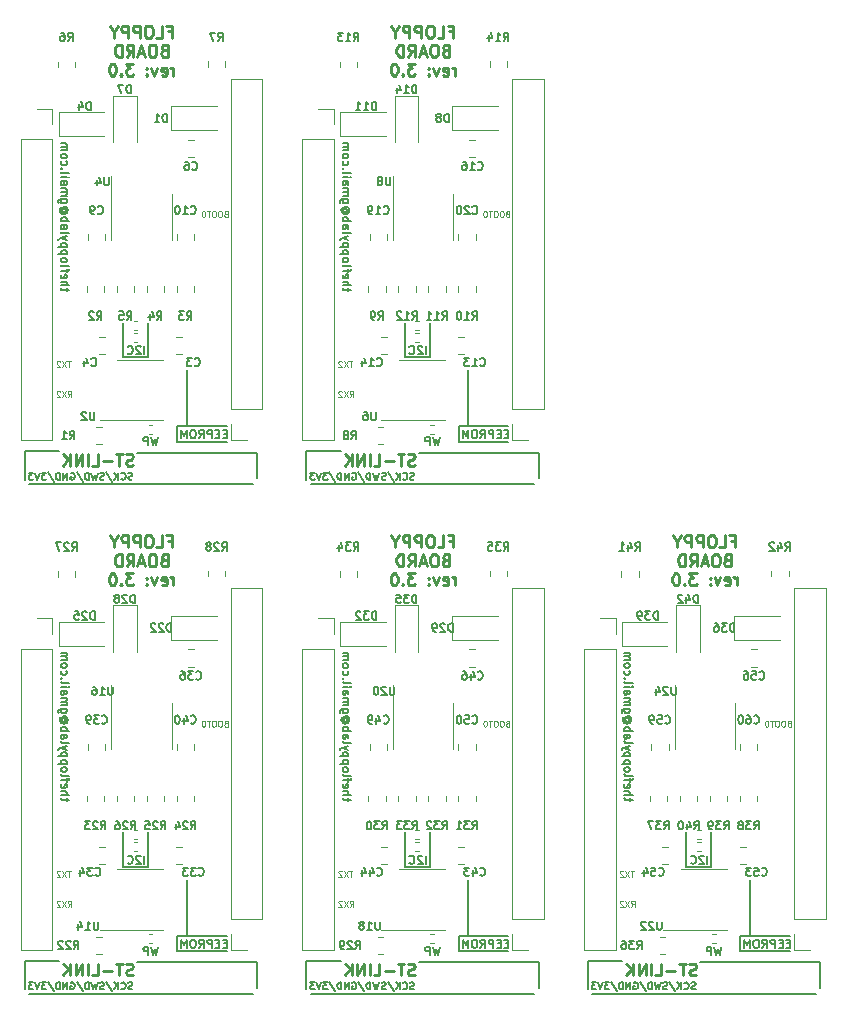
<source format=gbr>
%TF.GenerationSoftware,KiCad,Pcbnew,(6.0.8)*%
%TF.CreationDate,2023-03-28T10:40:47+02:00*%
%TF.ProjectId,Floppy Board v3.0,466c6f70-7079-4204-926f-617264207633,3.0*%
%TF.SameCoordinates,Original*%
%TF.FileFunction,Legend,Bot*%
%TF.FilePolarity,Positive*%
%FSLAX46Y46*%
G04 Gerber Fmt 4.6, Leading zero omitted, Abs format (unit mm)*
G04 Created by KiCad (PCBNEW (6.0.8)) date 2023-03-28 10:40:47*
%MOMM*%
%LPD*%
G01*
G04 APERTURE LIST*
%ADD10C,0.150000*%
%ADD11C,0.250000*%
%ADD12C,0.125000*%
%ADD13C,0.120000*%
G04 APERTURE END LIST*
D10*
X168389359Y-125843400D02*
X168389359Y-122947800D01*
X170522959Y-125843400D02*
X170522959Y-122922400D01*
X172961359Y-133006200D02*
X177177759Y-133006200D01*
X169583159Y-133946000D02*
X179743159Y-133946000D01*
X160058159Y-133819000D02*
X162979159Y-133819000D01*
X173774159Y-131177400D02*
X173774159Y-131685400D01*
X160439159Y-136613000D02*
X179362159Y-136613000D01*
X160058159Y-133819000D02*
X160058159Y-136232000D01*
X173774159Y-131685400D02*
X177177759Y-131685400D01*
X172961359Y-132904600D02*
X172961359Y-133006200D01*
X173774159Y-126961000D02*
X173774159Y-131177400D01*
X170522959Y-125843400D02*
X168389359Y-125843400D01*
X173774159Y-131685400D02*
X172961359Y-131685400D01*
X179743159Y-133946000D02*
X179743159Y-136105000D01*
X172961359Y-131685400D02*
X172961359Y-132904600D01*
D11*
X172654635Y-102013380D02*
X172654635Y-101346714D01*
X172654635Y-101537190D02*
X172607016Y-101441952D01*
X172559397Y-101394333D01*
X172464159Y-101346714D01*
X172368920Y-101346714D01*
X171654635Y-101965761D02*
X171749873Y-102013380D01*
X171940349Y-102013380D01*
X172035587Y-101965761D01*
X172083206Y-101870523D01*
X172083206Y-101489571D01*
X172035587Y-101394333D01*
X171940349Y-101346714D01*
X171749873Y-101346714D01*
X171654635Y-101394333D01*
X171607016Y-101489571D01*
X171607016Y-101584809D01*
X172083206Y-101680047D01*
X171273682Y-101346714D02*
X171035587Y-102013380D01*
X170797492Y-101346714D01*
X170416539Y-101918142D02*
X170368920Y-101965761D01*
X170416539Y-102013380D01*
X170464159Y-101965761D01*
X170416539Y-101918142D01*
X170416539Y-102013380D01*
X170416539Y-101394333D02*
X170368920Y-101441952D01*
X170416539Y-101489571D01*
X170464159Y-101441952D01*
X170416539Y-101394333D01*
X170416539Y-101489571D01*
X169273682Y-101013380D02*
X168654635Y-101013380D01*
X168987968Y-101394333D01*
X168845111Y-101394333D01*
X168749873Y-101441952D01*
X168702254Y-101489571D01*
X168654635Y-101584809D01*
X168654635Y-101822904D01*
X168702254Y-101918142D01*
X168749873Y-101965761D01*
X168845111Y-102013380D01*
X169130825Y-102013380D01*
X169226063Y-101965761D01*
X169273682Y-101918142D01*
X168226063Y-101918142D02*
X168178444Y-101965761D01*
X168226063Y-102013380D01*
X168273682Y-101965761D01*
X168226063Y-101918142D01*
X168226063Y-102013380D01*
X167559397Y-101013380D02*
X167464159Y-101013380D01*
X167368920Y-101061000D01*
X167321301Y-101108619D01*
X167273682Y-101203857D01*
X167226063Y-101394333D01*
X167226063Y-101632428D01*
X167273682Y-101822904D01*
X167321301Y-101918142D01*
X167368920Y-101965761D01*
X167464159Y-102013380D01*
X167559397Y-102013380D01*
X167654635Y-101965761D01*
X167702254Y-101918142D01*
X167749873Y-101822904D01*
X167797492Y-101632428D01*
X167797492Y-101394333D01*
X167749873Y-101203857D01*
X167702254Y-101108619D01*
X167654635Y-101061000D01*
X167559397Y-101013380D01*
D10*
X171376159Y-132622866D02*
X171209492Y-133322866D01*
X171076159Y-132822866D01*
X170942825Y-133322866D01*
X170776159Y-132622866D01*
X170509492Y-133322866D02*
X170509492Y-132622866D01*
X170242825Y-132622866D01*
X170176159Y-132656200D01*
X170142825Y-132689533D01*
X170109492Y-132756200D01*
X170109492Y-132856200D01*
X170142825Y-132922866D01*
X170176159Y-132956200D01*
X170242825Y-132989533D01*
X170509492Y-132989533D01*
X177180692Y-132346600D02*
X176947359Y-132346600D01*
X176847359Y-132713266D02*
X177180692Y-132713266D01*
X177180692Y-132013266D01*
X176847359Y-132013266D01*
X176547359Y-132346600D02*
X176314025Y-132346600D01*
X176214025Y-132713266D02*
X176547359Y-132713266D01*
X176547359Y-132013266D01*
X176214025Y-132013266D01*
X175914025Y-132713266D02*
X175914025Y-132013266D01*
X175647359Y-132013266D01*
X175580692Y-132046600D01*
X175547359Y-132079933D01*
X175514025Y-132146600D01*
X175514025Y-132246600D01*
X175547359Y-132313266D01*
X175580692Y-132346600D01*
X175647359Y-132379933D01*
X175914025Y-132379933D01*
X174814025Y-132713266D02*
X175047359Y-132379933D01*
X175214025Y-132713266D02*
X175214025Y-132013266D01*
X174947359Y-132013266D01*
X174880692Y-132046600D01*
X174847359Y-132079933D01*
X174814025Y-132146600D01*
X174814025Y-132246600D01*
X174847359Y-132313266D01*
X174880692Y-132346600D01*
X174947359Y-132379933D01*
X175214025Y-132379933D01*
X174380692Y-132013266D02*
X174247359Y-132013266D01*
X174180692Y-132046600D01*
X174114025Y-132113266D01*
X174080692Y-132246600D01*
X174080692Y-132479933D01*
X174114025Y-132613266D01*
X174180692Y-132679933D01*
X174247359Y-132713266D01*
X174380692Y-132713266D01*
X174447359Y-132679933D01*
X174514025Y-132613266D01*
X174547359Y-132479933D01*
X174547359Y-132246600D01*
X174514025Y-132113266D01*
X174447359Y-132046600D01*
X174380692Y-132013266D01*
X173780692Y-132713266D02*
X173780692Y-132013266D01*
X173547359Y-132513266D01*
X173314025Y-132013266D01*
X173314025Y-132713266D01*
X170190292Y-125601266D02*
X170190292Y-124901266D01*
X169890292Y-124967933D02*
X169856959Y-124934600D01*
X169790292Y-124901266D01*
X169623625Y-124901266D01*
X169556959Y-124934600D01*
X169523625Y-124967933D01*
X169490292Y-125034600D01*
X169490292Y-125101266D01*
X169523625Y-125201266D01*
X169923625Y-125601266D01*
X169490292Y-125601266D01*
X168790292Y-125534600D02*
X168823625Y-125567933D01*
X168923625Y-125601266D01*
X168990292Y-125601266D01*
X169090292Y-125567933D01*
X169156959Y-125501266D01*
X169190292Y-125434600D01*
X169223625Y-125301266D01*
X169223625Y-125201266D01*
X169190292Y-125067933D01*
X169156959Y-125001266D01*
X169090292Y-124934600D01*
X168990292Y-124901266D01*
X168923625Y-124901266D01*
X168823625Y-124934600D01*
X168790292Y-124967933D01*
D11*
X169232786Y-135000861D02*
X169089929Y-135048480D01*
X168851834Y-135048480D01*
X168756596Y-135000861D01*
X168708977Y-134953242D01*
X168661358Y-134858004D01*
X168661358Y-134762766D01*
X168708977Y-134667528D01*
X168756596Y-134619909D01*
X168851834Y-134572290D01*
X169042310Y-134524671D01*
X169137548Y-134477052D01*
X169185167Y-134429433D01*
X169232786Y-134334195D01*
X169232786Y-134238957D01*
X169185167Y-134143719D01*
X169137548Y-134096100D01*
X169042310Y-134048480D01*
X168804215Y-134048480D01*
X168661358Y-134096100D01*
X168375644Y-134048480D02*
X167804215Y-134048480D01*
X168089929Y-135048480D02*
X168089929Y-134048480D01*
X167470882Y-134667528D02*
X166708977Y-134667528D01*
X165756596Y-135048480D02*
X166232786Y-135048480D01*
X166232786Y-134048480D01*
X165423263Y-135048480D02*
X165423263Y-134048480D01*
X164947072Y-135048480D02*
X164947072Y-134048480D01*
X164375644Y-135048480D01*
X164375644Y-134048480D01*
X163899453Y-135048480D02*
X163899453Y-134048480D01*
X163328025Y-135048480D02*
X163756596Y-134477052D01*
X163328025Y-134048480D02*
X163899453Y-134619909D01*
D12*
X177090194Y-113717285D02*
X177018766Y-113741095D01*
X176994956Y-113764904D01*
X176971147Y-113812523D01*
X176971147Y-113883952D01*
X176994956Y-113931571D01*
X177018766Y-113955380D01*
X177066385Y-113979190D01*
X177256861Y-113979190D01*
X177256861Y-113479190D01*
X177090194Y-113479190D01*
X177042575Y-113503000D01*
X177018766Y-113526809D01*
X176994956Y-113574428D01*
X176994956Y-113622047D01*
X177018766Y-113669666D01*
X177042575Y-113693476D01*
X177090194Y-113717285D01*
X177256861Y-113717285D01*
X176661623Y-113479190D02*
X176566385Y-113479190D01*
X176518766Y-113503000D01*
X176471147Y-113550619D01*
X176447337Y-113645857D01*
X176447337Y-113812523D01*
X176471147Y-113907761D01*
X176518766Y-113955380D01*
X176566385Y-113979190D01*
X176661623Y-113979190D01*
X176709242Y-113955380D01*
X176756861Y-113907761D01*
X176780670Y-113812523D01*
X176780670Y-113645857D01*
X176756861Y-113550619D01*
X176709242Y-113503000D01*
X176661623Y-113479190D01*
X176137813Y-113479190D02*
X176042575Y-113479190D01*
X175994956Y-113503000D01*
X175947337Y-113550619D01*
X175923528Y-113645857D01*
X175923528Y-113812523D01*
X175947337Y-113907761D01*
X175994956Y-113955380D01*
X176042575Y-113979190D01*
X176137813Y-113979190D01*
X176185432Y-113955380D01*
X176233051Y-113907761D01*
X176256861Y-113812523D01*
X176256861Y-113645857D01*
X176233051Y-113550619D01*
X176185432Y-113503000D01*
X176137813Y-113479190D01*
X175780670Y-113479190D02*
X175494956Y-113479190D01*
X175637813Y-113979190D02*
X175637813Y-113479190D01*
X175233051Y-113479190D02*
X175185432Y-113479190D01*
X175137813Y-113503000D01*
X175114004Y-113526809D01*
X175090194Y-113574428D01*
X175066385Y-113669666D01*
X175066385Y-113788714D01*
X175090194Y-113883952D01*
X175114004Y-113931571D01*
X175137813Y-113955380D01*
X175185432Y-113979190D01*
X175233051Y-113979190D01*
X175280670Y-113955380D01*
X175304480Y-113931571D01*
X175328289Y-113883952D01*
X175352099Y-113788714D01*
X175352099Y-113669666D01*
X175328289Y-113574428D01*
X175304480Y-113526809D01*
X175280670Y-113503000D01*
X175233051Y-113479190D01*
X163965123Y-126179190D02*
X163679409Y-126179190D01*
X163822266Y-126679190D02*
X163822266Y-126179190D01*
X163560361Y-126179190D02*
X163227028Y-126679190D01*
X163227028Y-126179190D02*
X163560361Y-126679190D01*
X163060361Y-126226809D02*
X163036551Y-126203000D01*
X162988932Y-126179190D01*
X162869885Y-126179190D01*
X162822266Y-126203000D01*
X162798456Y-126226809D01*
X162774647Y-126274428D01*
X162774647Y-126322047D01*
X162798456Y-126393476D01*
X163084170Y-126679190D01*
X162774647Y-126679190D01*
D10*
X163611759Y-120272866D02*
X163611759Y-120006200D01*
X163845092Y-120172866D02*
X163245092Y-120172866D01*
X163178425Y-120139533D01*
X163145092Y-120072866D01*
X163145092Y-120006200D01*
X163145092Y-119772866D02*
X163845092Y-119772866D01*
X163145092Y-119472866D02*
X163511759Y-119472866D01*
X163578425Y-119506200D01*
X163611759Y-119572866D01*
X163611759Y-119672866D01*
X163578425Y-119739533D01*
X163545092Y-119772866D01*
X163178425Y-118872866D02*
X163145092Y-118939533D01*
X163145092Y-119072866D01*
X163178425Y-119139533D01*
X163245092Y-119172866D01*
X163511759Y-119172866D01*
X163578425Y-119139533D01*
X163611759Y-119072866D01*
X163611759Y-118939533D01*
X163578425Y-118872866D01*
X163511759Y-118839533D01*
X163445092Y-118839533D01*
X163378425Y-119172866D01*
X163611759Y-118639533D02*
X163611759Y-118372866D01*
X163145092Y-118539533D02*
X163745092Y-118539533D01*
X163811759Y-118506200D01*
X163845092Y-118439533D01*
X163845092Y-118372866D01*
X163145092Y-118039533D02*
X163178425Y-118106200D01*
X163245092Y-118139533D01*
X163845092Y-118139533D01*
X163145092Y-117672866D02*
X163178425Y-117739533D01*
X163211759Y-117772866D01*
X163278425Y-117806200D01*
X163478425Y-117806200D01*
X163545092Y-117772866D01*
X163578425Y-117739533D01*
X163611759Y-117672866D01*
X163611759Y-117572866D01*
X163578425Y-117506200D01*
X163545092Y-117472866D01*
X163478425Y-117439533D01*
X163278425Y-117439533D01*
X163211759Y-117472866D01*
X163178425Y-117506200D01*
X163145092Y-117572866D01*
X163145092Y-117672866D01*
X163611759Y-117139533D02*
X162911759Y-117139533D01*
X163578425Y-117139533D02*
X163611759Y-117072866D01*
X163611759Y-116939533D01*
X163578425Y-116872866D01*
X163545092Y-116839533D01*
X163478425Y-116806200D01*
X163278425Y-116806200D01*
X163211759Y-116839533D01*
X163178425Y-116872866D01*
X163145092Y-116939533D01*
X163145092Y-117072866D01*
X163178425Y-117139533D01*
X163611759Y-116506200D02*
X162911759Y-116506200D01*
X163578425Y-116506200D02*
X163611759Y-116439533D01*
X163611759Y-116306200D01*
X163578425Y-116239533D01*
X163545092Y-116206200D01*
X163478425Y-116172866D01*
X163278425Y-116172866D01*
X163211759Y-116206200D01*
X163178425Y-116239533D01*
X163145092Y-116306200D01*
X163145092Y-116439533D01*
X163178425Y-116506200D01*
X163611759Y-115939533D02*
X163145092Y-115772866D01*
X163611759Y-115606200D02*
X163145092Y-115772866D01*
X162978425Y-115839533D01*
X162945092Y-115872866D01*
X162911759Y-115939533D01*
X163145092Y-115239533D02*
X163178425Y-115306200D01*
X163245092Y-115339533D01*
X163845092Y-115339533D01*
X163145092Y-114672866D02*
X163511759Y-114672866D01*
X163578425Y-114706200D01*
X163611759Y-114772866D01*
X163611759Y-114906200D01*
X163578425Y-114972866D01*
X163178425Y-114672866D02*
X163145092Y-114739533D01*
X163145092Y-114906200D01*
X163178425Y-114972866D01*
X163245092Y-115006200D01*
X163311759Y-115006200D01*
X163378425Y-114972866D01*
X163411759Y-114906200D01*
X163411759Y-114739533D01*
X163445092Y-114672866D01*
X163145092Y-114339533D02*
X163845092Y-114339533D01*
X163578425Y-114339533D02*
X163611759Y-114272866D01*
X163611759Y-114139533D01*
X163578425Y-114072866D01*
X163545092Y-114039533D01*
X163478425Y-114006200D01*
X163278425Y-114006200D01*
X163211759Y-114039533D01*
X163178425Y-114072866D01*
X163145092Y-114139533D01*
X163145092Y-114272866D01*
X163178425Y-114339533D01*
X163478425Y-113272866D02*
X163511759Y-113306200D01*
X163545092Y-113372866D01*
X163545092Y-113439533D01*
X163511759Y-113506200D01*
X163478425Y-113539533D01*
X163411759Y-113572866D01*
X163345092Y-113572866D01*
X163278425Y-113539533D01*
X163245092Y-113506200D01*
X163211759Y-113439533D01*
X163211759Y-113372866D01*
X163245092Y-113306200D01*
X163278425Y-113272866D01*
X163545092Y-113272866D02*
X163278425Y-113272866D01*
X163245092Y-113239533D01*
X163245092Y-113206200D01*
X163278425Y-113139533D01*
X163345092Y-113106200D01*
X163511759Y-113106200D01*
X163611759Y-113172866D01*
X163678425Y-113272866D01*
X163711759Y-113406200D01*
X163678425Y-113539533D01*
X163611759Y-113639533D01*
X163511759Y-113706200D01*
X163378425Y-113739533D01*
X163245092Y-113706200D01*
X163145092Y-113639533D01*
X163078425Y-113539533D01*
X163045092Y-113406200D01*
X163078425Y-113272866D01*
X163145092Y-113172866D01*
X163611759Y-112506200D02*
X163045092Y-112506200D01*
X162978425Y-112539533D01*
X162945092Y-112572866D01*
X162911759Y-112639533D01*
X162911759Y-112739533D01*
X162945092Y-112806200D01*
X163178425Y-112506200D02*
X163145092Y-112572866D01*
X163145092Y-112706200D01*
X163178425Y-112772866D01*
X163211759Y-112806200D01*
X163278425Y-112839533D01*
X163478425Y-112839533D01*
X163545092Y-112806200D01*
X163578425Y-112772866D01*
X163611759Y-112706200D01*
X163611759Y-112572866D01*
X163578425Y-112506200D01*
X163145092Y-112172866D02*
X163611759Y-112172866D01*
X163545092Y-112172866D02*
X163578425Y-112139533D01*
X163611759Y-112072866D01*
X163611759Y-111972866D01*
X163578425Y-111906200D01*
X163511759Y-111872866D01*
X163145092Y-111872866D01*
X163511759Y-111872866D02*
X163578425Y-111839533D01*
X163611759Y-111772866D01*
X163611759Y-111672866D01*
X163578425Y-111606200D01*
X163511759Y-111572866D01*
X163145092Y-111572866D01*
X163145092Y-110939533D02*
X163511759Y-110939533D01*
X163578425Y-110972866D01*
X163611759Y-111039533D01*
X163611759Y-111172866D01*
X163578425Y-111239533D01*
X163178425Y-110939533D02*
X163145092Y-111006200D01*
X163145092Y-111172866D01*
X163178425Y-111239533D01*
X163245092Y-111272866D01*
X163311759Y-111272866D01*
X163378425Y-111239533D01*
X163411759Y-111172866D01*
X163411759Y-111006200D01*
X163445092Y-110939533D01*
X163145092Y-110606200D02*
X163611759Y-110606200D01*
X163845092Y-110606200D02*
X163811759Y-110639533D01*
X163778425Y-110606200D01*
X163811759Y-110572866D01*
X163845092Y-110606200D01*
X163778425Y-110606200D01*
X163145092Y-110172866D02*
X163178425Y-110239533D01*
X163245092Y-110272866D01*
X163845092Y-110272866D01*
X163211759Y-109906200D02*
X163178425Y-109872866D01*
X163145092Y-109906200D01*
X163178425Y-109939533D01*
X163211759Y-109906200D01*
X163145092Y-109906200D01*
X163178425Y-109272866D02*
X163145092Y-109339533D01*
X163145092Y-109472866D01*
X163178425Y-109539533D01*
X163211759Y-109572866D01*
X163278425Y-109606200D01*
X163478425Y-109606200D01*
X163545092Y-109572866D01*
X163578425Y-109539533D01*
X163611759Y-109472866D01*
X163611759Y-109339533D01*
X163578425Y-109272866D01*
X163145092Y-108872866D02*
X163178425Y-108939533D01*
X163211759Y-108972866D01*
X163278425Y-109006200D01*
X163478425Y-109006200D01*
X163545092Y-108972866D01*
X163578425Y-108939533D01*
X163611759Y-108872866D01*
X163611759Y-108772866D01*
X163578425Y-108706200D01*
X163545092Y-108672866D01*
X163478425Y-108639533D01*
X163278425Y-108639533D01*
X163211759Y-108672866D01*
X163178425Y-108706200D01*
X163145092Y-108772866D01*
X163145092Y-108872866D01*
X163145092Y-108339533D02*
X163611759Y-108339533D01*
X163545092Y-108339533D02*
X163578425Y-108306200D01*
X163611759Y-108239533D01*
X163611759Y-108139533D01*
X163578425Y-108072866D01*
X163511759Y-108039533D01*
X163145092Y-108039533D01*
X163511759Y-108039533D02*
X163578425Y-108006200D01*
X163611759Y-107939533D01*
X163611759Y-107839533D01*
X163578425Y-107772866D01*
X163511759Y-107739533D01*
X163145092Y-107739533D01*
X169178923Y-136212157D02*
X169093209Y-136240728D01*
X168950351Y-136240728D01*
X168893209Y-136212157D01*
X168864637Y-136183585D01*
X168836066Y-136126442D01*
X168836066Y-136069300D01*
X168864637Y-136012157D01*
X168893209Y-135983585D01*
X168950351Y-135955014D01*
X169064637Y-135926442D01*
X169121780Y-135897871D01*
X169150351Y-135869300D01*
X169178923Y-135812157D01*
X169178923Y-135755014D01*
X169150351Y-135697871D01*
X169121780Y-135669300D01*
X169064637Y-135640728D01*
X168921780Y-135640728D01*
X168836066Y-135669300D01*
X168236066Y-136183585D02*
X168264637Y-136212157D01*
X168350351Y-136240728D01*
X168407494Y-136240728D01*
X168493209Y-136212157D01*
X168550351Y-136155014D01*
X168578923Y-136097871D01*
X168607494Y-135983585D01*
X168607494Y-135897871D01*
X168578923Y-135783585D01*
X168550351Y-135726442D01*
X168493209Y-135669300D01*
X168407494Y-135640728D01*
X168350351Y-135640728D01*
X168264637Y-135669300D01*
X168236066Y-135697871D01*
X167978923Y-136240728D02*
X167978923Y-135640728D01*
X167636066Y-136240728D02*
X167893209Y-135897871D01*
X167636066Y-135640728D02*
X167978923Y-135983585D01*
X166950351Y-135612157D02*
X167464637Y-136383585D01*
X166778923Y-136212157D02*
X166693209Y-136240728D01*
X166550351Y-136240728D01*
X166493209Y-136212157D01*
X166464637Y-136183585D01*
X166436066Y-136126442D01*
X166436066Y-136069300D01*
X166464637Y-136012157D01*
X166493209Y-135983585D01*
X166550351Y-135955014D01*
X166664637Y-135926442D01*
X166721780Y-135897871D01*
X166750351Y-135869300D01*
X166778923Y-135812157D01*
X166778923Y-135755014D01*
X166750351Y-135697871D01*
X166721780Y-135669300D01*
X166664637Y-135640728D01*
X166521780Y-135640728D01*
X166436066Y-135669300D01*
X166236066Y-135640728D02*
X166093209Y-136240728D01*
X165978923Y-135812157D01*
X165864637Y-136240728D01*
X165721780Y-135640728D01*
X165493209Y-136240728D02*
X165493209Y-135640728D01*
X165350351Y-135640728D01*
X165264637Y-135669300D01*
X165207494Y-135726442D01*
X165178923Y-135783585D01*
X165150351Y-135897871D01*
X165150351Y-135983585D01*
X165178923Y-136097871D01*
X165207494Y-136155014D01*
X165264637Y-136212157D01*
X165350351Y-136240728D01*
X165493209Y-136240728D01*
X164464637Y-135612157D02*
X164978923Y-136383585D01*
X163950351Y-135669300D02*
X164007494Y-135640728D01*
X164093209Y-135640728D01*
X164178923Y-135669300D01*
X164236066Y-135726442D01*
X164264637Y-135783585D01*
X164293209Y-135897871D01*
X164293209Y-135983585D01*
X164264637Y-136097871D01*
X164236066Y-136155014D01*
X164178923Y-136212157D01*
X164093209Y-136240728D01*
X164036066Y-136240728D01*
X163950351Y-136212157D01*
X163921780Y-136183585D01*
X163921780Y-135983585D01*
X164036066Y-135983585D01*
X163664637Y-136240728D02*
X163664637Y-135640728D01*
X163321780Y-136240728D01*
X163321780Y-135640728D01*
X163036066Y-136240728D02*
X163036066Y-135640728D01*
X162893209Y-135640728D01*
X162807494Y-135669300D01*
X162750351Y-135726442D01*
X162721780Y-135783585D01*
X162693209Y-135897871D01*
X162693209Y-135983585D01*
X162721780Y-136097871D01*
X162750351Y-136155014D01*
X162807494Y-136212157D01*
X162893209Y-136240728D01*
X163036066Y-136240728D01*
X162007494Y-135612157D02*
X162521780Y-136383585D01*
X161864637Y-135640728D02*
X161493209Y-135640728D01*
X161693209Y-135869300D01*
X161607494Y-135869300D01*
X161550351Y-135897871D01*
X161521780Y-135926442D01*
X161493209Y-135983585D01*
X161493209Y-136126442D01*
X161521780Y-136183585D01*
X161550351Y-136212157D01*
X161607494Y-136240728D01*
X161778923Y-136240728D01*
X161836066Y-136212157D01*
X161864637Y-136183585D01*
X161321780Y-135640728D02*
X161121780Y-136240728D01*
X160921780Y-135640728D01*
X160778923Y-135640728D02*
X160407494Y-135640728D01*
X160607494Y-135869300D01*
X160521780Y-135869300D01*
X160464637Y-135897871D01*
X160436066Y-135926442D01*
X160407494Y-135983585D01*
X160407494Y-136126442D01*
X160436066Y-136183585D01*
X160464637Y-136212157D01*
X160521780Y-136240728D01*
X160693209Y-136240728D01*
X160750351Y-136212157D01*
X160778923Y-136183585D01*
D12*
X163727028Y-129219190D02*
X163893694Y-128981095D01*
X164012742Y-129219190D02*
X164012742Y-128719190D01*
X163822266Y-128719190D01*
X163774647Y-128743000D01*
X163750837Y-128766809D01*
X163727028Y-128814428D01*
X163727028Y-128885857D01*
X163750837Y-128933476D01*
X163774647Y-128957285D01*
X163822266Y-128981095D01*
X164012742Y-128981095D01*
X163560361Y-128719190D02*
X163227028Y-129219190D01*
X163227028Y-128719190D02*
X163560361Y-129219190D01*
X163060361Y-128766809D02*
X163036551Y-128743000D01*
X162988932Y-128719190D01*
X162869885Y-128719190D01*
X162822266Y-128743000D01*
X162798456Y-128766809D01*
X162774647Y-128814428D01*
X162774647Y-128862047D01*
X162798456Y-128933476D01*
X163084170Y-129219190D01*
X162774647Y-129219190D01*
D11*
X172178444Y-98271571D02*
X172511778Y-98271571D01*
X172511778Y-98795380D02*
X172511778Y-97795380D01*
X172035587Y-97795380D01*
X171178444Y-98795380D02*
X171654635Y-98795380D01*
X171654635Y-97795380D01*
X170654635Y-97795380D02*
X170464159Y-97795380D01*
X170368920Y-97843000D01*
X170273682Y-97938238D01*
X170226063Y-98128714D01*
X170226063Y-98462047D01*
X170273682Y-98652523D01*
X170368920Y-98747761D01*
X170464159Y-98795380D01*
X170654635Y-98795380D01*
X170749873Y-98747761D01*
X170845111Y-98652523D01*
X170892730Y-98462047D01*
X170892730Y-98128714D01*
X170845111Y-97938238D01*
X170749873Y-97843000D01*
X170654635Y-97795380D01*
X169797492Y-98795380D02*
X169797492Y-97795380D01*
X169416539Y-97795380D01*
X169321301Y-97843000D01*
X169273682Y-97890619D01*
X169226063Y-97985857D01*
X169226063Y-98128714D01*
X169273682Y-98223952D01*
X169321301Y-98271571D01*
X169416539Y-98319190D01*
X169797492Y-98319190D01*
X168797492Y-98795380D02*
X168797492Y-97795380D01*
X168416539Y-97795380D01*
X168321301Y-97843000D01*
X168273682Y-97890619D01*
X168226063Y-97985857D01*
X168226063Y-98128714D01*
X168273682Y-98223952D01*
X168321301Y-98271571D01*
X168416539Y-98319190D01*
X168797492Y-98319190D01*
X167607016Y-98319190D02*
X167607016Y-98795380D01*
X167940349Y-97795380D02*
X167607016Y-98319190D01*
X167273682Y-97795380D01*
X171845111Y-99881571D02*
X171702254Y-99929190D01*
X171654635Y-99976809D01*
X171607016Y-100072047D01*
X171607016Y-100214904D01*
X171654635Y-100310142D01*
X171702254Y-100357761D01*
X171797492Y-100405380D01*
X172178444Y-100405380D01*
X172178444Y-99405380D01*
X171845111Y-99405380D01*
X171749873Y-99453000D01*
X171702254Y-99500619D01*
X171654635Y-99595857D01*
X171654635Y-99691095D01*
X171702254Y-99786333D01*
X171749873Y-99833952D01*
X171845111Y-99881571D01*
X172178444Y-99881571D01*
X170987968Y-99405380D02*
X170797492Y-99405380D01*
X170702254Y-99453000D01*
X170607016Y-99548238D01*
X170559397Y-99738714D01*
X170559397Y-100072047D01*
X170607016Y-100262523D01*
X170702254Y-100357761D01*
X170797492Y-100405380D01*
X170987968Y-100405380D01*
X171083206Y-100357761D01*
X171178444Y-100262523D01*
X171226063Y-100072047D01*
X171226063Y-99738714D01*
X171178444Y-99548238D01*
X171083206Y-99453000D01*
X170987968Y-99405380D01*
X170178444Y-100119666D02*
X169702254Y-100119666D01*
X170273682Y-100405380D02*
X169940349Y-99405380D01*
X169607016Y-100405380D01*
X168702254Y-100405380D02*
X169035587Y-99929190D01*
X169273682Y-100405380D02*
X169273682Y-99405380D01*
X168892730Y-99405380D01*
X168797492Y-99453000D01*
X168749873Y-99500619D01*
X168702254Y-99595857D01*
X168702254Y-99738714D01*
X168749873Y-99833952D01*
X168797492Y-99881571D01*
X168892730Y-99929190D01*
X169273682Y-99929190D01*
X168273682Y-100405380D02*
X168273682Y-99405380D01*
X168035587Y-99405380D01*
X167892730Y-99453000D01*
X167797492Y-99548238D01*
X167749873Y-99643476D01*
X167702254Y-99833952D01*
X167702254Y-99976809D01*
X167749873Y-100167285D01*
X167797492Y-100262523D01*
X167892730Y-100357761D01*
X168035587Y-100405380D01*
X168273682Y-100405380D01*
D10*
X144545359Y-125843400D02*
X144545359Y-122947800D01*
X146678959Y-125843400D02*
X146678959Y-122922400D01*
X149117359Y-133006200D02*
X153333759Y-133006200D01*
X145739159Y-133946000D02*
X155899159Y-133946000D01*
X136214159Y-133819000D02*
X139135159Y-133819000D01*
X149930159Y-131177400D02*
X149930159Y-131685400D01*
X136595159Y-136613000D02*
X155518159Y-136613000D01*
X136214159Y-133819000D02*
X136214159Y-136232000D01*
X149930159Y-131685400D02*
X153333759Y-131685400D01*
X149117359Y-132904600D02*
X149117359Y-133006200D01*
X149930159Y-126961000D02*
X149930159Y-131177400D01*
X146678959Y-125843400D02*
X144545359Y-125843400D01*
X149930159Y-131685400D02*
X149117359Y-131685400D01*
X155899159Y-133946000D02*
X155899159Y-136105000D01*
X149117359Y-131685400D02*
X149117359Y-132904600D01*
D11*
X148810635Y-102013380D02*
X148810635Y-101346714D01*
X148810635Y-101537190D02*
X148763016Y-101441952D01*
X148715397Y-101394333D01*
X148620159Y-101346714D01*
X148524920Y-101346714D01*
X147810635Y-101965761D02*
X147905873Y-102013380D01*
X148096349Y-102013380D01*
X148191587Y-101965761D01*
X148239206Y-101870523D01*
X148239206Y-101489571D01*
X148191587Y-101394333D01*
X148096349Y-101346714D01*
X147905873Y-101346714D01*
X147810635Y-101394333D01*
X147763016Y-101489571D01*
X147763016Y-101584809D01*
X148239206Y-101680047D01*
X147429682Y-101346714D02*
X147191587Y-102013380D01*
X146953492Y-101346714D01*
X146572539Y-101918142D02*
X146524920Y-101965761D01*
X146572539Y-102013380D01*
X146620159Y-101965761D01*
X146572539Y-101918142D01*
X146572539Y-102013380D01*
X146572539Y-101394333D02*
X146524920Y-101441952D01*
X146572539Y-101489571D01*
X146620159Y-101441952D01*
X146572539Y-101394333D01*
X146572539Y-101489571D01*
X145429682Y-101013380D02*
X144810635Y-101013380D01*
X145143968Y-101394333D01*
X145001111Y-101394333D01*
X144905873Y-101441952D01*
X144858254Y-101489571D01*
X144810635Y-101584809D01*
X144810635Y-101822904D01*
X144858254Y-101918142D01*
X144905873Y-101965761D01*
X145001111Y-102013380D01*
X145286825Y-102013380D01*
X145382063Y-101965761D01*
X145429682Y-101918142D01*
X144382063Y-101918142D02*
X144334444Y-101965761D01*
X144382063Y-102013380D01*
X144429682Y-101965761D01*
X144382063Y-101918142D01*
X144382063Y-102013380D01*
X143715397Y-101013380D02*
X143620159Y-101013380D01*
X143524920Y-101061000D01*
X143477301Y-101108619D01*
X143429682Y-101203857D01*
X143382063Y-101394333D01*
X143382063Y-101632428D01*
X143429682Y-101822904D01*
X143477301Y-101918142D01*
X143524920Y-101965761D01*
X143620159Y-102013380D01*
X143715397Y-102013380D01*
X143810635Y-101965761D01*
X143858254Y-101918142D01*
X143905873Y-101822904D01*
X143953492Y-101632428D01*
X143953492Y-101394333D01*
X143905873Y-101203857D01*
X143858254Y-101108619D01*
X143810635Y-101061000D01*
X143715397Y-101013380D01*
D10*
X147532159Y-132622866D02*
X147365492Y-133322866D01*
X147232159Y-132822866D01*
X147098825Y-133322866D01*
X146932159Y-132622866D01*
X146665492Y-133322866D02*
X146665492Y-132622866D01*
X146398825Y-132622866D01*
X146332159Y-132656200D01*
X146298825Y-132689533D01*
X146265492Y-132756200D01*
X146265492Y-132856200D01*
X146298825Y-132922866D01*
X146332159Y-132956200D01*
X146398825Y-132989533D01*
X146665492Y-132989533D01*
X153336692Y-132346600D02*
X153103359Y-132346600D01*
X153003359Y-132713266D02*
X153336692Y-132713266D01*
X153336692Y-132013266D01*
X153003359Y-132013266D01*
X152703359Y-132346600D02*
X152470025Y-132346600D01*
X152370025Y-132713266D02*
X152703359Y-132713266D01*
X152703359Y-132013266D01*
X152370025Y-132013266D01*
X152070025Y-132713266D02*
X152070025Y-132013266D01*
X151803359Y-132013266D01*
X151736692Y-132046600D01*
X151703359Y-132079933D01*
X151670025Y-132146600D01*
X151670025Y-132246600D01*
X151703359Y-132313266D01*
X151736692Y-132346600D01*
X151803359Y-132379933D01*
X152070025Y-132379933D01*
X150970025Y-132713266D02*
X151203359Y-132379933D01*
X151370025Y-132713266D02*
X151370025Y-132013266D01*
X151103359Y-132013266D01*
X151036692Y-132046600D01*
X151003359Y-132079933D01*
X150970025Y-132146600D01*
X150970025Y-132246600D01*
X151003359Y-132313266D01*
X151036692Y-132346600D01*
X151103359Y-132379933D01*
X151370025Y-132379933D01*
X150536692Y-132013266D02*
X150403359Y-132013266D01*
X150336692Y-132046600D01*
X150270025Y-132113266D01*
X150236692Y-132246600D01*
X150236692Y-132479933D01*
X150270025Y-132613266D01*
X150336692Y-132679933D01*
X150403359Y-132713266D01*
X150536692Y-132713266D01*
X150603359Y-132679933D01*
X150670025Y-132613266D01*
X150703359Y-132479933D01*
X150703359Y-132246600D01*
X150670025Y-132113266D01*
X150603359Y-132046600D01*
X150536692Y-132013266D01*
X149936692Y-132713266D02*
X149936692Y-132013266D01*
X149703359Y-132513266D01*
X149470025Y-132013266D01*
X149470025Y-132713266D01*
X146346292Y-125601266D02*
X146346292Y-124901266D01*
X146046292Y-124967933D02*
X146012959Y-124934600D01*
X145946292Y-124901266D01*
X145779625Y-124901266D01*
X145712959Y-124934600D01*
X145679625Y-124967933D01*
X145646292Y-125034600D01*
X145646292Y-125101266D01*
X145679625Y-125201266D01*
X146079625Y-125601266D01*
X145646292Y-125601266D01*
X144946292Y-125534600D02*
X144979625Y-125567933D01*
X145079625Y-125601266D01*
X145146292Y-125601266D01*
X145246292Y-125567933D01*
X145312959Y-125501266D01*
X145346292Y-125434600D01*
X145379625Y-125301266D01*
X145379625Y-125201266D01*
X145346292Y-125067933D01*
X145312959Y-125001266D01*
X145246292Y-124934600D01*
X145146292Y-124901266D01*
X145079625Y-124901266D01*
X144979625Y-124934600D01*
X144946292Y-124967933D01*
D11*
X145388786Y-135000861D02*
X145245929Y-135048480D01*
X145007834Y-135048480D01*
X144912596Y-135000861D01*
X144864977Y-134953242D01*
X144817358Y-134858004D01*
X144817358Y-134762766D01*
X144864977Y-134667528D01*
X144912596Y-134619909D01*
X145007834Y-134572290D01*
X145198310Y-134524671D01*
X145293548Y-134477052D01*
X145341167Y-134429433D01*
X145388786Y-134334195D01*
X145388786Y-134238957D01*
X145341167Y-134143719D01*
X145293548Y-134096100D01*
X145198310Y-134048480D01*
X144960215Y-134048480D01*
X144817358Y-134096100D01*
X144531644Y-134048480D02*
X143960215Y-134048480D01*
X144245929Y-135048480D02*
X144245929Y-134048480D01*
X143626882Y-134667528D02*
X142864977Y-134667528D01*
X141912596Y-135048480D02*
X142388786Y-135048480D01*
X142388786Y-134048480D01*
X141579263Y-135048480D02*
X141579263Y-134048480D01*
X141103072Y-135048480D02*
X141103072Y-134048480D01*
X140531644Y-135048480D01*
X140531644Y-134048480D01*
X140055453Y-135048480D02*
X140055453Y-134048480D01*
X139484025Y-135048480D02*
X139912596Y-134477052D01*
X139484025Y-134048480D02*
X140055453Y-134619909D01*
D12*
X153246194Y-113717285D02*
X153174766Y-113741095D01*
X153150956Y-113764904D01*
X153127147Y-113812523D01*
X153127147Y-113883952D01*
X153150956Y-113931571D01*
X153174766Y-113955380D01*
X153222385Y-113979190D01*
X153412861Y-113979190D01*
X153412861Y-113479190D01*
X153246194Y-113479190D01*
X153198575Y-113503000D01*
X153174766Y-113526809D01*
X153150956Y-113574428D01*
X153150956Y-113622047D01*
X153174766Y-113669666D01*
X153198575Y-113693476D01*
X153246194Y-113717285D01*
X153412861Y-113717285D01*
X152817623Y-113479190D02*
X152722385Y-113479190D01*
X152674766Y-113503000D01*
X152627147Y-113550619D01*
X152603337Y-113645857D01*
X152603337Y-113812523D01*
X152627147Y-113907761D01*
X152674766Y-113955380D01*
X152722385Y-113979190D01*
X152817623Y-113979190D01*
X152865242Y-113955380D01*
X152912861Y-113907761D01*
X152936670Y-113812523D01*
X152936670Y-113645857D01*
X152912861Y-113550619D01*
X152865242Y-113503000D01*
X152817623Y-113479190D01*
X152293813Y-113479190D02*
X152198575Y-113479190D01*
X152150956Y-113503000D01*
X152103337Y-113550619D01*
X152079528Y-113645857D01*
X152079528Y-113812523D01*
X152103337Y-113907761D01*
X152150956Y-113955380D01*
X152198575Y-113979190D01*
X152293813Y-113979190D01*
X152341432Y-113955380D01*
X152389051Y-113907761D01*
X152412861Y-113812523D01*
X152412861Y-113645857D01*
X152389051Y-113550619D01*
X152341432Y-113503000D01*
X152293813Y-113479190D01*
X151936670Y-113479190D02*
X151650956Y-113479190D01*
X151793813Y-113979190D02*
X151793813Y-113479190D01*
X151389051Y-113479190D02*
X151341432Y-113479190D01*
X151293813Y-113503000D01*
X151270004Y-113526809D01*
X151246194Y-113574428D01*
X151222385Y-113669666D01*
X151222385Y-113788714D01*
X151246194Y-113883952D01*
X151270004Y-113931571D01*
X151293813Y-113955380D01*
X151341432Y-113979190D01*
X151389051Y-113979190D01*
X151436670Y-113955380D01*
X151460480Y-113931571D01*
X151484289Y-113883952D01*
X151508099Y-113788714D01*
X151508099Y-113669666D01*
X151484289Y-113574428D01*
X151460480Y-113526809D01*
X151436670Y-113503000D01*
X151389051Y-113479190D01*
X140121123Y-126179190D02*
X139835409Y-126179190D01*
X139978266Y-126679190D02*
X139978266Y-126179190D01*
X139716361Y-126179190D02*
X139383028Y-126679190D01*
X139383028Y-126179190D02*
X139716361Y-126679190D01*
X139216361Y-126226809D02*
X139192551Y-126203000D01*
X139144932Y-126179190D01*
X139025885Y-126179190D01*
X138978266Y-126203000D01*
X138954456Y-126226809D01*
X138930647Y-126274428D01*
X138930647Y-126322047D01*
X138954456Y-126393476D01*
X139240170Y-126679190D01*
X138930647Y-126679190D01*
D10*
X139767759Y-120272866D02*
X139767759Y-120006200D01*
X140001092Y-120172866D02*
X139401092Y-120172866D01*
X139334425Y-120139533D01*
X139301092Y-120072866D01*
X139301092Y-120006200D01*
X139301092Y-119772866D02*
X140001092Y-119772866D01*
X139301092Y-119472866D02*
X139667759Y-119472866D01*
X139734425Y-119506200D01*
X139767759Y-119572866D01*
X139767759Y-119672866D01*
X139734425Y-119739533D01*
X139701092Y-119772866D01*
X139334425Y-118872866D02*
X139301092Y-118939533D01*
X139301092Y-119072866D01*
X139334425Y-119139533D01*
X139401092Y-119172866D01*
X139667759Y-119172866D01*
X139734425Y-119139533D01*
X139767759Y-119072866D01*
X139767759Y-118939533D01*
X139734425Y-118872866D01*
X139667759Y-118839533D01*
X139601092Y-118839533D01*
X139534425Y-119172866D01*
X139767759Y-118639533D02*
X139767759Y-118372866D01*
X139301092Y-118539533D02*
X139901092Y-118539533D01*
X139967759Y-118506200D01*
X140001092Y-118439533D01*
X140001092Y-118372866D01*
X139301092Y-118039533D02*
X139334425Y-118106200D01*
X139401092Y-118139533D01*
X140001092Y-118139533D01*
X139301092Y-117672866D02*
X139334425Y-117739533D01*
X139367759Y-117772866D01*
X139434425Y-117806200D01*
X139634425Y-117806200D01*
X139701092Y-117772866D01*
X139734425Y-117739533D01*
X139767759Y-117672866D01*
X139767759Y-117572866D01*
X139734425Y-117506200D01*
X139701092Y-117472866D01*
X139634425Y-117439533D01*
X139434425Y-117439533D01*
X139367759Y-117472866D01*
X139334425Y-117506200D01*
X139301092Y-117572866D01*
X139301092Y-117672866D01*
X139767759Y-117139533D02*
X139067759Y-117139533D01*
X139734425Y-117139533D02*
X139767759Y-117072866D01*
X139767759Y-116939533D01*
X139734425Y-116872866D01*
X139701092Y-116839533D01*
X139634425Y-116806200D01*
X139434425Y-116806200D01*
X139367759Y-116839533D01*
X139334425Y-116872866D01*
X139301092Y-116939533D01*
X139301092Y-117072866D01*
X139334425Y-117139533D01*
X139767759Y-116506200D02*
X139067759Y-116506200D01*
X139734425Y-116506200D02*
X139767759Y-116439533D01*
X139767759Y-116306200D01*
X139734425Y-116239533D01*
X139701092Y-116206200D01*
X139634425Y-116172866D01*
X139434425Y-116172866D01*
X139367759Y-116206200D01*
X139334425Y-116239533D01*
X139301092Y-116306200D01*
X139301092Y-116439533D01*
X139334425Y-116506200D01*
X139767759Y-115939533D02*
X139301092Y-115772866D01*
X139767759Y-115606200D02*
X139301092Y-115772866D01*
X139134425Y-115839533D01*
X139101092Y-115872866D01*
X139067759Y-115939533D01*
X139301092Y-115239533D02*
X139334425Y-115306200D01*
X139401092Y-115339533D01*
X140001092Y-115339533D01*
X139301092Y-114672866D02*
X139667759Y-114672866D01*
X139734425Y-114706200D01*
X139767759Y-114772866D01*
X139767759Y-114906200D01*
X139734425Y-114972866D01*
X139334425Y-114672866D02*
X139301092Y-114739533D01*
X139301092Y-114906200D01*
X139334425Y-114972866D01*
X139401092Y-115006200D01*
X139467759Y-115006200D01*
X139534425Y-114972866D01*
X139567759Y-114906200D01*
X139567759Y-114739533D01*
X139601092Y-114672866D01*
X139301092Y-114339533D02*
X140001092Y-114339533D01*
X139734425Y-114339533D02*
X139767759Y-114272866D01*
X139767759Y-114139533D01*
X139734425Y-114072866D01*
X139701092Y-114039533D01*
X139634425Y-114006200D01*
X139434425Y-114006200D01*
X139367759Y-114039533D01*
X139334425Y-114072866D01*
X139301092Y-114139533D01*
X139301092Y-114272866D01*
X139334425Y-114339533D01*
X139634425Y-113272866D02*
X139667759Y-113306200D01*
X139701092Y-113372866D01*
X139701092Y-113439533D01*
X139667759Y-113506200D01*
X139634425Y-113539533D01*
X139567759Y-113572866D01*
X139501092Y-113572866D01*
X139434425Y-113539533D01*
X139401092Y-113506200D01*
X139367759Y-113439533D01*
X139367759Y-113372866D01*
X139401092Y-113306200D01*
X139434425Y-113272866D01*
X139701092Y-113272866D02*
X139434425Y-113272866D01*
X139401092Y-113239533D01*
X139401092Y-113206200D01*
X139434425Y-113139533D01*
X139501092Y-113106200D01*
X139667759Y-113106200D01*
X139767759Y-113172866D01*
X139834425Y-113272866D01*
X139867759Y-113406200D01*
X139834425Y-113539533D01*
X139767759Y-113639533D01*
X139667759Y-113706200D01*
X139534425Y-113739533D01*
X139401092Y-113706200D01*
X139301092Y-113639533D01*
X139234425Y-113539533D01*
X139201092Y-113406200D01*
X139234425Y-113272866D01*
X139301092Y-113172866D01*
X139767759Y-112506200D02*
X139201092Y-112506200D01*
X139134425Y-112539533D01*
X139101092Y-112572866D01*
X139067759Y-112639533D01*
X139067759Y-112739533D01*
X139101092Y-112806200D01*
X139334425Y-112506200D02*
X139301092Y-112572866D01*
X139301092Y-112706200D01*
X139334425Y-112772866D01*
X139367759Y-112806200D01*
X139434425Y-112839533D01*
X139634425Y-112839533D01*
X139701092Y-112806200D01*
X139734425Y-112772866D01*
X139767759Y-112706200D01*
X139767759Y-112572866D01*
X139734425Y-112506200D01*
X139301092Y-112172866D02*
X139767759Y-112172866D01*
X139701092Y-112172866D02*
X139734425Y-112139533D01*
X139767759Y-112072866D01*
X139767759Y-111972866D01*
X139734425Y-111906200D01*
X139667759Y-111872866D01*
X139301092Y-111872866D01*
X139667759Y-111872866D02*
X139734425Y-111839533D01*
X139767759Y-111772866D01*
X139767759Y-111672866D01*
X139734425Y-111606200D01*
X139667759Y-111572866D01*
X139301092Y-111572866D01*
X139301092Y-110939533D02*
X139667759Y-110939533D01*
X139734425Y-110972866D01*
X139767759Y-111039533D01*
X139767759Y-111172866D01*
X139734425Y-111239533D01*
X139334425Y-110939533D02*
X139301092Y-111006200D01*
X139301092Y-111172866D01*
X139334425Y-111239533D01*
X139401092Y-111272866D01*
X139467759Y-111272866D01*
X139534425Y-111239533D01*
X139567759Y-111172866D01*
X139567759Y-111006200D01*
X139601092Y-110939533D01*
X139301092Y-110606200D02*
X139767759Y-110606200D01*
X140001092Y-110606200D02*
X139967759Y-110639533D01*
X139934425Y-110606200D01*
X139967759Y-110572866D01*
X140001092Y-110606200D01*
X139934425Y-110606200D01*
X139301092Y-110172866D02*
X139334425Y-110239533D01*
X139401092Y-110272866D01*
X140001092Y-110272866D01*
X139367759Y-109906200D02*
X139334425Y-109872866D01*
X139301092Y-109906200D01*
X139334425Y-109939533D01*
X139367759Y-109906200D01*
X139301092Y-109906200D01*
X139334425Y-109272866D02*
X139301092Y-109339533D01*
X139301092Y-109472866D01*
X139334425Y-109539533D01*
X139367759Y-109572866D01*
X139434425Y-109606200D01*
X139634425Y-109606200D01*
X139701092Y-109572866D01*
X139734425Y-109539533D01*
X139767759Y-109472866D01*
X139767759Y-109339533D01*
X139734425Y-109272866D01*
X139301092Y-108872866D02*
X139334425Y-108939533D01*
X139367759Y-108972866D01*
X139434425Y-109006200D01*
X139634425Y-109006200D01*
X139701092Y-108972866D01*
X139734425Y-108939533D01*
X139767759Y-108872866D01*
X139767759Y-108772866D01*
X139734425Y-108706200D01*
X139701092Y-108672866D01*
X139634425Y-108639533D01*
X139434425Y-108639533D01*
X139367759Y-108672866D01*
X139334425Y-108706200D01*
X139301092Y-108772866D01*
X139301092Y-108872866D01*
X139301092Y-108339533D02*
X139767759Y-108339533D01*
X139701092Y-108339533D02*
X139734425Y-108306200D01*
X139767759Y-108239533D01*
X139767759Y-108139533D01*
X139734425Y-108072866D01*
X139667759Y-108039533D01*
X139301092Y-108039533D01*
X139667759Y-108039533D02*
X139734425Y-108006200D01*
X139767759Y-107939533D01*
X139767759Y-107839533D01*
X139734425Y-107772866D01*
X139667759Y-107739533D01*
X139301092Y-107739533D01*
X145334923Y-136212157D02*
X145249209Y-136240728D01*
X145106351Y-136240728D01*
X145049209Y-136212157D01*
X145020637Y-136183585D01*
X144992066Y-136126442D01*
X144992066Y-136069300D01*
X145020637Y-136012157D01*
X145049209Y-135983585D01*
X145106351Y-135955014D01*
X145220637Y-135926442D01*
X145277780Y-135897871D01*
X145306351Y-135869300D01*
X145334923Y-135812157D01*
X145334923Y-135755014D01*
X145306351Y-135697871D01*
X145277780Y-135669300D01*
X145220637Y-135640728D01*
X145077780Y-135640728D01*
X144992066Y-135669300D01*
X144392066Y-136183585D02*
X144420637Y-136212157D01*
X144506351Y-136240728D01*
X144563494Y-136240728D01*
X144649209Y-136212157D01*
X144706351Y-136155014D01*
X144734923Y-136097871D01*
X144763494Y-135983585D01*
X144763494Y-135897871D01*
X144734923Y-135783585D01*
X144706351Y-135726442D01*
X144649209Y-135669300D01*
X144563494Y-135640728D01*
X144506351Y-135640728D01*
X144420637Y-135669300D01*
X144392066Y-135697871D01*
X144134923Y-136240728D02*
X144134923Y-135640728D01*
X143792066Y-136240728D02*
X144049209Y-135897871D01*
X143792066Y-135640728D02*
X144134923Y-135983585D01*
X143106351Y-135612157D02*
X143620637Y-136383585D01*
X142934923Y-136212157D02*
X142849209Y-136240728D01*
X142706351Y-136240728D01*
X142649209Y-136212157D01*
X142620637Y-136183585D01*
X142592066Y-136126442D01*
X142592066Y-136069300D01*
X142620637Y-136012157D01*
X142649209Y-135983585D01*
X142706351Y-135955014D01*
X142820637Y-135926442D01*
X142877780Y-135897871D01*
X142906351Y-135869300D01*
X142934923Y-135812157D01*
X142934923Y-135755014D01*
X142906351Y-135697871D01*
X142877780Y-135669300D01*
X142820637Y-135640728D01*
X142677780Y-135640728D01*
X142592066Y-135669300D01*
X142392066Y-135640728D02*
X142249209Y-136240728D01*
X142134923Y-135812157D01*
X142020637Y-136240728D01*
X141877780Y-135640728D01*
X141649209Y-136240728D02*
X141649209Y-135640728D01*
X141506351Y-135640728D01*
X141420637Y-135669300D01*
X141363494Y-135726442D01*
X141334923Y-135783585D01*
X141306351Y-135897871D01*
X141306351Y-135983585D01*
X141334923Y-136097871D01*
X141363494Y-136155014D01*
X141420637Y-136212157D01*
X141506351Y-136240728D01*
X141649209Y-136240728D01*
X140620637Y-135612157D02*
X141134923Y-136383585D01*
X140106351Y-135669300D02*
X140163494Y-135640728D01*
X140249209Y-135640728D01*
X140334923Y-135669300D01*
X140392066Y-135726442D01*
X140420637Y-135783585D01*
X140449209Y-135897871D01*
X140449209Y-135983585D01*
X140420637Y-136097871D01*
X140392066Y-136155014D01*
X140334923Y-136212157D01*
X140249209Y-136240728D01*
X140192066Y-136240728D01*
X140106351Y-136212157D01*
X140077780Y-136183585D01*
X140077780Y-135983585D01*
X140192066Y-135983585D01*
X139820637Y-136240728D02*
X139820637Y-135640728D01*
X139477780Y-136240728D01*
X139477780Y-135640728D01*
X139192066Y-136240728D02*
X139192066Y-135640728D01*
X139049209Y-135640728D01*
X138963494Y-135669300D01*
X138906351Y-135726442D01*
X138877780Y-135783585D01*
X138849209Y-135897871D01*
X138849209Y-135983585D01*
X138877780Y-136097871D01*
X138906351Y-136155014D01*
X138963494Y-136212157D01*
X139049209Y-136240728D01*
X139192066Y-136240728D01*
X138163494Y-135612157D02*
X138677780Y-136383585D01*
X138020637Y-135640728D02*
X137649209Y-135640728D01*
X137849209Y-135869300D01*
X137763494Y-135869300D01*
X137706351Y-135897871D01*
X137677780Y-135926442D01*
X137649209Y-135983585D01*
X137649209Y-136126442D01*
X137677780Y-136183585D01*
X137706351Y-136212157D01*
X137763494Y-136240728D01*
X137934923Y-136240728D01*
X137992066Y-136212157D01*
X138020637Y-136183585D01*
X137477780Y-135640728D02*
X137277780Y-136240728D01*
X137077780Y-135640728D01*
X136934923Y-135640728D02*
X136563494Y-135640728D01*
X136763494Y-135869300D01*
X136677780Y-135869300D01*
X136620637Y-135897871D01*
X136592066Y-135926442D01*
X136563494Y-135983585D01*
X136563494Y-136126442D01*
X136592066Y-136183585D01*
X136620637Y-136212157D01*
X136677780Y-136240728D01*
X136849209Y-136240728D01*
X136906351Y-136212157D01*
X136934923Y-136183585D01*
D12*
X139883028Y-129219190D02*
X140049694Y-128981095D01*
X140168742Y-129219190D02*
X140168742Y-128719190D01*
X139978266Y-128719190D01*
X139930647Y-128743000D01*
X139906837Y-128766809D01*
X139883028Y-128814428D01*
X139883028Y-128885857D01*
X139906837Y-128933476D01*
X139930647Y-128957285D01*
X139978266Y-128981095D01*
X140168742Y-128981095D01*
X139716361Y-128719190D02*
X139383028Y-129219190D01*
X139383028Y-128719190D02*
X139716361Y-129219190D01*
X139216361Y-128766809D02*
X139192551Y-128743000D01*
X139144932Y-128719190D01*
X139025885Y-128719190D01*
X138978266Y-128743000D01*
X138954456Y-128766809D01*
X138930647Y-128814428D01*
X138930647Y-128862047D01*
X138954456Y-128933476D01*
X139240170Y-129219190D01*
X138930647Y-129219190D01*
D11*
X148334444Y-98271571D02*
X148667778Y-98271571D01*
X148667778Y-98795380D02*
X148667778Y-97795380D01*
X148191587Y-97795380D01*
X147334444Y-98795380D02*
X147810635Y-98795380D01*
X147810635Y-97795380D01*
X146810635Y-97795380D02*
X146620159Y-97795380D01*
X146524920Y-97843000D01*
X146429682Y-97938238D01*
X146382063Y-98128714D01*
X146382063Y-98462047D01*
X146429682Y-98652523D01*
X146524920Y-98747761D01*
X146620159Y-98795380D01*
X146810635Y-98795380D01*
X146905873Y-98747761D01*
X147001111Y-98652523D01*
X147048730Y-98462047D01*
X147048730Y-98128714D01*
X147001111Y-97938238D01*
X146905873Y-97843000D01*
X146810635Y-97795380D01*
X145953492Y-98795380D02*
X145953492Y-97795380D01*
X145572539Y-97795380D01*
X145477301Y-97843000D01*
X145429682Y-97890619D01*
X145382063Y-97985857D01*
X145382063Y-98128714D01*
X145429682Y-98223952D01*
X145477301Y-98271571D01*
X145572539Y-98319190D01*
X145953492Y-98319190D01*
X144953492Y-98795380D02*
X144953492Y-97795380D01*
X144572539Y-97795380D01*
X144477301Y-97843000D01*
X144429682Y-97890619D01*
X144382063Y-97985857D01*
X144382063Y-98128714D01*
X144429682Y-98223952D01*
X144477301Y-98271571D01*
X144572539Y-98319190D01*
X144953492Y-98319190D01*
X143763016Y-98319190D02*
X143763016Y-98795380D01*
X144096349Y-97795380D02*
X143763016Y-98319190D01*
X143429682Y-97795380D01*
X148001111Y-99881571D02*
X147858254Y-99929190D01*
X147810635Y-99976809D01*
X147763016Y-100072047D01*
X147763016Y-100214904D01*
X147810635Y-100310142D01*
X147858254Y-100357761D01*
X147953492Y-100405380D01*
X148334444Y-100405380D01*
X148334444Y-99405380D01*
X148001111Y-99405380D01*
X147905873Y-99453000D01*
X147858254Y-99500619D01*
X147810635Y-99595857D01*
X147810635Y-99691095D01*
X147858254Y-99786333D01*
X147905873Y-99833952D01*
X148001111Y-99881571D01*
X148334444Y-99881571D01*
X147143968Y-99405380D02*
X146953492Y-99405380D01*
X146858254Y-99453000D01*
X146763016Y-99548238D01*
X146715397Y-99738714D01*
X146715397Y-100072047D01*
X146763016Y-100262523D01*
X146858254Y-100357761D01*
X146953492Y-100405380D01*
X147143968Y-100405380D01*
X147239206Y-100357761D01*
X147334444Y-100262523D01*
X147382063Y-100072047D01*
X147382063Y-99738714D01*
X147334444Y-99548238D01*
X147239206Y-99453000D01*
X147143968Y-99405380D01*
X146334444Y-100119666D02*
X145858254Y-100119666D01*
X146429682Y-100405380D02*
X146096349Y-99405380D01*
X145763016Y-100405380D01*
X144858254Y-100405380D02*
X145191587Y-99929190D01*
X145429682Y-100405380D02*
X145429682Y-99405380D01*
X145048730Y-99405380D01*
X144953492Y-99453000D01*
X144905873Y-99500619D01*
X144858254Y-99595857D01*
X144858254Y-99738714D01*
X144905873Y-99833952D01*
X144953492Y-99881571D01*
X145048730Y-99929190D01*
X145429682Y-99929190D01*
X144429682Y-100405380D02*
X144429682Y-99405380D01*
X144191587Y-99405380D01*
X144048730Y-99453000D01*
X143953492Y-99548238D01*
X143905873Y-99643476D01*
X143858254Y-99833952D01*
X143858254Y-99976809D01*
X143905873Y-100167285D01*
X143953492Y-100262523D01*
X144048730Y-100357761D01*
X144191587Y-100405380D01*
X144429682Y-100405380D01*
D10*
X120701359Y-125843400D02*
X120701359Y-122947800D01*
X122834959Y-125843400D02*
X122834959Y-122922400D01*
X125273359Y-133006200D02*
X129489759Y-133006200D01*
X121895159Y-133946000D02*
X132055159Y-133946000D01*
X112370159Y-133819000D02*
X115291159Y-133819000D01*
X126086159Y-131177400D02*
X126086159Y-131685400D01*
X112751159Y-136613000D02*
X131674159Y-136613000D01*
X112370159Y-133819000D02*
X112370159Y-136232000D01*
X126086159Y-131685400D02*
X129489759Y-131685400D01*
X125273359Y-132904600D02*
X125273359Y-133006200D01*
X126086159Y-126961000D02*
X126086159Y-131177400D01*
X122834959Y-125843400D02*
X120701359Y-125843400D01*
X126086159Y-131685400D02*
X125273359Y-131685400D01*
X132055159Y-133946000D02*
X132055159Y-136105000D01*
X125273359Y-131685400D02*
X125273359Y-132904600D01*
D11*
X124966635Y-102013380D02*
X124966635Y-101346714D01*
X124966635Y-101537190D02*
X124919016Y-101441952D01*
X124871397Y-101394333D01*
X124776159Y-101346714D01*
X124680920Y-101346714D01*
X123966635Y-101965761D02*
X124061873Y-102013380D01*
X124252349Y-102013380D01*
X124347587Y-101965761D01*
X124395206Y-101870523D01*
X124395206Y-101489571D01*
X124347587Y-101394333D01*
X124252349Y-101346714D01*
X124061873Y-101346714D01*
X123966635Y-101394333D01*
X123919016Y-101489571D01*
X123919016Y-101584809D01*
X124395206Y-101680047D01*
X123585682Y-101346714D02*
X123347587Y-102013380D01*
X123109492Y-101346714D01*
X122728539Y-101918142D02*
X122680920Y-101965761D01*
X122728539Y-102013380D01*
X122776159Y-101965761D01*
X122728539Y-101918142D01*
X122728539Y-102013380D01*
X122728539Y-101394333D02*
X122680920Y-101441952D01*
X122728539Y-101489571D01*
X122776159Y-101441952D01*
X122728539Y-101394333D01*
X122728539Y-101489571D01*
X121585682Y-101013380D02*
X120966635Y-101013380D01*
X121299968Y-101394333D01*
X121157111Y-101394333D01*
X121061873Y-101441952D01*
X121014254Y-101489571D01*
X120966635Y-101584809D01*
X120966635Y-101822904D01*
X121014254Y-101918142D01*
X121061873Y-101965761D01*
X121157111Y-102013380D01*
X121442825Y-102013380D01*
X121538063Y-101965761D01*
X121585682Y-101918142D01*
X120538063Y-101918142D02*
X120490444Y-101965761D01*
X120538063Y-102013380D01*
X120585682Y-101965761D01*
X120538063Y-101918142D01*
X120538063Y-102013380D01*
X119871397Y-101013380D02*
X119776159Y-101013380D01*
X119680920Y-101061000D01*
X119633301Y-101108619D01*
X119585682Y-101203857D01*
X119538063Y-101394333D01*
X119538063Y-101632428D01*
X119585682Y-101822904D01*
X119633301Y-101918142D01*
X119680920Y-101965761D01*
X119776159Y-102013380D01*
X119871397Y-102013380D01*
X119966635Y-101965761D01*
X120014254Y-101918142D01*
X120061873Y-101822904D01*
X120109492Y-101632428D01*
X120109492Y-101394333D01*
X120061873Y-101203857D01*
X120014254Y-101108619D01*
X119966635Y-101061000D01*
X119871397Y-101013380D01*
D10*
X123688159Y-132622866D02*
X123521492Y-133322866D01*
X123388159Y-132822866D01*
X123254825Y-133322866D01*
X123088159Y-132622866D01*
X122821492Y-133322866D02*
X122821492Y-132622866D01*
X122554825Y-132622866D01*
X122488159Y-132656200D01*
X122454825Y-132689533D01*
X122421492Y-132756200D01*
X122421492Y-132856200D01*
X122454825Y-132922866D01*
X122488159Y-132956200D01*
X122554825Y-132989533D01*
X122821492Y-132989533D01*
X129492692Y-132346600D02*
X129259359Y-132346600D01*
X129159359Y-132713266D02*
X129492692Y-132713266D01*
X129492692Y-132013266D01*
X129159359Y-132013266D01*
X128859359Y-132346600D02*
X128626025Y-132346600D01*
X128526025Y-132713266D02*
X128859359Y-132713266D01*
X128859359Y-132013266D01*
X128526025Y-132013266D01*
X128226025Y-132713266D02*
X128226025Y-132013266D01*
X127959359Y-132013266D01*
X127892692Y-132046600D01*
X127859359Y-132079933D01*
X127826025Y-132146600D01*
X127826025Y-132246600D01*
X127859359Y-132313266D01*
X127892692Y-132346600D01*
X127959359Y-132379933D01*
X128226025Y-132379933D01*
X127126025Y-132713266D02*
X127359359Y-132379933D01*
X127526025Y-132713266D02*
X127526025Y-132013266D01*
X127259359Y-132013266D01*
X127192692Y-132046600D01*
X127159359Y-132079933D01*
X127126025Y-132146600D01*
X127126025Y-132246600D01*
X127159359Y-132313266D01*
X127192692Y-132346600D01*
X127259359Y-132379933D01*
X127526025Y-132379933D01*
X126692692Y-132013266D02*
X126559359Y-132013266D01*
X126492692Y-132046600D01*
X126426025Y-132113266D01*
X126392692Y-132246600D01*
X126392692Y-132479933D01*
X126426025Y-132613266D01*
X126492692Y-132679933D01*
X126559359Y-132713266D01*
X126692692Y-132713266D01*
X126759359Y-132679933D01*
X126826025Y-132613266D01*
X126859359Y-132479933D01*
X126859359Y-132246600D01*
X126826025Y-132113266D01*
X126759359Y-132046600D01*
X126692692Y-132013266D01*
X126092692Y-132713266D02*
X126092692Y-132013266D01*
X125859359Y-132513266D01*
X125626025Y-132013266D01*
X125626025Y-132713266D01*
X122502292Y-125601266D02*
X122502292Y-124901266D01*
X122202292Y-124967933D02*
X122168959Y-124934600D01*
X122102292Y-124901266D01*
X121935625Y-124901266D01*
X121868959Y-124934600D01*
X121835625Y-124967933D01*
X121802292Y-125034600D01*
X121802292Y-125101266D01*
X121835625Y-125201266D01*
X122235625Y-125601266D01*
X121802292Y-125601266D01*
X121102292Y-125534600D02*
X121135625Y-125567933D01*
X121235625Y-125601266D01*
X121302292Y-125601266D01*
X121402292Y-125567933D01*
X121468959Y-125501266D01*
X121502292Y-125434600D01*
X121535625Y-125301266D01*
X121535625Y-125201266D01*
X121502292Y-125067933D01*
X121468959Y-125001266D01*
X121402292Y-124934600D01*
X121302292Y-124901266D01*
X121235625Y-124901266D01*
X121135625Y-124934600D01*
X121102292Y-124967933D01*
D11*
X121544786Y-135000861D02*
X121401929Y-135048480D01*
X121163834Y-135048480D01*
X121068596Y-135000861D01*
X121020977Y-134953242D01*
X120973358Y-134858004D01*
X120973358Y-134762766D01*
X121020977Y-134667528D01*
X121068596Y-134619909D01*
X121163834Y-134572290D01*
X121354310Y-134524671D01*
X121449548Y-134477052D01*
X121497167Y-134429433D01*
X121544786Y-134334195D01*
X121544786Y-134238957D01*
X121497167Y-134143719D01*
X121449548Y-134096100D01*
X121354310Y-134048480D01*
X121116215Y-134048480D01*
X120973358Y-134096100D01*
X120687644Y-134048480D02*
X120116215Y-134048480D01*
X120401929Y-135048480D02*
X120401929Y-134048480D01*
X119782882Y-134667528D02*
X119020977Y-134667528D01*
X118068596Y-135048480D02*
X118544786Y-135048480D01*
X118544786Y-134048480D01*
X117735263Y-135048480D02*
X117735263Y-134048480D01*
X117259072Y-135048480D02*
X117259072Y-134048480D01*
X116687644Y-135048480D01*
X116687644Y-134048480D01*
X116211453Y-135048480D02*
X116211453Y-134048480D01*
X115640025Y-135048480D02*
X116068596Y-134477052D01*
X115640025Y-134048480D02*
X116211453Y-134619909D01*
D12*
X129402194Y-113717285D02*
X129330766Y-113741095D01*
X129306956Y-113764904D01*
X129283147Y-113812523D01*
X129283147Y-113883952D01*
X129306956Y-113931571D01*
X129330766Y-113955380D01*
X129378385Y-113979190D01*
X129568861Y-113979190D01*
X129568861Y-113479190D01*
X129402194Y-113479190D01*
X129354575Y-113503000D01*
X129330766Y-113526809D01*
X129306956Y-113574428D01*
X129306956Y-113622047D01*
X129330766Y-113669666D01*
X129354575Y-113693476D01*
X129402194Y-113717285D01*
X129568861Y-113717285D01*
X128973623Y-113479190D02*
X128878385Y-113479190D01*
X128830766Y-113503000D01*
X128783147Y-113550619D01*
X128759337Y-113645857D01*
X128759337Y-113812523D01*
X128783147Y-113907761D01*
X128830766Y-113955380D01*
X128878385Y-113979190D01*
X128973623Y-113979190D01*
X129021242Y-113955380D01*
X129068861Y-113907761D01*
X129092670Y-113812523D01*
X129092670Y-113645857D01*
X129068861Y-113550619D01*
X129021242Y-113503000D01*
X128973623Y-113479190D01*
X128449813Y-113479190D02*
X128354575Y-113479190D01*
X128306956Y-113503000D01*
X128259337Y-113550619D01*
X128235528Y-113645857D01*
X128235528Y-113812523D01*
X128259337Y-113907761D01*
X128306956Y-113955380D01*
X128354575Y-113979190D01*
X128449813Y-113979190D01*
X128497432Y-113955380D01*
X128545051Y-113907761D01*
X128568861Y-113812523D01*
X128568861Y-113645857D01*
X128545051Y-113550619D01*
X128497432Y-113503000D01*
X128449813Y-113479190D01*
X128092670Y-113479190D02*
X127806956Y-113479190D01*
X127949813Y-113979190D02*
X127949813Y-113479190D01*
X127545051Y-113479190D02*
X127497432Y-113479190D01*
X127449813Y-113503000D01*
X127426004Y-113526809D01*
X127402194Y-113574428D01*
X127378385Y-113669666D01*
X127378385Y-113788714D01*
X127402194Y-113883952D01*
X127426004Y-113931571D01*
X127449813Y-113955380D01*
X127497432Y-113979190D01*
X127545051Y-113979190D01*
X127592670Y-113955380D01*
X127616480Y-113931571D01*
X127640289Y-113883952D01*
X127664099Y-113788714D01*
X127664099Y-113669666D01*
X127640289Y-113574428D01*
X127616480Y-113526809D01*
X127592670Y-113503000D01*
X127545051Y-113479190D01*
X116277123Y-126179190D02*
X115991409Y-126179190D01*
X116134266Y-126679190D02*
X116134266Y-126179190D01*
X115872361Y-126179190D02*
X115539028Y-126679190D01*
X115539028Y-126179190D02*
X115872361Y-126679190D01*
X115372361Y-126226809D02*
X115348551Y-126203000D01*
X115300932Y-126179190D01*
X115181885Y-126179190D01*
X115134266Y-126203000D01*
X115110456Y-126226809D01*
X115086647Y-126274428D01*
X115086647Y-126322047D01*
X115110456Y-126393476D01*
X115396170Y-126679190D01*
X115086647Y-126679190D01*
D10*
X115923759Y-120272866D02*
X115923759Y-120006200D01*
X116157092Y-120172866D02*
X115557092Y-120172866D01*
X115490425Y-120139533D01*
X115457092Y-120072866D01*
X115457092Y-120006200D01*
X115457092Y-119772866D02*
X116157092Y-119772866D01*
X115457092Y-119472866D02*
X115823759Y-119472866D01*
X115890425Y-119506200D01*
X115923759Y-119572866D01*
X115923759Y-119672866D01*
X115890425Y-119739533D01*
X115857092Y-119772866D01*
X115490425Y-118872866D02*
X115457092Y-118939533D01*
X115457092Y-119072866D01*
X115490425Y-119139533D01*
X115557092Y-119172866D01*
X115823759Y-119172866D01*
X115890425Y-119139533D01*
X115923759Y-119072866D01*
X115923759Y-118939533D01*
X115890425Y-118872866D01*
X115823759Y-118839533D01*
X115757092Y-118839533D01*
X115690425Y-119172866D01*
X115923759Y-118639533D02*
X115923759Y-118372866D01*
X115457092Y-118539533D02*
X116057092Y-118539533D01*
X116123759Y-118506200D01*
X116157092Y-118439533D01*
X116157092Y-118372866D01*
X115457092Y-118039533D02*
X115490425Y-118106200D01*
X115557092Y-118139533D01*
X116157092Y-118139533D01*
X115457092Y-117672866D02*
X115490425Y-117739533D01*
X115523759Y-117772866D01*
X115590425Y-117806200D01*
X115790425Y-117806200D01*
X115857092Y-117772866D01*
X115890425Y-117739533D01*
X115923759Y-117672866D01*
X115923759Y-117572866D01*
X115890425Y-117506200D01*
X115857092Y-117472866D01*
X115790425Y-117439533D01*
X115590425Y-117439533D01*
X115523759Y-117472866D01*
X115490425Y-117506200D01*
X115457092Y-117572866D01*
X115457092Y-117672866D01*
X115923759Y-117139533D02*
X115223759Y-117139533D01*
X115890425Y-117139533D02*
X115923759Y-117072866D01*
X115923759Y-116939533D01*
X115890425Y-116872866D01*
X115857092Y-116839533D01*
X115790425Y-116806200D01*
X115590425Y-116806200D01*
X115523759Y-116839533D01*
X115490425Y-116872866D01*
X115457092Y-116939533D01*
X115457092Y-117072866D01*
X115490425Y-117139533D01*
X115923759Y-116506200D02*
X115223759Y-116506200D01*
X115890425Y-116506200D02*
X115923759Y-116439533D01*
X115923759Y-116306200D01*
X115890425Y-116239533D01*
X115857092Y-116206200D01*
X115790425Y-116172866D01*
X115590425Y-116172866D01*
X115523759Y-116206200D01*
X115490425Y-116239533D01*
X115457092Y-116306200D01*
X115457092Y-116439533D01*
X115490425Y-116506200D01*
X115923759Y-115939533D02*
X115457092Y-115772866D01*
X115923759Y-115606200D02*
X115457092Y-115772866D01*
X115290425Y-115839533D01*
X115257092Y-115872866D01*
X115223759Y-115939533D01*
X115457092Y-115239533D02*
X115490425Y-115306200D01*
X115557092Y-115339533D01*
X116157092Y-115339533D01*
X115457092Y-114672866D02*
X115823759Y-114672866D01*
X115890425Y-114706200D01*
X115923759Y-114772866D01*
X115923759Y-114906200D01*
X115890425Y-114972866D01*
X115490425Y-114672866D02*
X115457092Y-114739533D01*
X115457092Y-114906200D01*
X115490425Y-114972866D01*
X115557092Y-115006200D01*
X115623759Y-115006200D01*
X115690425Y-114972866D01*
X115723759Y-114906200D01*
X115723759Y-114739533D01*
X115757092Y-114672866D01*
X115457092Y-114339533D02*
X116157092Y-114339533D01*
X115890425Y-114339533D02*
X115923759Y-114272866D01*
X115923759Y-114139533D01*
X115890425Y-114072866D01*
X115857092Y-114039533D01*
X115790425Y-114006200D01*
X115590425Y-114006200D01*
X115523759Y-114039533D01*
X115490425Y-114072866D01*
X115457092Y-114139533D01*
X115457092Y-114272866D01*
X115490425Y-114339533D01*
X115790425Y-113272866D02*
X115823759Y-113306200D01*
X115857092Y-113372866D01*
X115857092Y-113439533D01*
X115823759Y-113506200D01*
X115790425Y-113539533D01*
X115723759Y-113572866D01*
X115657092Y-113572866D01*
X115590425Y-113539533D01*
X115557092Y-113506200D01*
X115523759Y-113439533D01*
X115523759Y-113372866D01*
X115557092Y-113306200D01*
X115590425Y-113272866D01*
X115857092Y-113272866D02*
X115590425Y-113272866D01*
X115557092Y-113239533D01*
X115557092Y-113206200D01*
X115590425Y-113139533D01*
X115657092Y-113106200D01*
X115823759Y-113106200D01*
X115923759Y-113172866D01*
X115990425Y-113272866D01*
X116023759Y-113406200D01*
X115990425Y-113539533D01*
X115923759Y-113639533D01*
X115823759Y-113706200D01*
X115690425Y-113739533D01*
X115557092Y-113706200D01*
X115457092Y-113639533D01*
X115390425Y-113539533D01*
X115357092Y-113406200D01*
X115390425Y-113272866D01*
X115457092Y-113172866D01*
X115923759Y-112506200D02*
X115357092Y-112506200D01*
X115290425Y-112539533D01*
X115257092Y-112572866D01*
X115223759Y-112639533D01*
X115223759Y-112739533D01*
X115257092Y-112806200D01*
X115490425Y-112506200D02*
X115457092Y-112572866D01*
X115457092Y-112706200D01*
X115490425Y-112772866D01*
X115523759Y-112806200D01*
X115590425Y-112839533D01*
X115790425Y-112839533D01*
X115857092Y-112806200D01*
X115890425Y-112772866D01*
X115923759Y-112706200D01*
X115923759Y-112572866D01*
X115890425Y-112506200D01*
X115457092Y-112172866D02*
X115923759Y-112172866D01*
X115857092Y-112172866D02*
X115890425Y-112139533D01*
X115923759Y-112072866D01*
X115923759Y-111972866D01*
X115890425Y-111906200D01*
X115823759Y-111872866D01*
X115457092Y-111872866D01*
X115823759Y-111872866D02*
X115890425Y-111839533D01*
X115923759Y-111772866D01*
X115923759Y-111672866D01*
X115890425Y-111606200D01*
X115823759Y-111572866D01*
X115457092Y-111572866D01*
X115457092Y-110939533D02*
X115823759Y-110939533D01*
X115890425Y-110972866D01*
X115923759Y-111039533D01*
X115923759Y-111172866D01*
X115890425Y-111239533D01*
X115490425Y-110939533D02*
X115457092Y-111006200D01*
X115457092Y-111172866D01*
X115490425Y-111239533D01*
X115557092Y-111272866D01*
X115623759Y-111272866D01*
X115690425Y-111239533D01*
X115723759Y-111172866D01*
X115723759Y-111006200D01*
X115757092Y-110939533D01*
X115457092Y-110606200D02*
X115923759Y-110606200D01*
X116157092Y-110606200D02*
X116123759Y-110639533D01*
X116090425Y-110606200D01*
X116123759Y-110572866D01*
X116157092Y-110606200D01*
X116090425Y-110606200D01*
X115457092Y-110172866D02*
X115490425Y-110239533D01*
X115557092Y-110272866D01*
X116157092Y-110272866D01*
X115523759Y-109906200D02*
X115490425Y-109872866D01*
X115457092Y-109906200D01*
X115490425Y-109939533D01*
X115523759Y-109906200D01*
X115457092Y-109906200D01*
X115490425Y-109272866D02*
X115457092Y-109339533D01*
X115457092Y-109472866D01*
X115490425Y-109539533D01*
X115523759Y-109572866D01*
X115590425Y-109606200D01*
X115790425Y-109606200D01*
X115857092Y-109572866D01*
X115890425Y-109539533D01*
X115923759Y-109472866D01*
X115923759Y-109339533D01*
X115890425Y-109272866D01*
X115457092Y-108872866D02*
X115490425Y-108939533D01*
X115523759Y-108972866D01*
X115590425Y-109006200D01*
X115790425Y-109006200D01*
X115857092Y-108972866D01*
X115890425Y-108939533D01*
X115923759Y-108872866D01*
X115923759Y-108772866D01*
X115890425Y-108706200D01*
X115857092Y-108672866D01*
X115790425Y-108639533D01*
X115590425Y-108639533D01*
X115523759Y-108672866D01*
X115490425Y-108706200D01*
X115457092Y-108772866D01*
X115457092Y-108872866D01*
X115457092Y-108339533D02*
X115923759Y-108339533D01*
X115857092Y-108339533D02*
X115890425Y-108306200D01*
X115923759Y-108239533D01*
X115923759Y-108139533D01*
X115890425Y-108072866D01*
X115823759Y-108039533D01*
X115457092Y-108039533D01*
X115823759Y-108039533D02*
X115890425Y-108006200D01*
X115923759Y-107939533D01*
X115923759Y-107839533D01*
X115890425Y-107772866D01*
X115823759Y-107739533D01*
X115457092Y-107739533D01*
X121490923Y-136212157D02*
X121405209Y-136240728D01*
X121262351Y-136240728D01*
X121205209Y-136212157D01*
X121176637Y-136183585D01*
X121148066Y-136126442D01*
X121148066Y-136069300D01*
X121176637Y-136012157D01*
X121205209Y-135983585D01*
X121262351Y-135955014D01*
X121376637Y-135926442D01*
X121433780Y-135897871D01*
X121462351Y-135869300D01*
X121490923Y-135812157D01*
X121490923Y-135755014D01*
X121462351Y-135697871D01*
X121433780Y-135669300D01*
X121376637Y-135640728D01*
X121233780Y-135640728D01*
X121148066Y-135669300D01*
X120548066Y-136183585D02*
X120576637Y-136212157D01*
X120662351Y-136240728D01*
X120719494Y-136240728D01*
X120805209Y-136212157D01*
X120862351Y-136155014D01*
X120890923Y-136097871D01*
X120919494Y-135983585D01*
X120919494Y-135897871D01*
X120890923Y-135783585D01*
X120862351Y-135726442D01*
X120805209Y-135669300D01*
X120719494Y-135640728D01*
X120662351Y-135640728D01*
X120576637Y-135669300D01*
X120548066Y-135697871D01*
X120290923Y-136240728D02*
X120290923Y-135640728D01*
X119948066Y-136240728D02*
X120205209Y-135897871D01*
X119948066Y-135640728D02*
X120290923Y-135983585D01*
X119262351Y-135612157D02*
X119776637Y-136383585D01*
X119090923Y-136212157D02*
X119005209Y-136240728D01*
X118862351Y-136240728D01*
X118805209Y-136212157D01*
X118776637Y-136183585D01*
X118748066Y-136126442D01*
X118748066Y-136069300D01*
X118776637Y-136012157D01*
X118805209Y-135983585D01*
X118862351Y-135955014D01*
X118976637Y-135926442D01*
X119033780Y-135897871D01*
X119062351Y-135869300D01*
X119090923Y-135812157D01*
X119090923Y-135755014D01*
X119062351Y-135697871D01*
X119033780Y-135669300D01*
X118976637Y-135640728D01*
X118833780Y-135640728D01*
X118748066Y-135669300D01*
X118548066Y-135640728D02*
X118405209Y-136240728D01*
X118290923Y-135812157D01*
X118176637Y-136240728D01*
X118033780Y-135640728D01*
X117805209Y-136240728D02*
X117805209Y-135640728D01*
X117662351Y-135640728D01*
X117576637Y-135669300D01*
X117519494Y-135726442D01*
X117490923Y-135783585D01*
X117462351Y-135897871D01*
X117462351Y-135983585D01*
X117490923Y-136097871D01*
X117519494Y-136155014D01*
X117576637Y-136212157D01*
X117662351Y-136240728D01*
X117805209Y-136240728D01*
X116776637Y-135612157D02*
X117290923Y-136383585D01*
X116262351Y-135669300D02*
X116319494Y-135640728D01*
X116405209Y-135640728D01*
X116490923Y-135669300D01*
X116548066Y-135726442D01*
X116576637Y-135783585D01*
X116605209Y-135897871D01*
X116605209Y-135983585D01*
X116576637Y-136097871D01*
X116548066Y-136155014D01*
X116490923Y-136212157D01*
X116405209Y-136240728D01*
X116348066Y-136240728D01*
X116262351Y-136212157D01*
X116233780Y-136183585D01*
X116233780Y-135983585D01*
X116348066Y-135983585D01*
X115976637Y-136240728D02*
X115976637Y-135640728D01*
X115633780Y-136240728D01*
X115633780Y-135640728D01*
X115348066Y-136240728D02*
X115348066Y-135640728D01*
X115205209Y-135640728D01*
X115119494Y-135669300D01*
X115062351Y-135726442D01*
X115033780Y-135783585D01*
X115005209Y-135897871D01*
X115005209Y-135983585D01*
X115033780Y-136097871D01*
X115062351Y-136155014D01*
X115119494Y-136212157D01*
X115205209Y-136240728D01*
X115348066Y-136240728D01*
X114319494Y-135612157D02*
X114833780Y-136383585D01*
X114176637Y-135640728D02*
X113805209Y-135640728D01*
X114005209Y-135869300D01*
X113919494Y-135869300D01*
X113862351Y-135897871D01*
X113833780Y-135926442D01*
X113805209Y-135983585D01*
X113805209Y-136126442D01*
X113833780Y-136183585D01*
X113862351Y-136212157D01*
X113919494Y-136240728D01*
X114090923Y-136240728D01*
X114148066Y-136212157D01*
X114176637Y-136183585D01*
X113633780Y-135640728D02*
X113433780Y-136240728D01*
X113233780Y-135640728D01*
X113090923Y-135640728D02*
X112719494Y-135640728D01*
X112919494Y-135869300D01*
X112833780Y-135869300D01*
X112776637Y-135897871D01*
X112748066Y-135926442D01*
X112719494Y-135983585D01*
X112719494Y-136126442D01*
X112748066Y-136183585D01*
X112776637Y-136212157D01*
X112833780Y-136240728D01*
X113005209Y-136240728D01*
X113062351Y-136212157D01*
X113090923Y-136183585D01*
D12*
X116039028Y-129219190D02*
X116205694Y-128981095D01*
X116324742Y-129219190D02*
X116324742Y-128719190D01*
X116134266Y-128719190D01*
X116086647Y-128743000D01*
X116062837Y-128766809D01*
X116039028Y-128814428D01*
X116039028Y-128885857D01*
X116062837Y-128933476D01*
X116086647Y-128957285D01*
X116134266Y-128981095D01*
X116324742Y-128981095D01*
X115872361Y-128719190D02*
X115539028Y-129219190D01*
X115539028Y-128719190D02*
X115872361Y-129219190D01*
X115372361Y-128766809D02*
X115348551Y-128743000D01*
X115300932Y-128719190D01*
X115181885Y-128719190D01*
X115134266Y-128743000D01*
X115110456Y-128766809D01*
X115086647Y-128814428D01*
X115086647Y-128862047D01*
X115110456Y-128933476D01*
X115396170Y-129219190D01*
X115086647Y-129219190D01*
D11*
X124490444Y-98271571D02*
X124823778Y-98271571D01*
X124823778Y-98795380D02*
X124823778Y-97795380D01*
X124347587Y-97795380D01*
X123490444Y-98795380D02*
X123966635Y-98795380D01*
X123966635Y-97795380D01*
X122966635Y-97795380D02*
X122776159Y-97795380D01*
X122680920Y-97843000D01*
X122585682Y-97938238D01*
X122538063Y-98128714D01*
X122538063Y-98462047D01*
X122585682Y-98652523D01*
X122680920Y-98747761D01*
X122776159Y-98795380D01*
X122966635Y-98795380D01*
X123061873Y-98747761D01*
X123157111Y-98652523D01*
X123204730Y-98462047D01*
X123204730Y-98128714D01*
X123157111Y-97938238D01*
X123061873Y-97843000D01*
X122966635Y-97795380D01*
X122109492Y-98795380D02*
X122109492Y-97795380D01*
X121728539Y-97795380D01*
X121633301Y-97843000D01*
X121585682Y-97890619D01*
X121538063Y-97985857D01*
X121538063Y-98128714D01*
X121585682Y-98223952D01*
X121633301Y-98271571D01*
X121728539Y-98319190D01*
X122109492Y-98319190D01*
X121109492Y-98795380D02*
X121109492Y-97795380D01*
X120728539Y-97795380D01*
X120633301Y-97843000D01*
X120585682Y-97890619D01*
X120538063Y-97985857D01*
X120538063Y-98128714D01*
X120585682Y-98223952D01*
X120633301Y-98271571D01*
X120728539Y-98319190D01*
X121109492Y-98319190D01*
X119919016Y-98319190D02*
X119919016Y-98795380D01*
X120252349Y-97795380D02*
X119919016Y-98319190D01*
X119585682Y-97795380D01*
X124157111Y-99881571D02*
X124014254Y-99929190D01*
X123966635Y-99976809D01*
X123919016Y-100072047D01*
X123919016Y-100214904D01*
X123966635Y-100310142D01*
X124014254Y-100357761D01*
X124109492Y-100405380D01*
X124490444Y-100405380D01*
X124490444Y-99405380D01*
X124157111Y-99405380D01*
X124061873Y-99453000D01*
X124014254Y-99500619D01*
X123966635Y-99595857D01*
X123966635Y-99691095D01*
X124014254Y-99786333D01*
X124061873Y-99833952D01*
X124157111Y-99881571D01*
X124490444Y-99881571D01*
X123299968Y-99405380D02*
X123109492Y-99405380D01*
X123014254Y-99453000D01*
X122919016Y-99548238D01*
X122871397Y-99738714D01*
X122871397Y-100072047D01*
X122919016Y-100262523D01*
X123014254Y-100357761D01*
X123109492Y-100405380D01*
X123299968Y-100405380D01*
X123395206Y-100357761D01*
X123490444Y-100262523D01*
X123538063Y-100072047D01*
X123538063Y-99738714D01*
X123490444Y-99548238D01*
X123395206Y-99453000D01*
X123299968Y-99405380D01*
X122490444Y-100119666D02*
X122014254Y-100119666D01*
X122585682Y-100405380D02*
X122252349Y-99405380D01*
X121919016Y-100405380D01*
X121014254Y-100405380D02*
X121347587Y-99929190D01*
X121585682Y-100405380D02*
X121585682Y-99405380D01*
X121204730Y-99405380D01*
X121109492Y-99453000D01*
X121061873Y-99500619D01*
X121014254Y-99595857D01*
X121014254Y-99738714D01*
X121061873Y-99833952D01*
X121109492Y-99881571D01*
X121204730Y-99929190D01*
X121585682Y-99929190D01*
X120585682Y-100405380D02*
X120585682Y-99405380D01*
X120347587Y-99405380D01*
X120204730Y-99453000D01*
X120109492Y-99548238D01*
X120061873Y-99643476D01*
X120014254Y-99833952D01*
X120014254Y-99976809D01*
X120061873Y-100167285D01*
X120109492Y-100262523D01*
X120204730Y-100357761D01*
X120347587Y-100405380D01*
X120585682Y-100405380D01*
D10*
X144545359Y-82695400D02*
X144545359Y-79799800D01*
X146678959Y-82695400D02*
X146678959Y-79774400D01*
X149117359Y-89858200D02*
X153333759Y-89858200D01*
X145739159Y-90798000D02*
X155899159Y-90798000D01*
X136214159Y-90671000D02*
X139135159Y-90671000D01*
X149930159Y-88029400D02*
X149930159Y-88537400D01*
X136595159Y-93465000D02*
X155518159Y-93465000D01*
X136214159Y-90671000D02*
X136214159Y-93084000D01*
X149930159Y-88537400D02*
X153333759Y-88537400D01*
X149117359Y-89756600D02*
X149117359Y-89858200D01*
X149930159Y-83813000D02*
X149930159Y-88029400D01*
X146678959Y-82695400D02*
X144545359Y-82695400D01*
X149930159Y-88537400D02*
X149117359Y-88537400D01*
X155899159Y-90798000D02*
X155899159Y-92957000D01*
X149117359Y-88537400D02*
X149117359Y-89756600D01*
D11*
X148810635Y-58865380D02*
X148810635Y-58198714D01*
X148810635Y-58389190D02*
X148763016Y-58293952D01*
X148715397Y-58246333D01*
X148620159Y-58198714D01*
X148524920Y-58198714D01*
X147810635Y-58817761D02*
X147905873Y-58865380D01*
X148096349Y-58865380D01*
X148191587Y-58817761D01*
X148239206Y-58722523D01*
X148239206Y-58341571D01*
X148191587Y-58246333D01*
X148096349Y-58198714D01*
X147905873Y-58198714D01*
X147810635Y-58246333D01*
X147763016Y-58341571D01*
X147763016Y-58436809D01*
X148239206Y-58532047D01*
X147429682Y-58198714D02*
X147191587Y-58865380D01*
X146953492Y-58198714D01*
X146572539Y-58770142D02*
X146524920Y-58817761D01*
X146572539Y-58865380D01*
X146620159Y-58817761D01*
X146572539Y-58770142D01*
X146572539Y-58865380D01*
X146572539Y-58246333D02*
X146524920Y-58293952D01*
X146572539Y-58341571D01*
X146620159Y-58293952D01*
X146572539Y-58246333D01*
X146572539Y-58341571D01*
X145429682Y-57865380D02*
X144810635Y-57865380D01*
X145143968Y-58246333D01*
X145001111Y-58246333D01*
X144905873Y-58293952D01*
X144858254Y-58341571D01*
X144810635Y-58436809D01*
X144810635Y-58674904D01*
X144858254Y-58770142D01*
X144905873Y-58817761D01*
X145001111Y-58865380D01*
X145286825Y-58865380D01*
X145382063Y-58817761D01*
X145429682Y-58770142D01*
X144382063Y-58770142D02*
X144334444Y-58817761D01*
X144382063Y-58865380D01*
X144429682Y-58817761D01*
X144382063Y-58770142D01*
X144382063Y-58865380D01*
X143715397Y-57865380D02*
X143620159Y-57865380D01*
X143524920Y-57913000D01*
X143477301Y-57960619D01*
X143429682Y-58055857D01*
X143382063Y-58246333D01*
X143382063Y-58484428D01*
X143429682Y-58674904D01*
X143477301Y-58770142D01*
X143524920Y-58817761D01*
X143620159Y-58865380D01*
X143715397Y-58865380D01*
X143810635Y-58817761D01*
X143858254Y-58770142D01*
X143905873Y-58674904D01*
X143953492Y-58484428D01*
X143953492Y-58246333D01*
X143905873Y-58055857D01*
X143858254Y-57960619D01*
X143810635Y-57913000D01*
X143715397Y-57865380D01*
D10*
X147532159Y-89474866D02*
X147365492Y-90174866D01*
X147232159Y-89674866D01*
X147098825Y-90174866D01*
X146932159Y-89474866D01*
X146665492Y-90174866D02*
X146665492Y-89474866D01*
X146398825Y-89474866D01*
X146332159Y-89508200D01*
X146298825Y-89541533D01*
X146265492Y-89608200D01*
X146265492Y-89708200D01*
X146298825Y-89774866D01*
X146332159Y-89808200D01*
X146398825Y-89841533D01*
X146665492Y-89841533D01*
X153336692Y-89198600D02*
X153103359Y-89198600D01*
X153003359Y-89565266D02*
X153336692Y-89565266D01*
X153336692Y-88865266D01*
X153003359Y-88865266D01*
X152703359Y-89198600D02*
X152470025Y-89198600D01*
X152370025Y-89565266D02*
X152703359Y-89565266D01*
X152703359Y-88865266D01*
X152370025Y-88865266D01*
X152070025Y-89565266D02*
X152070025Y-88865266D01*
X151803359Y-88865266D01*
X151736692Y-88898600D01*
X151703359Y-88931933D01*
X151670025Y-88998600D01*
X151670025Y-89098600D01*
X151703359Y-89165266D01*
X151736692Y-89198600D01*
X151803359Y-89231933D01*
X152070025Y-89231933D01*
X150970025Y-89565266D02*
X151203359Y-89231933D01*
X151370025Y-89565266D02*
X151370025Y-88865266D01*
X151103359Y-88865266D01*
X151036692Y-88898600D01*
X151003359Y-88931933D01*
X150970025Y-88998600D01*
X150970025Y-89098600D01*
X151003359Y-89165266D01*
X151036692Y-89198600D01*
X151103359Y-89231933D01*
X151370025Y-89231933D01*
X150536692Y-88865266D02*
X150403359Y-88865266D01*
X150336692Y-88898600D01*
X150270025Y-88965266D01*
X150236692Y-89098600D01*
X150236692Y-89331933D01*
X150270025Y-89465266D01*
X150336692Y-89531933D01*
X150403359Y-89565266D01*
X150536692Y-89565266D01*
X150603359Y-89531933D01*
X150670025Y-89465266D01*
X150703359Y-89331933D01*
X150703359Y-89098600D01*
X150670025Y-88965266D01*
X150603359Y-88898600D01*
X150536692Y-88865266D01*
X149936692Y-89565266D02*
X149936692Y-88865266D01*
X149703359Y-89365266D01*
X149470025Y-88865266D01*
X149470025Y-89565266D01*
X146346292Y-82453266D02*
X146346292Y-81753266D01*
X146046292Y-81819933D02*
X146012959Y-81786600D01*
X145946292Y-81753266D01*
X145779625Y-81753266D01*
X145712959Y-81786600D01*
X145679625Y-81819933D01*
X145646292Y-81886600D01*
X145646292Y-81953266D01*
X145679625Y-82053266D01*
X146079625Y-82453266D01*
X145646292Y-82453266D01*
X144946292Y-82386600D02*
X144979625Y-82419933D01*
X145079625Y-82453266D01*
X145146292Y-82453266D01*
X145246292Y-82419933D01*
X145312959Y-82353266D01*
X145346292Y-82286600D01*
X145379625Y-82153266D01*
X145379625Y-82053266D01*
X145346292Y-81919933D01*
X145312959Y-81853266D01*
X145246292Y-81786600D01*
X145146292Y-81753266D01*
X145079625Y-81753266D01*
X144979625Y-81786600D01*
X144946292Y-81819933D01*
D11*
X145388786Y-91852861D02*
X145245929Y-91900480D01*
X145007834Y-91900480D01*
X144912596Y-91852861D01*
X144864977Y-91805242D01*
X144817358Y-91710004D01*
X144817358Y-91614766D01*
X144864977Y-91519528D01*
X144912596Y-91471909D01*
X145007834Y-91424290D01*
X145198310Y-91376671D01*
X145293548Y-91329052D01*
X145341167Y-91281433D01*
X145388786Y-91186195D01*
X145388786Y-91090957D01*
X145341167Y-90995719D01*
X145293548Y-90948100D01*
X145198310Y-90900480D01*
X144960215Y-90900480D01*
X144817358Y-90948100D01*
X144531644Y-90900480D02*
X143960215Y-90900480D01*
X144245929Y-91900480D02*
X144245929Y-90900480D01*
X143626882Y-91519528D02*
X142864977Y-91519528D01*
X141912596Y-91900480D02*
X142388786Y-91900480D01*
X142388786Y-90900480D01*
X141579263Y-91900480D02*
X141579263Y-90900480D01*
X141103072Y-91900480D02*
X141103072Y-90900480D01*
X140531644Y-91900480D01*
X140531644Y-90900480D01*
X140055453Y-91900480D02*
X140055453Y-90900480D01*
X139484025Y-91900480D02*
X139912596Y-91329052D01*
X139484025Y-90900480D02*
X140055453Y-91471909D01*
D12*
X153246194Y-70569285D02*
X153174766Y-70593095D01*
X153150956Y-70616904D01*
X153127147Y-70664523D01*
X153127147Y-70735952D01*
X153150956Y-70783571D01*
X153174766Y-70807380D01*
X153222385Y-70831190D01*
X153412861Y-70831190D01*
X153412861Y-70331190D01*
X153246194Y-70331190D01*
X153198575Y-70355000D01*
X153174766Y-70378809D01*
X153150956Y-70426428D01*
X153150956Y-70474047D01*
X153174766Y-70521666D01*
X153198575Y-70545476D01*
X153246194Y-70569285D01*
X153412861Y-70569285D01*
X152817623Y-70331190D02*
X152722385Y-70331190D01*
X152674766Y-70355000D01*
X152627147Y-70402619D01*
X152603337Y-70497857D01*
X152603337Y-70664523D01*
X152627147Y-70759761D01*
X152674766Y-70807380D01*
X152722385Y-70831190D01*
X152817623Y-70831190D01*
X152865242Y-70807380D01*
X152912861Y-70759761D01*
X152936670Y-70664523D01*
X152936670Y-70497857D01*
X152912861Y-70402619D01*
X152865242Y-70355000D01*
X152817623Y-70331190D01*
X152293813Y-70331190D02*
X152198575Y-70331190D01*
X152150956Y-70355000D01*
X152103337Y-70402619D01*
X152079528Y-70497857D01*
X152079528Y-70664523D01*
X152103337Y-70759761D01*
X152150956Y-70807380D01*
X152198575Y-70831190D01*
X152293813Y-70831190D01*
X152341432Y-70807380D01*
X152389051Y-70759761D01*
X152412861Y-70664523D01*
X152412861Y-70497857D01*
X152389051Y-70402619D01*
X152341432Y-70355000D01*
X152293813Y-70331190D01*
X151936670Y-70331190D02*
X151650956Y-70331190D01*
X151793813Y-70831190D02*
X151793813Y-70331190D01*
X151389051Y-70331190D02*
X151341432Y-70331190D01*
X151293813Y-70355000D01*
X151270004Y-70378809D01*
X151246194Y-70426428D01*
X151222385Y-70521666D01*
X151222385Y-70640714D01*
X151246194Y-70735952D01*
X151270004Y-70783571D01*
X151293813Y-70807380D01*
X151341432Y-70831190D01*
X151389051Y-70831190D01*
X151436670Y-70807380D01*
X151460480Y-70783571D01*
X151484289Y-70735952D01*
X151508099Y-70640714D01*
X151508099Y-70521666D01*
X151484289Y-70426428D01*
X151460480Y-70378809D01*
X151436670Y-70355000D01*
X151389051Y-70331190D01*
X140121123Y-83031190D02*
X139835409Y-83031190D01*
X139978266Y-83531190D02*
X139978266Y-83031190D01*
X139716361Y-83031190D02*
X139383028Y-83531190D01*
X139383028Y-83031190D02*
X139716361Y-83531190D01*
X139216361Y-83078809D02*
X139192551Y-83055000D01*
X139144932Y-83031190D01*
X139025885Y-83031190D01*
X138978266Y-83055000D01*
X138954456Y-83078809D01*
X138930647Y-83126428D01*
X138930647Y-83174047D01*
X138954456Y-83245476D01*
X139240170Y-83531190D01*
X138930647Y-83531190D01*
D10*
X139767759Y-77124866D02*
X139767759Y-76858200D01*
X140001092Y-77024866D02*
X139401092Y-77024866D01*
X139334425Y-76991533D01*
X139301092Y-76924866D01*
X139301092Y-76858200D01*
X139301092Y-76624866D02*
X140001092Y-76624866D01*
X139301092Y-76324866D02*
X139667759Y-76324866D01*
X139734425Y-76358200D01*
X139767759Y-76424866D01*
X139767759Y-76524866D01*
X139734425Y-76591533D01*
X139701092Y-76624866D01*
X139334425Y-75724866D02*
X139301092Y-75791533D01*
X139301092Y-75924866D01*
X139334425Y-75991533D01*
X139401092Y-76024866D01*
X139667759Y-76024866D01*
X139734425Y-75991533D01*
X139767759Y-75924866D01*
X139767759Y-75791533D01*
X139734425Y-75724866D01*
X139667759Y-75691533D01*
X139601092Y-75691533D01*
X139534425Y-76024866D01*
X139767759Y-75491533D02*
X139767759Y-75224866D01*
X139301092Y-75391533D02*
X139901092Y-75391533D01*
X139967759Y-75358200D01*
X140001092Y-75291533D01*
X140001092Y-75224866D01*
X139301092Y-74891533D02*
X139334425Y-74958200D01*
X139401092Y-74991533D01*
X140001092Y-74991533D01*
X139301092Y-74524866D02*
X139334425Y-74591533D01*
X139367759Y-74624866D01*
X139434425Y-74658200D01*
X139634425Y-74658200D01*
X139701092Y-74624866D01*
X139734425Y-74591533D01*
X139767759Y-74524866D01*
X139767759Y-74424866D01*
X139734425Y-74358200D01*
X139701092Y-74324866D01*
X139634425Y-74291533D01*
X139434425Y-74291533D01*
X139367759Y-74324866D01*
X139334425Y-74358200D01*
X139301092Y-74424866D01*
X139301092Y-74524866D01*
X139767759Y-73991533D02*
X139067759Y-73991533D01*
X139734425Y-73991533D02*
X139767759Y-73924866D01*
X139767759Y-73791533D01*
X139734425Y-73724866D01*
X139701092Y-73691533D01*
X139634425Y-73658200D01*
X139434425Y-73658200D01*
X139367759Y-73691533D01*
X139334425Y-73724866D01*
X139301092Y-73791533D01*
X139301092Y-73924866D01*
X139334425Y-73991533D01*
X139767759Y-73358200D02*
X139067759Y-73358200D01*
X139734425Y-73358200D02*
X139767759Y-73291533D01*
X139767759Y-73158200D01*
X139734425Y-73091533D01*
X139701092Y-73058200D01*
X139634425Y-73024866D01*
X139434425Y-73024866D01*
X139367759Y-73058200D01*
X139334425Y-73091533D01*
X139301092Y-73158200D01*
X139301092Y-73291533D01*
X139334425Y-73358200D01*
X139767759Y-72791533D02*
X139301092Y-72624866D01*
X139767759Y-72458200D02*
X139301092Y-72624866D01*
X139134425Y-72691533D01*
X139101092Y-72724866D01*
X139067759Y-72791533D01*
X139301092Y-72091533D02*
X139334425Y-72158200D01*
X139401092Y-72191533D01*
X140001092Y-72191533D01*
X139301092Y-71524866D02*
X139667759Y-71524866D01*
X139734425Y-71558200D01*
X139767759Y-71624866D01*
X139767759Y-71758200D01*
X139734425Y-71824866D01*
X139334425Y-71524866D02*
X139301092Y-71591533D01*
X139301092Y-71758200D01*
X139334425Y-71824866D01*
X139401092Y-71858200D01*
X139467759Y-71858200D01*
X139534425Y-71824866D01*
X139567759Y-71758200D01*
X139567759Y-71591533D01*
X139601092Y-71524866D01*
X139301092Y-71191533D02*
X140001092Y-71191533D01*
X139734425Y-71191533D02*
X139767759Y-71124866D01*
X139767759Y-70991533D01*
X139734425Y-70924866D01*
X139701092Y-70891533D01*
X139634425Y-70858200D01*
X139434425Y-70858200D01*
X139367759Y-70891533D01*
X139334425Y-70924866D01*
X139301092Y-70991533D01*
X139301092Y-71124866D01*
X139334425Y-71191533D01*
X139634425Y-70124866D02*
X139667759Y-70158200D01*
X139701092Y-70224866D01*
X139701092Y-70291533D01*
X139667759Y-70358200D01*
X139634425Y-70391533D01*
X139567759Y-70424866D01*
X139501092Y-70424866D01*
X139434425Y-70391533D01*
X139401092Y-70358200D01*
X139367759Y-70291533D01*
X139367759Y-70224866D01*
X139401092Y-70158200D01*
X139434425Y-70124866D01*
X139701092Y-70124866D02*
X139434425Y-70124866D01*
X139401092Y-70091533D01*
X139401092Y-70058200D01*
X139434425Y-69991533D01*
X139501092Y-69958200D01*
X139667759Y-69958200D01*
X139767759Y-70024866D01*
X139834425Y-70124866D01*
X139867759Y-70258200D01*
X139834425Y-70391533D01*
X139767759Y-70491533D01*
X139667759Y-70558200D01*
X139534425Y-70591533D01*
X139401092Y-70558200D01*
X139301092Y-70491533D01*
X139234425Y-70391533D01*
X139201092Y-70258200D01*
X139234425Y-70124866D01*
X139301092Y-70024866D01*
X139767759Y-69358200D02*
X139201092Y-69358200D01*
X139134425Y-69391533D01*
X139101092Y-69424866D01*
X139067759Y-69491533D01*
X139067759Y-69591533D01*
X139101092Y-69658200D01*
X139334425Y-69358200D02*
X139301092Y-69424866D01*
X139301092Y-69558200D01*
X139334425Y-69624866D01*
X139367759Y-69658200D01*
X139434425Y-69691533D01*
X139634425Y-69691533D01*
X139701092Y-69658200D01*
X139734425Y-69624866D01*
X139767759Y-69558200D01*
X139767759Y-69424866D01*
X139734425Y-69358200D01*
X139301092Y-69024866D02*
X139767759Y-69024866D01*
X139701092Y-69024866D02*
X139734425Y-68991533D01*
X139767759Y-68924866D01*
X139767759Y-68824866D01*
X139734425Y-68758200D01*
X139667759Y-68724866D01*
X139301092Y-68724866D01*
X139667759Y-68724866D02*
X139734425Y-68691533D01*
X139767759Y-68624866D01*
X139767759Y-68524866D01*
X139734425Y-68458200D01*
X139667759Y-68424866D01*
X139301092Y-68424866D01*
X139301092Y-67791533D02*
X139667759Y-67791533D01*
X139734425Y-67824866D01*
X139767759Y-67891533D01*
X139767759Y-68024866D01*
X139734425Y-68091533D01*
X139334425Y-67791533D02*
X139301092Y-67858200D01*
X139301092Y-68024866D01*
X139334425Y-68091533D01*
X139401092Y-68124866D01*
X139467759Y-68124866D01*
X139534425Y-68091533D01*
X139567759Y-68024866D01*
X139567759Y-67858200D01*
X139601092Y-67791533D01*
X139301092Y-67458200D02*
X139767759Y-67458200D01*
X140001092Y-67458200D02*
X139967759Y-67491533D01*
X139934425Y-67458200D01*
X139967759Y-67424866D01*
X140001092Y-67458200D01*
X139934425Y-67458200D01*
X139301092Y-67024866D02*
X139334425Y-67091533D01*
X139401092Y-67124866D01*
X140001092Y-67124866D01*
X139367759Y-66758200D02*
X139334425Y-66724866D01*
X139301092Y-66758200D01*
X139334425Y-66791533D01*
X139367759Y-66758200D01*
X139301092Y-66758200D01*
X139334425Y-66124866D02*
X139301092Y-66191533D01*
X139301092Y-66324866D01*
X139334425Y-66391533D01*
X139367759Y-66424866D01*
X139434425Y-66458200D01*
X139634425Y-66458200D01*
X139701092Y-66424866D01*
X139734425Y-66391533D01*
X139767759Y-66324866D01*
X139767759Y-66191533D01*
X139734425Y-66124866D01*
X139301092Y-65724866D02*
X139334425Y-65791533D01*
X139367759Y-65824866D01*
X139434425Y-65858200D01*
X139634425Y-65858200D01*
X139701092Y-65824866D01*
X139734425Y-65791533D01*
X139767759Y-65724866D01*
X139767759Y-65624866D01*
X139734425Y-65558200D01*
X139701092Y-65524866D01*
X139634425Y-65491533D01*
X139434425Y-65491533D01*
X139367759Y-65524866D01*
X139334425Y-65558200D01*
X139301092Y-65624866D01*
X139301092Y-65724866D01*
X139301092Y-65191533D02*
X139767759Y-65191533D01*
X139701092Y-65191533D02*
X139734425Y-65158200D01*
X139767759Y-65091533D01*
X139767759Y-64991533D01*
X139734425Y-64924866D01*
X139667759Y-64891533D01*
X139301092Y-64891533D01*
X139667759Y-64891533D02*
X139734425Y-64858200D01*
X139767759Y-64791533D01*
X139767759Y-64691533D01*
X139734425Y-64624866D01*
X139667759Y-64591533D01*
X139301092Y-64591533D01*
X145334923Y-93064157D02*
X145249209Y-93092728D01*
X145106351Y-93092728D01*
X145049209Y-93064157D01*
X145020637Y-93035585D01*
X144992066Y-92978442D01*
X144992066Y-92921300D01*
X145020637Y-92864157D01*
X145049209Y-92835585D01*
X145106351Y-92807014D01*
X145220637Y-92778442D01*
X145277780Y-92749871D01*
X145306351Y-92721300D01*
X145334923Y-92664157D01*
X145334923Y-92607014D01*
X145306351Y-92549871D01*
X145277780Y-92521300D01*
X145220637Y-92492728D01*
X145077780Y-92492728D01*
X144992066Y-92521300D01*
X144392066Y-93035585D02*
X144420637Y-93064157D01*
X144506351Y-93092728D01*
X144563494Y-93092728D01*
X144649209Y-93064157D01*
X144706351Y-93007014D01*
X144734923Y-92949871D01*
X144763494Y-92835585D01*
X144763494Y-92749871D01*
X144734923Y-92635585D01*
X144706351Y-92578442D01*
X144649209Y-92521300D01*
X144563494Y-92492728D01*
X144506351Y-92492728D01*
X144420637Y-92521300D01*
X144392066Y-92549871D01*
X144134923Y-93092728D02*
X144134923Y-92492728D01*
X143792066Y-93092728D02*
X144049209Y-92749871D01*
X143792066Y-92492728D02*
X144134923Y-92835585D01*
X143106351Y-92464157D02*
X143620637Y-93235585D01*
X142934923Y-93064157D02*
X142849209Y-93092728D01*
X142706351Y-93092728D01*
X142649209Y-93064157D01*
X142620637Y-93035585D01*
X142592066Y-92978442D01*
X142592066Y-92921300D01*
X142620637Y-92864157D01*
X142649209Y-92835585D01*
X142706351Y-92807014D01*
X142820637Y-92778442D01*
X142877780Y-92749871D01*
X142906351Y-92721300D01*
X142934923Y-92664157D01*
X142934923Y-92607014D01*
X142906351Y-92549871D01*
X142877780Y-92521300D01*
X142820637Y-92492728D01*
X142677780Y-92492728D01*
X142592066Y-92521300D01*
X142392066Y-92492728D02*
X142249209Y-93092728D01*
X142134923Y-92664157D01*
X142020637Y-93092728D01*
X141877780Y-92492728D01*
X141649209Y-93092728D02*
X141649209Y-92492728D01*
X141506351Y-92492728D01*
X141420637Y-92521300D01*
X141363494Y-92578442D01*
X141334923Y-92635585D01*
X141306351Y-92749871D01*
X141306351Y-92835585D01*
X141334923Y-92949871D01*
X141363494Y-93007014D01*
X141420637Y-93064157D01*
X141506351Y-93092728D01*
X141649209Y-93092728D01*
X140620637Y-92464157D02*
X141134923Y-93235585D01*
X140106351Y-92521300D02*
X140163494Y-92492728D01*
X140249209Y-92492728D01*
X140334923Y-92521300D01*
X140392066Y-92578442D01*
X140420637Y-92635585D01*
X140449209Y-92749871D01*
X140449209Y-92835585D01*
X140420637Y-92949871D01*
X140392066Y-93007014D01*
X140334923Y-93064157D01*
X140249209Y-93092728D01*
X140192066Y-93092728D01*
X140106351Y-93064157D01*
X140077780Y-93035585D01*
X140077780Y-92835585D01*
X140192066Y-92835585D01*
X139820637Y-93092728D02*
X139820637Y-92492728D01*
X139477780Y-93092728D01*
X139477780Y-92492728D01*
X139192066Y-93092728D02*
X139192066Y-92492728D01*
X139049209Y-92492728D01*
X138963494Y-92521300D01*
X138906351Y-92578442D01*
X138877780Y-92635585D01*
X138849209Y-92749871D01*
X138849209Y-92835585D01*
X138877780Y-92949871D01*
X138906351Y-93007014D01*
X138963494Y-93064157D01*
X139049209Y-93092728D01*
X139192066Y-93092728D01*
X138163494Y-92464157D02*
X138677780Y-93235585D01*
X138020637Y-92492728D02*
X137649209Y-92492728D01*
X137849209Y-92721300D01*
X137763494Y-92721300D01*
X137706351Y-92749871D01*
X137677780Y-92778442D01*
X137649209Y-92835585D01*
X137649209Y-92978442D01*
X137677780Y-93035585D01*
X137706351Y-93064157D01*
X137763494Y-93092728D01*
X137934923Y-93092728D01*
X137992066Y-93064157D01*
X138020637Y-93035585D01*
X137477780Y-92492728D02*
X137277780Y-93092728D01*
X137077780Y-92492728D01*
X136934923Y-92492728D02*
X136563494Y-92492728D01*
X136763494Y-92721300D01*
X136677780Y-92721300D01*
X136620637Y-92749871D01*
X136592066Y-92778442D01*
X136563494Y-92835585D01*
X136563494Y-92978442D01*
X136592066Y-93035585D01*
X136620637Y-93064157D01*
X136677780Y-93092728D01*
X136849209Y-93092728D01*
X136906351Y-93064157D01*
X136934923Y-93035585D01*
D12*
X139883028Y-86071190D02*
X140049694Y-85833095D01*
X140168742Y-86071190D02*
X140168742Y-85571190D01*
X139978266Y-85571190D01*
X139930647Y-85595000D01*
X139906837Y-85618809D01*
X139883028Y-85666428D01*
X139883028Y-85737857D01*
X139906837Y-85785476D01*
X139930647Y-85809285D01*
X139978266Y-85833095D01*
X140168742Y-85833095D01*
X139716361Y-85571190D02*
X139383028Y-86071190D01*
X139383028Y-85571190D02*
X139716361Y-86071190D01*
X139216361Y-85618809D02*
X139192551Y-85595000D01*
X139144932Y-85571190D01*
X139025885Y-85571190D01*
X138978266Y-85595000D01*
X138954456Y-85618809D01*
X138930647Y-85666428D01*
X138930647Y-85714047D01*
X138954456Y-85785476D01*
X139240170Y-86071190D01*
X138930647Y-86071190D01*
D11*
X148334444Y-55123571D02*
X148667778Y-55123571D01*
X148667778Y-55647380D02*
X148667778Y-54647380D01*
X148191587Y-54647380D01*
X147334444Y-55647380D02*
X147810635Y-55647380D01*
X147810635Y-54647380D01*
X146810635Y-54647380D02*
X146620159Y-54647380D01*
X146524920Y-54695000D01*
X146429682Y-54790238D01*
X146382063Y-54980714D01*
X146382063Y-55314047D01*
X146429682Y-55504523D01*
X146524920Y-55599761D01*
X146620159Y-55647380D01*
X146810635Y-55647380D01*
X146905873Y-55599761D01*
X147001111Y-55504523D01*
X147048730Y-55314047D01*
X147048730Y-54980714D01*
X147001111Y-54790238D01*
X146905873Y-54695000D01*
X146810635Y-54647380D01*
X145953492Y-55647380D02*
X145953492Y-54647380D01*
X145572539Y-54647380D01*
X145477301Y-54695000D01*
X145429682Y-54742619D01*
X145382063Y-54837857D01*
X145382063Y-54980714D01*
X145429682Y-55075952D01*
X145477301Y-55123571D01*
X145572539Y-55171190D01*
X145953492Y-55171190D01*
X144953492Y-55647380D02*
X144953492Y-54647380D01*
X144572539Y-54647380D01*
X144477301Y-54695000D01*
X144429682Y-54742619D01*
X144382063Y-54837857D01*
X144382063Y-54980714D01*
X144429682Y-55075952D01*
X144477301Y-55123571D01*
X144572539Y-55171190D01*
X144953492Y-55171190D01*
X143763016Y-55171190D02*
X143763016Y-55647380D01*
X144096349Y-54647380D02*
X143763016Y-55171190D01*
X143429682Y-54647380D01*
X148001111Y-56733571D02*
X147858254Y-56781190D01*
X147810635Y-56828809D01*
X147763016Y-56924047D01*
X147763016Y-57066904D01*
X147810635Y-57162142D01*
X147858254Y-57209761D01*
X147953492Y-57257380D01*
X148334444Y-57257380D01*
X148334444Y-56257380D01*
X148001111Y-56257380D01*
X147905873Y-56305000D01*
X147858254Y-56352619D01*
X147810635Y-56447857D01*
X147810635Y-56543095D01*
X147858254Y-56638333D01*
X147905873Y-56685952D01*
X148001111Y-56733571D01*
X148334444Y-56733571D01*
X147143968Y-56257380D02*
X146953492Y-56257380D01*
X146858254Y-56305000D01*
X146763016Y-56400238D01*
X146715397Y-56590714D01*
X146715397Y-56924047D01*
X146763016Y-57114523D01*
X146858254Y-57209761D01*
X146953492Y-57257380D01*
X147143968Y-57257380D01*
X147239206Y-57209761D01*
X147334444Y-57114523D01*
X147382063Y-56924047D01*
X147382063Y-56590714D01*
X147334444Y-56400238D01*
X147239206Y-56305000D01*
X147143968Y-56257380D01*
X146334444Y-56971666D02*
X145858254Y-56971666D01*
X146429682Y-57257380D02*
X146096349Y-56257380D01*
X145763016Y-57257380D01*
X144858254Y-57257380D02*
X145191587Y-56781190D01*
X145429682Y-57257380D02*
X145429682Y-56257380D01*
X145048730Y-56257380D01*
X144953492Y-56305000D01*
X144905873Y-56352619D01*
X144858254Y-56447857D01*
X144858254Y-56590714D01*
X144905873Y-56685952D01*
X144953492Y-56733571D01*
X145048730Y-56781190D01*
X145429682Y-56781190D01*
X144429682Y-57257380D02*
X144429682Y-56257380D01*
X144191587Y-56257380D01*
X144048730Y-56305000D01*
X143953492Y-56400238D01*
X143905873Y-56495476D01*
X143858254Y-56685952D01*
X143858254Y-56828809D01*
X143905873Y-57019285D01*
X143953492Y-57114523D01*
X144048730Y-57209761D01*
X144191587Y-57257380D01*
X144429682Y-57257380D01*
D10*
X122834959Y-82695400D02*
X122834959Y-79774400D01*
X126086159Y-83813000D02*
X126086159Y-88029400D01*
X126086159Y-88537400D02*
X129489759Y-88537400D01*
X126086159Y-88029400D02*
X126086159Y-88537400D01*
X125273359Y-89756600D02*
X125273359Y-89858200D01*
X112370159Y-90671000D02*
X112370159Y-93084000D01*
X125273359Y-88537400D02*
X125273359Y-89756600D01*
X112370159Y-90671000D02*
X115291159Y-90671000D01*
X112751159Y-93465000D02*
X131674159Y-93465000D01*
X120701359Y-82695400D02*
X120701359Y-79799800D01*
X121895159Y-90798000D02*
X132055159Y-90798000D01*
X132055159Y-90798000D02*
X132055159Y-92957000D01*
X126086159Y-88537400D02*
X125273359Y-88537400D01*
X125273359Y-89858200D02*
X129489759Y-89858200D01*
X122834959Y-82695400D02*
X120701359Y-82695400D01*
D11*
X121544786Y-91852861D02*
X121401929Y-91900480D01*
X121163834Y-91900480D01*
X121068596Y-91852861D01*
X121020977Y-91805242D01*
X120973358Y-91710004D01*
X120973358Y-91614766D01*
X121020977Y-91519528D01*
X121068596Y-91471909D01*
X121163834Y-91424290D01*
X121354310Y-91376671D01*
X121449548Y-91329052D01*
X121497167Y-91281433D01*
X121544786Y-91186195D01*
X121544786Y-91090957D01*
X121497167Y-90995719D01*
X121449548Y-90948100D01*
X121354310Y-90900480D01*
X121116215Y-90900480D01*
X120973358Y-90948100D01*
X120687644Y-90900480D02*
X120116215Y-90900480D01*
X120401929Y-91900480D02*
X120401929Y-90900480D01*
X119782882Y-91519528D02*
X119020977Y-91519528D01*
X118068596Y-91900480D02*
X118544786Y-91900480D01*
X118544786Y-90900480D01*
X117735263Y-91900480D02*
X117735263Y-90900480D01*
X117259072Y-91900480D02*
X117259072Y-90900480D01*
X116687644Y-91900480D01*
X116687644Y-90900480D01*
X116211453Y-91900480D02*
X116211453Y-90900480D01*
X115640025Y-91900480D02*
X116068596Y-91329052D01*
X115640025Y-90900480D02*
X116211453Y-91471909D01*
D10*
X123688159Y-89474866D02*
X123521492Y-90174866D01*
X123388159Y-89674866D01*
X123254825Y-90174866D01*
X123088159Y-89474866D01*
X122821492Y-90174866D02*
X122821492Y-89474866D01*
X122554825Y-89474866D01*
X122488159Y-89508200D01*
X122454825Y-89541533D01*
X122421492Y-89608200D01*
X122421492Y-89708200D01*
X122454825Y-89774866D01*
X122488159Y-89808200D01*
X122554825Y-89841533D01*
X122821492Y-89841533D01*
D11*
X124490444Y-55123571D02*
X124823778Y-55123571D01*
X124823778Y-55647380D02*
X124823778Y-54647380D01*
X124347587Y-54647380D01*
X123490444Y-55647380D02*
X123966635Y-55647380D01*
X123966635Y-54647380D01*
X122966635Y-54647380D02*
X122776159Y-54647380D01*
X122680920Y-54695000D01*
X122585682Y-54790238D01*
X122538063Y-54980714D01*
X122538063Y-55314047D01*
X122585682Y-55504523D01*
X122680920Y-55599761D01*
X122776159Y-55647380D01*
X122966635Y-55647380D01*
X123061873Y-55599761D01*
X123157111Y-55504523D01*
X123204730Y-55314047D01*
X123204730Y-54980714D01*
X123157111Y-54790238D01*
X123061873Y-54695000D01*
X122966635Y-54647380D01*
X122109492Y-55647380D02*
X122109492Y-54647380D01*
X121728539Y-54647380D01*
X121633301Y-54695000D01*
X121585682Y-54742619D01*
X121538063Y-54837857D01*
X121538063Y-54980714D01*
X121585682Y-55075952D01*
X121633301Y-55123571D01*
X121728539Y-55171190D01*
X122109492Y-55171190D01*
X121109492Y-55647380D02*
X121109492Y-54647380D01*
X120728539Y-54647380D01*
X120633301Y-54695000D01*
X120585682Y-54742619D01*
X120538063Y-54837857D01*
X120538063Y-54980714D01*
X120585682Y-55075952D01*
X120633301Y-55123571D01*
X120728539Y-55171190D01*
X121109492Y-55171190D01*
X119919016Y-55171190D02*
X119919016Y-55647380D01*
X120252349Y-54647380D02*
X119919016Y-55171190D01*
X119585682Y-54647380D01*
X124157111Y-56733571D02*
X124014254Y-56781190D01*
X123966635Y-56828809D01*
X123919016Y-56924047D01*
X123919016Y-57066904D01*
X123966635Y-57162142D01*
X124014254Y-57209761D01*
X124109492Y-57257380D01*
X124490444Y-57257380D01*
X124490444Y-56257380D01*
X124157111Y-56257380D01*
X124061873Y-56305000D01*
X124014254Y-56352619D01*
X123966635Y-56447857D01*
X123966635Y-56543095D01*
X124014254Y-56638333D01*
X124061873Y-56685952D01*
X124157111Y-56733571D01*
X124490444Y-56733571D01*
X123299968Y-56257380D02*
X123109492Y-56257380D01*
X123014254Y-56305000D01*
X122919016Y-56400238D01*
X122871397Y-56590714D01*
X122871397Y-56924047D01*
X122919016Y-57114523D01*
X123014254Y-57209761D01*
X123109492Y-57257380D01*
X123299968Y-57257380D01*
X123395206Y-57209761D01*
X123490444Y-57114523D01*
X123538063Y-56924047D01*
X123538063Y-56590714D01*
X123490444Y-56400238D01*
X123395206Y-56305000D01*
X123299968Y-56257380D01*
X122490444Y-56971666D02*
X122014254Y-56971666D01*
X122585682Y-57257380D02*
X122252349Y-56257380D01*
X121919016Y-57257380D01*
X121014254Y-57257380D02*
X121347587Y-56781190D01*
X121585682Y-57257380D02*
X121585682Y-56257380D01*
X121204730Y-56257380D01*
X121109492Y-56305000D01*
X121061873Y-56352619D01*
X121014254Y-56447857D01*
X121014254Y-56590714D01*
X121061873Y-56685952D01*
X121109492Y-56733571D01*
X121204730Y-56781190D01*
X121585682Y-56781190D01*
X120585682Y-57257380D02*
X120585682Y-56257380D01*
X120347587Y-56257380D01*
X120204730Y-56305000D01*
X120109492Y-56400238D01*
X120061873Y-56495476D01*
X120014254Y-56685952D01*
X120014254Y-56828809D01*
X120061873Y-57019285D01*
X120109492Y-57114523D01*
X120204730Y-57209761D01*
X120347587Y-57257380D01*
X120585682Y-57257380D01*
D12*
X116039028Y-86071190D02*
X116205694Y-85833095D01*
X116324742Y-86071190D02*
X116324742Y-85571190D01*
X116134266Y-85571190D01*
X116086647Y-85595000D01*
X116062837Y-85618809D01*
X116039028Y-85666428D01*
X116039028Y-85737857D01*
X116062837Y-85785476D01*
X116086647Y-85809285D01*
X116134266Y-85833095D01*
X116324742Y-85833095D01*
X115872361Y-85571190D02*
X115539028Y-86071190D01*
X115539028Y-85571190D02*
X115872361Y-86071190D01*
X115372361Y-85618809D02*
X115348551Y-85595000D01*
X115300932Y-85571190D01*
X115181885Y-85571190D01*
X115134266Y-85595000D01*
X115110456Y-85618809D01*
X115086647Y-85666428D01*
X115086647Y-85714047D01*
X115110456Y-85785476D01*
X115396170Y-86071190D01*
X115086647Y-86071190D01*
D10*
X115923759Y-77124866D02*
X115923759Y-76858200D01*
X116157092Y-77024866D02*
X115557092Y-77024866D01*
X115490425Y-76991533D01*
X115457092Y-76924866D01*
X115457092Y-76858200D01*
X115457092Y-76624866D02*
X116157092Y-76624866D01*
X115457092Y-76324866D02*
X115823759Y-76324866D01*
X115890425Y-76358200D01*
X115923759Y-76424866D01*
X115923759Y-76524866D01*
X115890425Y-76591533D01*
X115857092Y-76624866D01*
X115490425Y-75724866D02*
X115457092Y-75791533D01*
X115457092Y-75924866D01*
X115490425Y-75991533D01*
X115557092Y-76024866D01*
X115823759Y-76024866D01*
X115890425Y-75991533D01*
X115923759Y-75924866D01*
X115923759Y-75791533D01*
X115890425Y-75724866D01*
X115823759Y-75691533D01*
X115757092Y-75691533D01*
X115690425Y-76024866D01*
X115923759Y-75491533D02*
X115923759Y-75224866D01*
X115457092Y-75391533D02*
X116057092Y-75391533D01*
X116123759Y-75358200D01*
X116157092Y-75291533D01*
X116157092Y-75224866D01*
X115457092Y-74891533D02*
X115490425Y-74958200D01*
X115557092Y-74991533D01*
X116157092Y-74991533D01*
X115457092Y-74524866D02*
X115490425Y-74591533D01*
X115523759Y-74624866D01*
X115590425Y-74658200D01*
X115790425Y-74658200D01*
X115857092Y-74624866D01*
X115890425Y-74591533D01*
X115923759Y-74524866D01*
X115923759Y-74424866D01*
X115890425Y-74358200D01*
X115857092Y-74324866D01*
X115790425Y-74291533D01*
X115590425Y-74291533D01*
X115523759Y-74324866D01*
X115490425Y-74358200D01*
X115457092Y-74424866D01*
X115457092Y-74524866D01*
X115923759Y-73991533D02*
X115223759Y-73991533D01*
X115890425Y-73991533D02*
X115923759Y-73924866D01*
X115923759Y-73791533D01*
X115890425Y-73724866D01*
X115857092Y-73691533D01*
X115790425Y-73658200D01*
X115590425Y-73658200D01*
X115523759Y-73691533D01*
X115490425Y-73724866D01*
X115457092Y-73791533D01*
X115457092Y-73924866D01*
X115490425Y-73991533D01*
X115923759Y-73358200D02*
X115223759Y-73358200D01*
X115890425Y-73358200D02*
X115923759Y-73291533D01*
X115923759Y-73158200D01*
X115890425Y-73091533D01*
X115857092Y-73058200D01*
X115790425Y-73024866D01*
X115590425Y-73024866D01*
X115523759Y-73058200D01*
X115490425Y-73091533D01*
X115457092Y-73158200D01*
X115457092Y-73291533D01*
X115490425Y-73358200D01*
X115923759Y-72791533D02*
X115457092Y-72624866D01*
X115923759Y-72458200D02*
X115457092Y-72624866D01*
X115290425Y-72691533D01*
X115257092Y-72724866D01*
X115223759Y-72791533D01*
X115457092Y-72091533D02*
X115490425Y-72158200D01*
X115557092Y-72191533D01*
X116157092Y-72191533D01*
X115457092Y-71524866D02*
X115823759Y-71524866D01*
X115890425Y-71558200D01*
X115923759Y-71624866D01*
X115923759Y-71758200D01*
X115890425Y-71824866D01*
X115490425Y-71524866D02*
X115457092Y-71591533D01*
X115457092Y-71758200D01*
X115490425Y-71824866D01*
X115557092Y-71858200D01*
X115623759Y-71858200D01*
X115690425Y-71824866D01*
X115723759Y-71758200D01*
X115723759Y-71591533D01*
X115757092Y-71524866D01*
X115457092Y-71191533D02*
X116157092Y-71191533D01*
X115890425Y-71191533D02*
X115923759Y-71124866D01*
X115923759Y-70991533D01*
X115890425Y-70924866D01*
X115857092Y-70891533D01*
X115790425Y-70858200D01*
X115590425Y-70858200D01*
X115523759Y-70891533D01*
X115490425Y-70924866D01*
X115457092Y-70991533D01*
X115457092Y-71124866D01*
X115490425Y-71191533D01*
X115790425Y-70124866D02*
X115823759Y-70158200D01*
X115857092Y-70224866D01*
X115857092Y-70291533D01*
X115823759Y-70358200D01*
X115790425Y-70391533D01*
X115723759Y-70424866D01*
X115657092Y-70424866D01*
X115590425Y-70391533D01*
X115557092Y-70358200D01*
X115523759Y-70291533D01*
X115523759Y-70224866D01*
X115557092Y-70158200D01*
X115590425Y-70124866D01*
X115857092Y-70124866D02*
X115590425Y-70124866D01*
X115557092Y-70091533D01*
X115557092Y-70058200D01*
X115590425Y-69991533D01*
X115657092Y-69958200D01*
X115823759Y-69958200D01*
X115923759Y-70024866D01*
X115990425Y-70124866D01*
X116023759Y-70258200D01*
X115990425Y-70391533D01*
X115923759Y-70491533D01*
X115823759Y-70558200D01*
X115690425Y-70591533D01*
X115557092Y-70558200D01*
X115457092Y-70491533D01*
X115390425Y-70391533D01*
X115357092Y-70258200D01*
X115390425Y-70124866D01*
X115457092Y-70024866D01*
X115923759Y-69358200D02*
X115357092Y-69358200D01*
X115290425Y-69391533D01*
X115257092Y-69424866D01*
X115223759Y-69491533D01*
X115223759Y-69591533D01*
X115257092Y-69658200D01*
X115490425Y-69358200D02*
X115457092Y-69424866D01*
X115457092Y-69558200D01*
X115490425Y-69624866D01*
X115523759Y-69658200D01*
X115590425Y-69691533D01*
X115790425Y-69691533D01*
X115857092Y-69658200D01*
X115890425Y-69624866D01*
X115923759Y-69558200D01*
X115923759Y-69424866D01*
X115890425Y-69358200D01*
X115457092Y-69024866D02*
X115923759Y-69024866D01*
X115857092Y-69024866D02*
X115890425Y-68991533D01*
X115923759Y-68924866D01*
X115923759Y-68824866D01*
X115890425Y-68758200D01*
X115823759Y-68724866D01*
X115457092Y-68724866D01*
X115823759Y-68724866D02*
X115890425Y-68691533D01*
X115923759Y-68624866D01*
X115923759Y-68524866D01*
X115890425Y-68458200D01*
X115823759Y-68424866D01*
X115457092Y-68424866D01*
X115457092Y-67791533D02*
X115823759Y-67791533D01*
X115890425Y-67824866D01*
X115923759Y-67891533D01*
X115923759Y-68024866D01*
X115890425Y-68091533D01*
X115490425Y-67791533D02*
X115457092Y-67858200D01*
X115457092Y-68024866D01*
X115490425Y-68091533D01*
X115557092Y-68124866D01*
X115623759Y-68124866D01*
X115690425Y-68091533D01*
X115723759Y-68024866D01*
X115723759Y-67858200D01*
X115757092Y-67791533D01*
X115457092Y-67458200D02*
X115923759Y-67458200D01*
X116157092Y-67458200D02*
X116123759Y-67491533D01*
X116090425Y-67458200D01*
X116123759Y-67424866D01*
X116157092Y-67458200D01*
X116090425Y-67458200D01*
X115457092Y-67024866D02*
X115490425Y-67091533D01*
X115557092Y-67124866D01*
X116157092Y-67124866D01*
X115523759Y-66758200D02*
X115490425Y-66724866D01*
X115457092Y-66758200D01*
X115490425Y-66791533D01*
X115523759Y-66758200D01*
X115457092Y-66758200D01*
X115490425Y-66124866D02*
X115457092Y-66191533D01*
X115457092Y-66324866D01*
X115490425Y-66391533D01*
X115523759Y-66424866D01*
X115590425Y-66458200D01*
X115790425Y-66458200D01*
X115857092Y-66424866D01*
X115890425Y-66391533D01*
X115923759Y-66324866D01*
X115923759Y-66191533D01*
X115890425Y-66124866D01*
X115457092Y-65724866D02*
X115490425Y-65791533D01*
X115523759Y-65824866D01*
X115590425Y-65858200D01*
X115790425Y-65858200D01*
X115857092Y-65824866D01*
X115890425Y-65791533D01*
X115923759Y-65724866D01*
X115923759Y-65624866D01*
X115890425Y-65558200D01*
X115857092Y-65524866D01*
X115790425Y-65491533D01*
X115590425Y-65491533D01*
X115523759Y-65524866D01*
X115490425Y-65558200D01*
X115457092Y-65624866D01*
X115457092Y-65724866D01*
X115457092Y-65191533D02*
X115923759Y-65191533D01*
X115857092Y-65191533D02*
X115890425Y-65158200D01*
X115923759Y-65091533D01*
X115923759Y-64991533D01*
X115890425Y-64924866D01*
X115823759Y-64891533D01*
X115457092Y-64891533D01*
X115823759Y-64891533D02*
X115890425Y-64858200D01*
X115923759Y-64791533D01*
X115923759Y-64691533D01*
X115890425Y-64624866D01*
X115823759Y-64591533D01*
X115457092Y-64591533D01*
X121490923Y-93064157D02*
X121405209Y-93092728D01*
X121262351Y-93092728D01*
X121205209Y-93064157D01*
X121176637Y-93035585D01*
X121148066Y-92978442D01*
X121148066Y-92921300D01*
X121176637Y-92864157D01*
X121205209Y-92835585D01*
X121262351Y-92807014D01*
X121376637Y-92778442D01*
X121433780Y-92749871D01*
X121462351Y-92721300D01*
X121490923Y-92664157D01*
X121490923Y-92607014D01*
X121462351Y-92549871D01*
X121433780Y-92521300D01*
X121376637Y-92492728D01*
X121233780Y-92492728D01*
X121148066Y-92521300D01*
X120548066Y-93035585D02*
X120576637Y-93064157D01*
X120662351Y-93092728D01*
X120719494Y-93092728D01*
X120805209Y-93064157D01*
X120862351Y-93007014D01*
X120890923Y-92949871D01*
X120919494Y-92835585D01*
X120919494Y-92749871D01*
X120890923Y-92635585D01*
X120862351Y-92578442D01*
X120805209Y-92521300D01*
X120719494Y-92492728D01*
X120662351Y-92492728D01*
X120576637Y-92521300D01*
X120548066Y-92549871D01*
X120290923Y-93092728D02*
X120290923Y-92492728D01*
X119948066Y-93092728D02*
X120205209Y-92749871D01*
X119948066Y-92492728D02*
X120290923Y-92835585D01*
X119262351Y-92464157D02*
X119776637Y-93235585D01*
X119090923Y-93064157D02*
X119005209Y-93092728D01*
X118862351Y-93092728D01*
X118805209Y-93064157D01*
X118776637Y-93035585D01*
X118748066Y-92978442D01*
X118748066Y-92921300D01*
X118776637Y-92864157D01*
X118805209Y-92835585D01*
X118862351Y-92807014D01*
X118976637Y-92778442D01*
X119033780Y-92749871D01*
X119062351Y-92721300D01*
X119090923Y-92664157D01*
X119090923Y-92607014D01*
X119062351Y-92549871D01*
X119033780Y-92521300D01*
X118976637Y-92492728D01*
X118833780Y-92492728D01*
X118748066Y-92521300D01*
X118548066Y-92492728D02*
X118405209Y-93092728D01*
X118290923Y-92664157D01*
X118176637Y-93092728D01*
X118033780Y-92492728D01*
X117805209Y-93092728D02*
X117805209Y-92492728D01*
X117662351Y-92492728D01*
X117576637Y-92521300D01*
X117519494Y-92578442D01*
X117490923Y-92635585D01*
X117462351Y-92749871D01*
X117462351Y-92835585D01*
X117490923Y-92949871D01*
X117519494Y-93007014D01*
X117576637Y-93064157D01*
X117662351Y-93092728D01*
X117805209Y-93092728D01*
X116776637Y-92464157D02*
X117290923Y-93235585D01*
X116262351Y-92521300D02*
X116319494Y-92492728D01*
X116405209Y-92492728D01*
X116490923Y-92521300D01*
X116548066Y-92578442D01*
X116576637Y-92635585D01*
X116605209Y-92749871D01*
X116605209Y-92835585D01*
X116576637Y-92949871D01*
X116548066Y-93007014D01*
X116490923Y-93064157D01*
X116405209Y-93092728D01*
X116348066Y-93092728D01*
X116262351Y-93064157D01*
X116233780Y-93035585D01*
X116233780Y-92835585D01*
X116348066Y-92835585D01*
X115976637Y-93092728D02*
X115976637Y-92492728D01*
X115633780Y-93092728D01*
X115633780Y-92492728D01*
X115348066Y-93092728D02*
X115348066Y-92492728D01*
X115205209Y-92492728D01*
X115119494Y-92521300D01*
X115062351Y-92578442D01*
X115033780Y-92635585D01*
X115005209Y-92749871D01*
X115005209Y-92835585D01*
X115033780Y-92949871D01*
X115062351Y-93007014D01*
X115119494Y-93064157D01*
X115205209Y-93092728D01*
X115348066Y-93092728D01*
X114319494Y-92464157D02*
X114833780Y-93235585D01*
X114176637Y-92492728D02*
X113805209Y-92492728D01*
X114005209Y-92721300D01*
X113919494Y-92721300D01*
X113862351Y-92749871D01*
X113833780Y-92778442D01*
X113805209Y-92835585D01*
X113805209Y-92978442D01*
X113833780Y-93035585D01*
X113862351Y-93064157D01*
X113919494Y-93092728D01*
X114090923Y-93092728D01*
X114148066Y-93064157D01*
X114176637Y-93035585D01*
X113633780Y-92492728D02*
X113433780Y-93092728D01*
X113233780Y-92492728D01*
X113090923Y-92492728D02*
X112719494Y-92492728D01*
X112919494Y-92721300D01*
X112833780Y-92721300D01*
X112776637Y-92749871D01*
X112748066Y-92778442D01*
X112719494Y-92835585D01*
X112719494Y-92978442D01*
X112748066Y-93035585D01*
X112776637Y-93064157D01*
X112833780Y-93092728D01*
X113005209Y-93092728D01*
X113062351Y-93064157D01*
X113090923Y-93035585D01*
X129492692Y-89198600D02*
X129259359Y-89198600D01*
X129159359Y-89565266D02*
X129492692Y-89565266D01*
X129492692Y-88865266D01*
X129159359Y-88865266D01*
X128859359Y-89198600D02*
X128626025Y-89198600D01*
X128526025Y-89565266D02*
X128859359Y-89565266D01*
X128859359Y-88865266D01*
X128526025Y-88865266D01*
X128226025Y-89565266D02*
X128226025Y-88865266D01*
X127959359Y-88865266D01*
X127892692Y-88898600D01*
X127859359Y-88931933D01*
X127826025Y-88998600D01*
X127826025Y-89098600D01*
X127859359Y-89165266D01*
X127892692Y-89198600D01*
X127959359Y-89231933D01*
X128226025Y-89231933D01*
X127126025Y-89565266D02*
X127359359Y-89231933D01*
X127526025Y-89565266D02*
X127526025Y-88865266D01*
X127259359Y-88865266D01*
X127192692Y-88898600D01*
X127159359Y-88931933D01*
X127126025Y-88998600D01*
X127126025Y-89098600D01*
X127159359Y-89165266D01*
X127192692Y-89198600D01*
X127259359Y-89231933D01*
X127526025Y-89231933D01*
X126692692Y-88865266D02*
X126559359Y-88865266D01*
X126492692Y-88898600D01*
X126426025Y-88965266D01*
X126392692Y-89098600D01*
X126392692Y-89331933D01*
X126426025Y-89465266D01*
X126492692Y-89531933D01*
X126559359Y-89565266D01*
X126692692Y-89565266D01*
X126759359Y-89531933D01*
X126826025Y-89465266D01*
X126859359Y-89331933D01*
X126859359Y-89098600D01*
X126826025Y-88965266D01*
X126759359Y-88898600D01*
X126692692Y-88865266D01*
X126092692Y-89565266D02*
X126092692Y-88865266D01*
X125859359Y-89365266D01*
X125626025Y-88865266D01*
X125626025Y-89565266D01*
X122502292Y-82453266D02*
X122502292Y-81753266D01*
X122202292Y-81819933D02*
X122168959Y-81786600D01*
X122102292Y-81753266D01*
X121935625Y-81753266D01*
X121868959Y-81786600D01*
X121835625Y-81819933D01*
X121802292Y-81886600D01*
X121802292Y-81953266D01*
X121835625Y-82053266D01*
X122235625Y-82453266D01*
X121802292Y-82453266D01*
X121102292Y-82386600D02*
X121135625Y-82419933D01*
X121235625Y-82453266D01*
X121302292Y-82453266D01*
X121402292Y-82419933D01*
X121468959Y-82353266D01*
X121502292Y-82286600D01*
X121535625Y-82153266D01*
X121535625Y-82053266D01*
X121502292Y-81919933D01*
X121468959Y-81853266D01*
X121402292Y-81786600D01*
X121302292Y-81753266D01*
X121235625Y-81753266D01*
X121135625Y-81786600D01*
X121102292Y-81819933D01*
D12*
X116277123Y-83031190D02*
X115991409Y-83031190D01*
X116134266Y-83531190D02*
X116134266Y-83031190D01*
X115872361Y-83031190D02*
X115539028Y-83531190D01*
X115539028Y-83031190D02*
X115872361Y-83531190D01*
X115372361Y-83078809D02*
X115348551Y-83055000D01*
X115300932Y-83031190D01*
X115181885Y-83031190D01*
X115134266Y-83055000D01*
X115110456Y-83078809D01*
X115086647Y-83126428D01*
X115086647Y-83174047D01*
X115110456Y-83245476D01*
X115396170Y-83531190D01*
X115086647Y-83531190D01*
D11*
X124966635Y-58865380D02*
X124966635Y-58198714D01*
X124966635Y-58389190D02*
X124919016Y-58293952D01*
X124871397Y-58246333D01*
X124776159Y-58198714D01*
X124680920Y-58198714D01*
X123966635Y-58817761D02*
X124061873Y-58865380D01*
X124252349Y-58865380D01*
X124347587Y-58817761D01*
X124395206Y-58722523D01*
X124395206Y-58341571D01*
X124347587Y-58246333D01*
X124252349Y-58198714D01*
X124061873Y-58198714D01*
X123966635Y-58246333D01*
X123919016Y-58341571D01*
X123919016Y-58436809D01*
X124395206Y-58532047D01*
X123585682Y-58198714D02*
X123347587Y-58865380D01*
X123109492Y-58198714D01*
X122728539Y-58770142D02*
X122680920Y-58817761D01*
X122728539Y-58865380D01*
X122776159Y-58817761D01*
X122728539Y-58770142D01*
X122728539Y-58865380D01*
X122728539Y-58246333D02*
X122680920Y-58293952D01*
X122728539Y-58341571D01*
X122776159Y-58293952D01*
X122728539Y-58246333D01*
X122728539Y-58341571D01*
X121585682Y-57865380D02*
X120966635Y-57865380D01*
X121299968Y-58246333D01*
X121157111Y-58246333D01*
X121061873Y-58293952D01*
X121014254Y-58341571D01*
X120966635Y-58436809D01*
X120966635Y-58674904D01*
X121014254Y-58770142D01*
X121061873Y-58817761D01*
X121157111Y-58865380D01*
X121442825Y-58865380D01*
X121538063Y-58817761D01*
X121585682Y-58770142D01*
X120538063Y-58770142D02*
X120490444Y-58817761D01*
X120538063Y-58865380D01*
X120585682Y-58817761D01*
X120538063Y-58770142D01*
X120538063Y-58865380D01*
X119871397Y-57865380D02*
X119776159Y-57865380D01*
X119680920Y-57913000D01*
X119633301Y-57960619D01*
X119585682Y-58055857D01*
X119538063Y-58246333D01*
X119538063Y-58484428D01*
X119585682Y-58674904D01*
X119633301Y-58770142D01*
X119680920Y-58817761D01*
X119776159Y-58865380D01*
X119871397Y-58865380D01*
X119966635Y-58817761D01*
X120014254Y-58770142D01*
X120061873Y-58674904D01*
X120109492Y-58484428D01*
X120109492Y-58246333D01*
X120061873Y-58055857D01*
X120014254Y-57960619D01*
X119966635Y-57913000D01*
X119871397Y-57865380D01*
D12*
X129402194Y-70569285D02*
X129330766Y-70593095D01*
X129306956Y-70616904D01*
X129283147Y-70664523D01*
X129283147Y-70735952D01*
X129306956Y-70783571D01*
X129330766Y-70807380D01*
X129378385Y-70831190D01*
X129568861Y-70831190D01*
X129568861Y-70331190D01*
X129402194Y-70331190D01*
X129354575Y-70355000D01*
X129330766Y-70378809D01*
X129306956Y-70426428D01*
X129306956Y-70474047D01*
X129330766Y-70521666D01*
X129354575Y-70545476D01*
X129402194Y-70569285D01*
X129568861Y-70569285D01*
X128973623Y-70331190D02*
X128878385Y-70331190D01*
X128830766Y-70355000D01*
X128783147Y-70402619D01*
X128759337Y-70497857D01*
X128759337Y-70664523D01*
X128783147Y-70759761D01*
X128830766Y-70807380D01*
X128878385Y-70831190D01*
X128973623Y-70831190D01*
X129021242Y-70807380D01*
X129068861Y-70759761D01*
X129092670Y-70664523D01*
X129092670Y-70497857D01*
X129068861Y-70402619D01*
X129021242Y-70355000D01*
X128973623Y-70331190D01*
X128449813Y-70331190D02*
X128354575Y-70331190D01*
X128306956Y-70355000D01*
X128259337Y-70402619D01*
X128235528Y-70497857D01*
X128235528Y-70664523D01*
X128259337Y-70759761D01*
X128306956Y-70807380D01*
X128354575Y-70831190D01*
X128449813Y-70831190D01*
X128497432Y-70807380D01*
X128545051Y-70759761D01*
X128568861Y-70664523D01*
X128568861Y-70497857D01*
X128545051Y-70402619D01*
X128497432Y-70355000D01*
X128449813Y-70331190D01*
X128092670Y-70331190D02*
X127806956Y-70331190D01*
X127949813Y-70831190D02*
X127949813Y-70331190D01*
X127545051Y-70331190D02*
X127497432Y-70331190D01*
X127449813Y-70355000D01*
X127426004Y-70378809D01*
X127402194Y-70426428D01*
X127378385Y-70521666D01*
X127378385Y-70640714D01*
X127402194Y-70735952D01*
X127426004Y-70783571D01*
X127449813Y-70807380D01*
X127497432Y-70831190D01*
X127545051Y-70831190D01*
X127592670Y-70807380D01*
X127616480Y-70783571D01*
X127640289Y-70735952D01*
X127664099Y-70640714D01*
X127664099Y-70521666D01*
X127640289Y-70426428D01*
X127616480Y-70378809D01*
X127592670Y-70355000D01*
X127545051Y-70331190D01*
D10*
%TO.C,R38*%
X174122559Y-122688266D02*
X174355892Y-122354933D01*
X174522559Y-122688266D02*
X174522559Y-121988266D01*
X174255892Y-121988266D01*
X174189225Y-122021600D01*
X174155892Y-122054933D01*
X174122559Y-122121600D01*
X174122559Y-122221600D01*
X174155892Y-122288266D01*
X174189225Y-122321600D01*
X174255892Y-122354933D01*
X174522559Y-122354933D01*
X173889225Y-121988266D02*
X173455892Y-121988266D01*
X173689225Y-122254933D01*
X173589225Y-122254933D01*
X173522559Y-122288266D01*
X173489225Y-122321600D01*
X173455892Y-122388266D01*
X173455892Y-122554933D01*
X173489225Y-122621600D01*
X173522559Y-122654933D01*
X173589225Y-122688266D01*
X173789225Y-122688266D01*
X173855892Y-122654933D01*
X173889225Y-122621600D01*
X173055892Y-122288266D02*
X173122559Y-122254933D01*
X173155892Y-122221600D01*
X173189225Y-122154933D01*
X173189225Y-122121600D01*
X173155892Y-122054933D01*
X173122559Y-122021600D01*
X173055892Y-121988266D01*
X172922559Y-121988266D01*
X172855892Y-122021600D01*
X172822559Y-122054933D01*
X172789225Y-122121600D01*
X172789225Y-122154933D01*
X172822559Y-122221600D01*
X172855892Y-122254933D01*
X172922559Y-122288266D01*
X173055892Y-122288266D01*
X173122559Y-122321600D01*
X173155892Y-122354933D01*
X173189225Y-122421600D01*
X173189225Y-122554933D01*
X173155892Y-122621600D01*
X173122559Y-122654933D01*
X173055892Y-122688266D01*
X172922559Y-122688266D01*
X172855892Y-122654933D01*
X172822559Y-122621600D01*
X172789225Y-122554933D01*
X172789225Y-122421600D01*
X172822559Y-122354933D01*
X172855892Y-122321600D01*
X172922559Y-122288266D01*
%TO.C,C54*%
X166045359Y-126550600D02*
X166078692Y-126583933D01*
X166178692Y-126617266D01*
X166245359Y-126617266D01*
X166345359Y-126583933D01*
X166412025Y-126517266D01*
X166445359Y-126450600D01*
X166478692Y-126317266D01*
X166478692Y-126217266D01*
X166445359Y-126083933D01*
X166412025Y-126017266D01*
X166345359Y-125950600D01*
X166245359Y-125917266D01*
X166178692Y-125917266D01*
X166078692Y-125950600D01*
X166045359Y-125983933D01*
X165412025Y-125917266D02*
X165745359Y-125917266D01*
X165778692Y-126250600D01*
X165745359Y-126217266D01*
X165678692Y-126183933D01*
X165512025Y-126183933D01*
X165445359Y-126217266D01*
X165412025Y-126250600D01*
X165378692Y-126317266D01*
X165378692Y-126483933D01*
X165412025Y-126550600D01*
X165445359Y-126583933D01*
X165512025Y-126617266D01*
X165678692Y-126617266D01*
X165745359Y-126583933D01*
X165778692Y-126550600D01*
X164778692Y-126150600D02*
X164778692Y-126617266D01*
X164945359Y-125883933D02*
X165112025Y-126383933D01*
X164678692Y-126383933D01*
%TO.C,D42*%
X169391759Y-103503266D02*
X169391759Y-102803266D01*
X169225092Y-102803266D01*
X169125092Y-102836600D01*
X169058425Y-102903266D01*
X169025092Y-102969933D01*
X168991759Y-103103266D01*
X168991759Y-103203266D01*
X169025092Y-103336600D01*
X169058425Y-103403266D01*
X169125092Y-103469933D01*
X169225092Y-103503266D01*
X169391759Y-103503266D01*
X168391759Y-103036600D02*
X168391759Y-103503266D01*
X168558425Y-102769933D02*
X168725092Y-103269933D01*
X168291759Y-103269933D01*
X168058425Y-102869933D02*
X168025092Y-102836600D01*
X167958425Y-102803266D01*
X167791759Y-102803266D01*
X167725092Y-102836600D01*
X167691759Y-102869933D01*
X167658425Y-102936600D01*
X167658425Y-103003266D01*
X167691759Y-103103266D01*
X168091759Y-103503266D01*
X167658425Y-103503266D01*
%TO.C,R41*%
X164064159Y-99083666D02*
X164297492Y-98750333D01*
X164464159Y-99083666D02*
X164464159Y-98383666D01*
X164197492Y-98383666D01*
X164130825Y-98417000D01*
X164097492Y-98450333D01*
X164064159Y-98517000D01*
X164064159Y-98617000D01*
X164097492Y-98683666D01*
X164130825Y-98717000D01*
X164197492Y-98750333D01*
X164464159Y-98750333D01*
X163464159Y-98617000D02*
X163464159Y-99083666D01*
X163630825Y-98350333D02*
X163797492Y-98850333D01*
X163364159Y-98850333D01*
X162730825Y-99083666D02*
X163130825Y-99083666D01*
X162930825Y-99083666D02*
X162930825Y-98383666D01*
X162997492Y-98483666D01*
X163064159Y-98550333D01*
X163130825Y-98583666D01*
%TO.C,R37*%
X166502559Y-122688266D02*
X166735892Y-122354933D01*
X166902559Y-122688266D02*
X166902559Y-121988266D01*
X166635892Y-121988266D01*
X166569225Y-122021600D01*
X166535892Y-122054933D01*
X166502559Y-122121600D01*
X166502559Y-122221600D01*
X166535892Y-122288266D01*
X166569225Y-122321600D01*
X166635892Y-122354933D01*
X166902559Y-122354933D01*
X166269225Y-121988266D02*
X165835892Y-121988266D01*
X166069225Y-122254933D01*
X165969225Y-122254933D01*
X165902559Y-122288266D01*
X165869225Y-122321600D01*
X165835892Y-122388266D01*
X165835892Y-122554933D01*
X165869225Y-122621600D01*
X165902559Y-122654933D01*
X165969225Y-122688266D01*
X166169225Y-122688266D01*
X166235892Y-122654933D01*
X166269225Y-122621600D01*
X165602559Y-121988266D02*
X165135892Y-121988266D01*
X165435892Y-122688266D01*
%TO.C,C53*%
X174782959Y-126550600D02*
X174816292Y-126583933D01*
X174916292Y-126617266D01*
X174982959Y-126617266D01*
X175082959Y-126583933D01*
X175149625Y-126517266D01*
X175182959Y-126450600D01*
X175216292Y-126317266D01*
X175216292Y-126217266D01*
X175182959Y-126083933D01*
X175149625Y-126017266D01*
X175082959Y-125950600D01*
X174982959Y-125917266D01*
X174916292Y-125917266D01*
X174816292Y-125950600D01*
X174782959Y-125983933D01*
X174149625Y-125917266D02*
X174482959Y-125917266D01*
X174516292Y-126250600D01*
X174482959Y-126217266D01*
X174416292Y-126183933D01*
X174249625Y-126183933D01*
X174182959Y-126217266D01*
X174149625Y-126250600D01*
X174116292Y-126317266D01*
X174116292Y-126483933D01*
X174149625Y-126550600D01*
X174182959Y-126583933D01*
X174249625Y-126617266D01*
X174416292Y-126617266D01*
X174482959Y-126583933D01*
X174516292Y-126550600D01*
X173882959Y-125917266D02*
X173449625Y-125917266D01*
X173682959Y-126183933D01*
X173582959Y-126183933D01*
X173516292Y-126217266D01*
X173482959Y-126250600D01*
X173449625Y-126317266D01*
X173449625Y-126483933D01*
X173482959Y-126550600D01*
X173516292Y-126583933D01*
X173582959Y-126617266D01*
X173782959Y-126617266D01*
X173849625Y-126583933D01*
X173882959Y-126550600D01*
%TO.C,C56*%
X174579759Y-109939000D02*
X174613092Y-109972333D01*
X174713092Y-110005666D01*
X174779759Y-110005666D01*
X174879759Y-109972333D01*
X174946425Y-109905666D01*
X174979759Y-109839000D01*
X175013092Y-109705666D01*
X175013092Y-109605666D01*
X174979759Y-109472333D01*
X174946425Y-109405666D01*
X174879759Y-109339000D01*
X174779759Y-109305666D01*
X174713092Y-109305666D01*
X174613092Y-109339000D01*
X174579759Y-109372333D01*
X173946425Y-109305666D02*
X174279759Y-109305666D01*
X174313092Y-109639000D01*
X174279759Y-109605666D01*
X174213092Y-109572333D01*
X174046425Y-109572333D01*
X173979759Y-109605666D01*
X173946425Y-109639000D01*
X173913092Y-109705666D01*
X173913092Y-109872333D01*
X173946425Y-109939000D01*
X173979759Y-109972333D01*
X174046425Y-110005666D01*
X174213092Y-110005666D01*
X174279759Y-109972333D01*
X174313092Y-109939000D01*
X173313092Y-109305666D02*
X173446425Y-109305666D01*
X173513092Y-109339000D01*
X173546425Y-109372333D01*
X173613092Y-109472333D01*
X173646425Y-109605666D01*
X173646425Y-109872333D01*
X173613092Y-109939000D01*
X173579759Y-109972333D01*
X173513092Y-110005666D01*
X173379759Y-110005666D01*
X173313092Y-109972333D01*
X173279759Y-109939000D01*
X173246425Y-109872333D01*
X173246425Y-109705666D01*
X173279759Y-109639000D01*
X173313092Y-109605666D01*
X173379759Y-109572333D01*
X173513092Y-109572333D01*
X173579759Y-109605666D01*
X173613092Y-109639000D01*
X173646425Y-109705666D01*
%TO.C,R39*%
X171582559Y-122688266D02*
X171815892Y-122354933D01*
X171982559Y-122688266D02*
X171982559Y-121988266D01*
X171715892Y-121988266D01*
X171649225Y-122021600D01*
X171615892Y-122054933D01*
X171582559Y-122121600D01*
X171582559Y-122221600D01*
X171615892Y-122288266D01*
X171649225Y-122321600D01*
X171715892Y-122354933D01*
X171982559Y-122354933D01*
X171349225Y-121988266D02*
X170915892Y-121988266D01*
X171149225Y-122254933D01*
X171049225Y-122254933D01*
X170982559Y-122288266D01*
X170949225Y-122321600D01*
X170915892Y-122388266D01*
X170915892Y-122554933D01*
X170949225Y-122621600D01*
X170982559Y-122654933D01*
X171049225Y-122688266D01*
X171249225Y-122688266D01*
X171315892Y-122654933D01*
X171349225Y-122621600D01*
X170582559Y-122688266D02*
X170449225Y-122688266D01*
X170382559Y-122654933D01*
X170349225Y-122621600D01*
X170282559Y-122521600D01*
X170249225Y-122388266D01*
X170249225Y-122121600D01*
X170282559Y-122054933D01*
X170315892Y-122021600D01*
X170382559Y-121988266D01*
X170515892Y-121988266D01*
X170582559Y-122021600D01*
X170615892Y-122054933D01*
X170649225Y-122121600D01*
X170649225Y-122288266D01*
X170615892Y-122354933D01*
X170582559Y-122388266D01*
X170515892Y-122421600D01*
X170382559Y-122421600D01*
X170315892Y-122388266D01*
X170282559Y-122354933D01*
X170249225Y-122288266D01*
%TO.C,C59*%
X166604159Y-113668900D02*
X166637492Y-113702233D01*
X166737492Y-113735566D01*
X166804159Y-113735566D01*
X166904159Y-113702233D01*
X166970825Y-113635566D01*
X167004159Y-113568900D01*
X167037492Y-113435566D01*
X167037492Y-113335566D01*
X167004159Y-113202233D01*
X166970825Y-113135566D01*
X166904159Y-113068900D01*
X166804159Y-113035566D01*
X166737492Y-113035566D01*
X166637492Y-113068900D01*
X166604159Y-113102233D01*
X165970825Y-113035566D02*
X166304159Y-113035566D01*
X166337492Y-113368900D01*
X166304159Y-113335566D01*
X166237492Y-113302233D01*
X166070825Y-113302233D01*
X166004159Y-113335566D01*
X165970825Y-113368900D01*
X165937492Y-113435566D01*
X165937492Y-113602233D01*
X165970825Y-113668900D01*
X166004159Y-113702233D01*
X166070825Y-113735566D01*
X166237492Y-113735566D01*
X166304159Y-113702233D01*
X166337492Y-113668900D01*
X165604159Y-113735566D02*
X165470825Y-113735566D01*
X165404159Y-113702233D01*
X165370825Y-113668900D01*
X165304159Y-113568900D01*
X165270825Y-113435566D01*
X165270825Y-113168900D01*
X165304159Y-113102233D01*
X165337492Y-113068900D01*
X165404159Y-113035566D01*
X165537492Y-113035566D01*
X165604159Y-113068900D01*
X165637492Y-113102233D01*
X165670825Y-113168900D01*
X165670825Y-113335566D01*
X165637492Y-113402233D01*
X165604159Y-113435566D01*
X165537492Y-113468900D01*
X165404159Y-113468900D01*
X165337492Y-113435566D01*
X165304159Y-113402233D01*
X165270825Y-113335566D01*
%TO.C,C60*%
X174122559Y-113668900D02*
X174155892Y-113702233D01*
X174255892Y-113735566D01*
X174322559Y-113735566D01*
X174422559Y-113702233D01*
X174489225Y-113635566D01*
X174522559Y-113568900D01*
X174555892Y-113435566D01*
X174555892Y-113335566D01*
X174522559Y-113202233D01*
X174489225Y-113135566D01*
X174422559Y-113068900D01*
X174322559Y-113035566D01*
X174255892Y-113035566D01*
X174155892Y-113068900D01*
X174122559Y-113102233D01*
X173522559Y-113035566D02*
X173655892Y-113035566D01*
X173722559Y-113068900D01*
X173755892Y-113102233D01*
X173822559Y-113202233D01*
X173855892Y-113335566D01*
X173855892Y-113602233D01*
X173822559Y-113668900D01*
X173789225Y-113702233D01*
X173722559Y-113735566D01*
X173589225Y-113735566D01*
X173522559Y-113702233D01*
X173489225Y-113668900D01*
X173455892Y-113602233D01*
X173455892Y-113435566D01*
X173489225Y-113368900D01*
X173522559Y-113335566D01*
X173589225Y-113302233D01*
X173722559Y-113302233D01*
X173789225Y-113335566D01*
X173822559Y-113368900D01*
X173855892Y-113435566D01*
X173022559Y-113035566D02*
X172955892Y-113035566D01*
X172889225Y-113068900D01*
X172855892Y-113102233D01*
X172822559Y-113168900D01*
X172789225Y-113302233D01*
X172789225Y-113468900D01*
X172822559Y-113602233D01*
X172855892Y-113668900D01*
X172889225Y-113702233D01*
X172955892Y-113735566D01*
X173022559Y-113735566D01*
X173089225Y-113702233D01*
X173122559Y-113668900D01*
X173155892Y-113602233D01*
X173189225Y-113468900D01*
X173189225Y-113302233D01*
X173155892Y-113168900D01*
X173122559Y-113102233D01*
X173089225Y-113068900D01*
X173022559Y-113035566D01*
%TO.C,R42*%
X176764159Y-99083666D02*
X176997492Y-98750333D01*
X177164159Y-99083666D02*
X177164159Y-98383666D01*
X176897492Y-98383666D01*
X176830825Y-98417000D01*
X176797492Y-98450333D01*
X176764159Y-98517000D01*
X176764159Y-98617000D01*
X176797492Y-98683666D01*
X176830825Y-98717000D01*
X176897492Y-98750333D01*
X177164159Y-98750333D01*
X176164159Y-98617000D02*
X176164159Y-99083666D01*
X176330825Y-98350333D02*
X176497492Y-98850333D01*
X176064159Y-98850333D01*
X175830825Y-98450333D02*
X175797492Y-98417000D01*
X175730825Y-98383666D01*
X175564159Y-98383666D01*
X175497492Y-98417000D01*
X175464159Y-98450333D01*
X175430825Y-98517000D01*
X175430825Y-98583666D01*
X175464159Y-98683666D01*
X175864159Y-99083666D01*
X175430825Y-99083666D01*
%TO.C,D36*%
X172465159Y-105941666D02*
X172465159Y-105241666D01*
X172298492Y-105241666D01*
X172198492Y-105275000D01*
X172131825Y-105341666D01*
X172098492Y-105408333D01*
X172065159Y-105541666D01*
X172065159Y-105641666D01*
X172098492Y-105775000D01*
X172131825Y-105841666D01*
X172198492Y-105908333D01*
X172298492Y-105941666D01*
X172465159Y-105941666D01*
X171831825Y-105241666D02*
X171398492Y-105241666D01*
X171631825Y-105508333D01*
X171531825Y-105508333D01*
X171465159Y-105541666D01*
X171431825Y-105575000D01*
X171398492Y-105641666D01*
X171398492Y-105808333D01*
X171431825Y-105875000D01*
X171465159Y-105908333D01*
X171531825Y-105941666D01*
X171731825Y-105941666D01*
X171798492Y-105908333D01*
X171831825Y-105875000D01*
X170798492Y-105241666D02*
X170931825Y-105241666D01*
X170998492Y-105275000D01*
X171031825Y-105308333D01*
X171098492Y-105408333D01*
X171131825Y-105541666D01*
X171131825Y-105808333D01*
X171098492Y-105875000D01*
X171065159Y-105908333D01*
X170998492Y-105941666D01*
X170865159Y-105941666D01*
X170798492Y-105908333D01*
X170765159Y-105875000D01*
X170731825Y-105808333D01*
X170731825Y-105641666D01*
X170765159Y-105575000D01*
X170798492Y-105541666D01*
X170865159Y-105508333D01*
X170998492Y-105508333D01*
X171065159Y-105541666D01*
X171098492Y-105575000D01*
X171131825Y-105641666D01*
%TO.C,D39*%
X165988159Y-104925666D02*
X165988159Y-104225666D01*
X165821492Y-104225666D01*
X165721492Y-104259000D01*
X165654825Y-104325666D01*
X165621492Y-104392333D01*
X165588159Y-104525666D01*
X165588159Y-104625666D01*
X165621492Y-104759000D01*
X165654825Y-104825666D01*
X165721492Y-104892333D01*
X165821492Y-104925666D01*
X165988159Y-104925666D01*
X165354825Y-104225666D02*
X164921492Y-104225666D01*
X165154825Y-104492333D01*
X165054825Y-104492333D01*
X164988159Y-104525666D01*
X164954825Y-104559000D01*
X164921492Y-104625666D01*
X164921492Y-104792333D01*
X164954825Y-104859000D01*
X164988159Y-104892333D01*
X165054825Y-104925666D01*
X165254825Y-104925666D01*
X165321492Y-104892333D01*
X165354825Y-104859000D01*
X164588159Y-104925666D02*
X164454825Y-104925666D01*
X164388159Y-104892333D01*
X164354825Y-104859000D01*
X164288159Y-104759000D01*
X164254825Y-104625666D01*
X164254825Y-104359000D01*
X164288159Y-104292333D01*
X164321492Y-104259000D01*
X164388159Y-104225666D01*
X164521492Y-104225666D01*
X164588159Y-104259000D01*
X164621492Y-104292333D01*
X164654825Y-104359000D01*
X164654825Y-104525666D01*
X164621492Y-104592333D01*
X164588159Y-104625666D01*
X164521492Y-104659000D01*
X164388159Y-104659000D01*
X164321492Y-104625666D01*
X164288159Y-104592333D01*
X164254825Y-104525666D01*
%TO.C,U24*%
X167528825Y-110601066D02*
X167528825Y-111167733D01*
X167495492Y-111234400D01*
X167462159Y-111267733D01*
X167395492Y-111301066D01*
X167262159Y-111301066D01*
X167195492Y-111267733D01*
X167162159Y-111234400D01*
X167128825Y-111167733D01*
X167128825Y-110601066D01*
X166828825Y-110667733D02*
X166795492Y-110634400D01*
X166728825Y-110601066D01*
X166562159Y-110601066D01*
X166495492Y-110634400D01*
X166462159Y-110667733D01*
X166428825Y-110734400D01*
X166428825Y-110801066D01*
X166462159Y-110901066D01*
X166862159Y-111301066D01*
X166428825Y-111301066D01*
X165828825Y-110834400D02*
X165828825Y-111301066D01*
X165995492Y-110567733D02*
X166162159Y-111067733D01*
X165728825Y-111067733D01*
%TO.C,R36*%
X164216559Y-132814866D02*
X164449892Y-132481533D01*
X164616559Y-132814866D02*
X164616559Y-132114866D01*
X164349892Y-132114866D01*
X164283225Y-132148200D01*
X164249892Y-132181533D01*
X164216559Y-132248200D01*
X164216559Y-132348200D01*
X164249892Y-132414866D01*
X164283225Y-132448200D01*
X164349892Y-132481533D01*
X164616559Y-132481533D01*
X163983225Y-132114866D02*
X163549892Y-132114866D01*
X163783225Y-132381533D01*
X163683225Y-132381533D01*
X163616559Y-132414866D01*
X163583225Y-132448200D01*
X163549892Y-132514866D01*
X163549892Y-132681533D01*
X163583225Y-132748200D01*
X163616559Y-132781533D01*
X163683225Y-132814866D01*
X163883225Y-132814866D01*
X163949892Y-132781533D01*
X163983225Y-132748200D01*
X162949892Y-132114866D02*
X163083225Y-132114866D01*
X163149892Y-132148200D01*
X163183225Y-132181533D01*
X163249892Y-132281533D01*
X163283225Y-132414866D01*
X163283225Y-132681533D01*
X163249892Y-132748200D01*
X163216559Y-132781533D01*
X163149892Y-132814866D01*
X163016559Y-132814866D01*
X162949892Y-132781533D01*
X162916559Y-132748200D01*
X162883225Y-132681533D01*
X162883225Y-132514866D01*
X162916559Y-132448200D01*
X162949892Y-132414866D01*
X163016559Y-132381533D01*
X163149892Y-132381533D01*
X163216559Y-132414866D01*
X163249892Y-132448200D01*
X163283225Y-132514866D01*
%TO.C,R40*%
X169042559Y-122688266D02*
X169275892Y-122354933D01*
X169442559Y-122688266D02*
X169442559Y-121988266D01*
X169175892Y-121988266D01*
X169109225Y-122021600D01*
X169075892Y-122054933D01*
X169042559Y-122121600D01*
X169042559Y-122221600D01*
X169075892Y-122288266D01*
X169109225Y-122321600D01*
X169175892Y-122354933D01*
X169442559Y-122354933D01*
X168442559Y-122221600D02*
X168442559Y-122688266D01*
X168609225Y-121954933D02*
X168775892Y-122454933D01*
X168342559Y-122454933D01*
X167942559Y-121988266D02*
X167875892Y-121988266D01*
X167809225Y-122021600D01*
X167775892Y-122054933D01*
X167742559Y-122121600D01*
X167709225Y-122254933D01*
X167709225Y-122421600D01*
X167742559Y-122554933D01*
X167775892Y-122621600D01*
X167809225Y-122654933D01*
X167875892Y-122688266D01*
X167942559Y-122688266D01*
X168009225Y-122654933D01*
X168042559Y-122621600D01*
X168075892Y-122554933D01*
X168109225Y-122421600D01*
X168109225Y-122254933D01*
X168075892Y-122121600D01*
X168042559Y-122054933D01*
X168009225Y-122021600D01*
X167942559Y-121988266D01*
%TO.C,U22*%
X166309625Y-130489266D02*
X166309625Y-131055933D01*
X166276292Y-131122600D01*
X166242959Y-131155933D01*
X166176292Y-131189266D01*
X166042959Y-131189266D01*
X165976292Y-131155933D01*
X165942959Y-131122600D01*
X165909625Y-131055933D01*
X165909625Y-130489266D01*
X165609625Y-130555933D02*
X165576292Y-130522600D01*
X165509625Y-130489266D01*
X165342959Y-130489266D01*
X165276292Y-130522600D01*
X165242959Y-130555933D01*
X165209625Y-130622600D01*
X165209625Y-130689266D01*
X165242959Y-130789266D01*
X165642959Y-131189266D01*
X165209625Y-131189266D01*
X164942959Y-130555933D02*
X164909625Y-130522600D01*
X164842959Y-130489266D01*
X164676292Y-130489266D01*
X164609625Y-130522600D01*
X164576292Y-130555933D01*
X164542959Y-130622600D01*
X164542959Y-130689266D01*
X164576292Y-130789266D01*
X164976292Y-131189266D01*
X164542959Y-131189266D01*
%TO.C,R31*%
X150278559Y-122688266D02*
X150511892Y-122354933D01*
X150678559Y-122688266D02*
X150678559Y-121988266D01*
X150411892Y-121988266D01*
X150345225Y-122021600D01*
X150311892Y-122054933D01*
X150278559Y-122121600D01*
X150278559Y-122221600D01*
X150311892Y-122288266D01*
X150345225Y-122321600D01*
X150411892Y-122354933D01*
X150678559Y-122354933D01*
X150045225Y-121988266D02*
X149611892Y-121988266D01*
X149845225Y-122254933D01*
X149745225Y-122254933D01*
X149678559Y-122288266D01*
X149645225Y-122321600D01*
X149611892Y-122388266D01*
X149611892Y-122554933D01*
X149645225Y-122621600D01*
X149678559Y-122654933D01*
X149745225Y-122688266D01*
X149945225Y-122688266D01*
X150011892Y-122654933D01*
X150045225Y-122621600D01*
X148945225Y-122688266D02*
X149345225Y-122688266D01*
X149145225Y-122688266D02*
X149145225Y-121988266D01*
X149211892Y-122088266D01*
X149278559Y-122154933D01*
X149345225Y-122188266D01*
%TO.C,C44*%
X142201359Y-126550600D02*
X142234692Y-126583933D01*
X142334692Y-126617266D01*
X142401359Y-126617266D01*
X142501359Y-126583933D01*
X142568025Y-126517266D01*
X142601359Y-126450600D01*
X142634692Y-126317266D01*
X142634692Y-126217266D01*
X142601359Y-126083933D01*
X142568025Y-126017266D01*
X142501359Y-125950600D01*
X142401359Y-125917266D01*
X142334692Y-125917266D01*
X142234692Y-125950600D01*
X142201359Y-125983933D01*
X141601359Y-126150600D02*
X141601359Y-126617266D01*
X141768025Y-125883933D02*
X141934692Y-126383933D01*
X141501359Y-126383933D01*
X140934692Y-126150600D02*
X140934692Y-126617266D01*
X141101359Y-125883933D02*
X141268025Y-126383933D01*
X140834692Y-126383933D01*
%TO.C,D35*%
X145547759Y-103503266D02*
X145547759Y-102803266D01*
X145381092Y-102803266D01*
X145281092Y-102836600D01*
X145214425Y-102903266D01*
X145181092Y-102969933D01*
X145147759Y-103103266D01*
X145147759Y-103203266D01*
X145181092Y-103336600D01*
X145214425Y-103403266D01*
X145281092Y-103469933D01*
X145381092Y-103503266D01*
X145547759Y-103503266D01*
X144914425Y-102803266D02*
X144481092Y-102803266D01*
X144714425Y-103069933D01*
X144614425Y-103069933D01*
X144547759Y-103103266D01*
X144514425Y-103136600D01*
X144481092Y-103203266D01*
X144481092Y-103369933D01*
X144514425Y-103436600D01*
X144547759Y-103469933D01*
X144614425Y-103503266D01*
X144814425Y-103503266D01*
X144881092Y-103469933D01*
X144914425Y-103436600D01*
X143847759Y-102803266D02*
X144181092Y-102803266D01*
X144214425Y-103136600D01*
X144181092Y-103103266D01*
X144114425Y-103069933D01*
X143947759Y-103069933D01*
X143881092Y-103103266D01*
X143847759Y-103136600D01*
X143814425Y-103203266D01*
X143814425Y-103369933D01*
X143847759Y-103436600D01*
X143881092Y-103469933D01*
X143947759Y-103503266D01*
X144114425Y-103503266D01*
X144181092Y-103469933D01*
X144214425Y-103436600D01*
%TO.C,R34*%
X140220159Y-99083666D02*
X140453492Y-98750333D01*
X140620159Y-99083666D02*
X140620159Y-98383666D01*
X140353492Y-98383666D01*
X140286825Y-98417000D01*
X140253492Y-98450333D01*
X140220159Y-98517000D01*
X140220159Y-98617000D01*
X140253492Y-98683666D01*
X140286825Y-98717000D01*
X140353492Y-98750333D01*
X140620159Y-98750333D01*
X139986825Y-98383666D02*
X139553492Y-98383666D01*
X139786825Y-98650333D01*
X139686825Y-98650333D01*
X139620159Y-98683666D01*
X139586825Y-98717000D01*
X139553492Y-98783666D01*
X139553492Y-98950333D01*
X139586825Y-99017000D01*
X139620159Y-99050333D01*
X139686825Y-99083666D01*
X139886825Y-99083666D01*
X139953492Y-99050333D01*
X139986825Y-99017000D01*
X138953492Y-98617000D02*
X138953492Y-99083666D01*
X139120159Y-98350333D02*
X139286825Y-98850333D01*
X138853492Y-98850333D01*
%TO.C,R30*%
X142658559Y-122688266D02*
X142891892Y-122354933D01*
X143058559Y-122688266D02*
X143058559Y-121988266D01*
X142791892Y-121988266D01*
X142725225Y-122021600D01*
X142691892Y-122054933D01*
X142658559Y-122121600D01*
X142658559Y-122221600D01*
X142691892Y-122288266D01*
X142725225Y-122321600D01*
X142791892Y-122354933D01*
X143058559Y-122354933D01*
X142425225Y-121988266D02*
X141991892Y-121988266D01*
X142225225Y-122254933D01*
X142125225Y-122254933D01*
X142058559Y-122288266D01*
X142025225Y-122321600D01*
X141991892Y-122388266D01*
X141991892Y-122554933D01*
X142025225Y-122621600D01*
X142058559Y-122654933D01*
X142125225Y-122688266D01*
X142325225Y-122688266D01*
X142391892Y-122654933D01*
X142425225Y-122621600D01*
X141558559Y-121988266D02*
X141491892Y-121988266D01*
X141425225Y-122021600D01*
X141391892Y-122054933D01*
X141358559Y-122121600D01*
X141325225Y-122254933D01*
X141325225Y-122421600D01*
X141358559Y-122554933D01*
X141391892Y-122621600D01*
X141425225Y-122654933D01*
X141491892Y-122688266D01*
X141558559Y-122688266D01*
X141625225Y-122654933D01*
X141658559Y-122621600D01*
X141691892Y-122554933D01*
X141725225Y-122421600D01*
X141725225Y-122254933D01*
X141691892Y-122121600D01*
X141658559Y-122054933D01*
X141625225Y-122021600D01*
X141558559Y-121988266D01*
%TO.C,C43*%
X150938959Y-126550600D02*
X150972292Y-126583933D01*
X151072292Y-126617266D01*
X151138959Y-126617266D01*
X151238959Y-126583933D01*
X151305625Y-126517266D01*
X151338959Y-126450600D01*
X151372292Y-126317266D01*
X151372292Y-126217266D01*
X151338959Y-126083933D01*
X151305625Y-126017266D01*
X151238959Y-125950600D01*
X151138959Y-125917266D01*
X151072292Y-125917266D01*
X150972292Y-125950600D01*
X150938959Y-125983933D01*
X150338959Y-126150600D02*
X150338959Y-126617266D01*
X150505625Y-125883933D02*
X150672292Y-126383933D01*
X150238959Y-126383933D01*
X150038959Y-125917266D02*
X149605625Y-125917266D01*
X149838959Y-126183933D01*
X149738959Y-126183933D01*
X149672292Y-126217266D01*
X149638959Y-126250600D01*
X149605625Y-126317266D01*
X149605625Y-126483933D01*
X149638959Y-126550600D01*
X149672292Y-126583933D01*
X149738959Y-126617266D01*
X149938959Y-126617266D01*
X150005625Y-126583933D01*
X150038959Y-126550600D01*
%TO.C,C46*%
X150735759Y-109939000D02*
X150769092Y-109972333D01*
X150869092Y-110005666D01*
X150935759Y-110005666D01*
X151035759Y-109972333D01*
X151102425Y-109905666D01*
X151135759Y-109839000D01*
X151169092Y-109705666D01*
X151169092Y-109605666D01*
X151135759Y-109472333D01*
X151102425Y-109405666D01*
X151035759Y-109339000D01*
X150935759Y-109305666D01*
X150869092Y-109305666D01*
X150769092Y-109339000D01*
X150735759Y-109372333D01*
X150135759Y-109539000D02*
X150135759Y-110005666D01*
X150302425Y-109272333D02*
X150469092Y-109772333D01*
X150035759Y-109772333D01*
X149469092Y-109305666D02*
X149602425Y-109305666D01*
X149669092Y-109339000D01*
X149702425Y-109372333D01*
X149769092Y-109472333D01*
X149802425Y-109605666D01*
X149802425Y-109872333D01*
X149769092Y-109939000D01*
X149735759Y-109972333D01*
X149669092Y-110005666D01*
X149535759Y-110005666D01*
X149469092Y-109972333D01*
X149435759Y-109939000D01*
X149402425Y-109872333D01*
X149402425Y-109705666D01*
X149435759Y-109639000D01*
X149469092Y-109605666D01*
X149535759Y-109572333D01*
X149669092Y-109572333D01*
X149735759Y-109605666D01*
X149769092Y-109639000D01*
X149802425Y-109705666D01*
%TO.C,R32*%
X147738559Y-122688266D02*
X147971892Y-122354933D01*
X148138559Y-122688266D02*
X148138559Y-121988266D01*
X147871892Y-121988266D01*
X147805225Y-122021600D01*
X147771892Y-122054933D01*
X147738559Y-122121600D01*
X147738559Y-122221600D01*
X147771892Y-122288266D01*
X147805225Y-122321600D01*
X147871892Y-122354933D01*
X148138559Y-122354933D01*
X147505225Y-121988266D02*
X147071892Y-121988266D01*
X147305225Y-122254933D01*
X147205225Y-122254933D01*
X147138559Y-122288266D01*
X147105225Y-122321600D01*
X147071892Y-122388266D01*
X147071892Y-122554933D01*
X147105225Y-122621600D01*
X147138559Y-122654933D01*
X147205225Y-122688266D01*
X147405225Y-122688266D01*
X147471892Y-122654933D01*
X147505225Y-122621600D01*
X146805225Y-122054933D02*
X146771892Y-122021600D01*
X146705225Y-121988266D01*
X146538559Y-121988266D01*
X146471892Y-122021600D01*
X146438559Y-122054933D01*
X146405225Y-122121600D01*
X146405225Y-122188266D01*
X146438559Y-122288266D01*
X146838559Y-122688266D01*
X146405225Y-122688266D01*
%TO.C,C49*%
X142760159Y-113668900D02*
X142793492Y-113702233D01*
X142893492Y-113735566D01*
X142960159Y-113735566D01*
X143060159Y-113702233D01*
X143126825Y-113635566D01*
X143160159Y-113568900D01*
X143193492Y-113435566D01*
X143193492Y-113335566D01*
X143160159Y-113202233D01*
X143126825Y-113135566D01*
X143060159Y-113068900D01*
X142960159Y-113035566D01*
X142893492Y-113035566D01*
X142793492Y-113068900D01*
X142760159Y-113102233D01*
X142160159Y-113268900D02*
X142160159Y-113735566D01*
X142326825Y-113002233D02*
X142493492Y-113502233D01*
X142060159Y-113502233D01*
X141760159Y-113735566D02*
X141626825Y-113735566D01*
X141560159Y-113702233D01*
X141526825Y-113668900D01*
X141460159Y-113568900D01*
X141426825Y-113435566D01*
X141426825Y-113168900D01*
X141460159Y-113102233D01*
X141493492Y-113068900D01*
X141560159Y-113035566D01*
X141693492Y-113035566D01*
X141760159Y-113068900D01*
X141793492Y-113102233D01*
X141826825Y-113168900D01*
X141826825Y-113335566D01*
X141793492Y-113402233D01*
X141760159Y-113435566D01*
X141693492Y-113468900D01*
X141560159Y-113468900D01*
X141493492Y-113435566D01*
X141460159Y-113402233D01*
X141426825Y-113335566D01*
%TO.C,C50*%
X150278559Y-113668900D02*
X150311892Y-113702233D01*
X150411892Y-113735566D01*
X150478559Y-113735566D01*
X150578559Y-113702233D01*
X150645225Y-113635566D01*
X150678559Y-113568900D01*
X150711892Y-113435566D01*
X150711892Y-113335566D01*
X150678559Y-113202233D01*
X150645225Y-113135566D01*
X150578559Y-113068900D01*
X150478559Y-113035566D01*
X150411892Y-113035566D01*
X150311892Y-113068900D01*
X150278559Y-113102233D01*
X149645225Y-113035566D02*
X149978559Y-113035566D01*
X150011892Y-113368900D01*
X149978559Y-113335566D01*
X149911892Y-113302233D01*
X149745225Y-113302233D01*
X149678559Y-113335566D01*
X149645225Y-113368900D01*
X149611892Y-113435566D01*
X149611892Y-113602233D01*
X149645225Y-113668900D01*
X149678559Y-113702233D01*
X149745225Y-113735566D01*
X149911892Y-113735566D01*
X149978559Y-113702233D01*
X150011892Y-113668900D01*
X149178559Y-113035566D02*
X149111892Y-113035566D01*
X149045225Y-113068900D01*
X149011892Y-113102233D01*
X148978559Y-113168900D01*
X148945225Y-113302233D01*
X148945225Y-113468900D01*
X148978559Y-113602233D01*
X149011892Y-113668900D01*
X149045225Y-113702233D01*
X149111892Y-113735566D01*
X149178559Y-113735566D01*
X149245225Y-113702233D01*
X149278559Y-113668900D01*
X149311892Y-113602233D01*
X149345225Y-113468900D01*
X149345225Y-113302233D01*
X149311892Y-113168900D01*
X149278559Y-113102233D01*
X149245225Y-113068900D01*
X149178559Y-113035566D01*
%TO.C,R35*%
X152920159Y-99083666D02*
X153153492Y-98750333D01*
X153320159Y-99083666D02*
X153320159Y-98383666D01*
X153053492Y-98383666D01*
X152986825Y-98417000D01*
X152953492Y-98450333D01*
X152920159Y-98517000D01*
X152920159Y-98617000D01*
X152953492Y-98683666D01*
X152986825Y-98717000D01*
X153053492Y-98750333D01*
X153320159Y-98750333D01*
X152686825Y-98383666D02*
X152253492Y-98383666D01*
X152486825Y-98650333D01*
X152386825Y-98650333D01*
X152320159Y-98683666D01*
X152286825Y-98717000D01*
X152253492Y-98783666D01*
X152253492Y-98950333D01*
X152286825Y-99017000D01*
X152320159Y-99050333D01*
X152386825Y-99083666D01*
X152586825Y-99083666D01*
X152653492Y-99050333D01*
X152686825Y-99017000D01*
X151620159Y-98383666D02*
X151953492Y-98383666D01*
X151986825Y-98717000D01*
X151953492Y-98683666D01*
X151886825Y-98650333D01*
X151720159Y-98650333D01*
X151653492Y-98683666D01*
X151620159Y-98717000D01*
X151586825Y-98783666D01*
X151586825Y-98950333D01*
X151620159Y-99017000D01*
X151653492Y-99050333D01*
X151720159Y-99083666D01*
X151886825Y-99083666D01*
X151953492Y-99050333D01*
X151986825Y-99017000D01*
%TO.C,D29*%
X148621159Y-105941666D02*
X148621159Y-105241666D01*
X148454492Y-105241666D01*
X148354492Y-105275000D01*
X148287825Y-105341666D01*
X148254492Y-105408333D01*
X148221159Y-105541666D01*
X148221159Y-105641666D01*
X148254492Y-105775000D01*
X148287825Y-105841666D01*
X148354492Y-105908333D01*
X148454492Y-105941666D01*
X148621159Y-105941666D01*
X147954492Y-105308333D02*
X147921159Y-105275000D01*
X147854492Y-105241666D01*
X147687825Y-105241666D01*
X147621159Y-105275000D01*
X147587825Y-105308333D01*
X147554492Y-105375000D01*
X147554492Y-105441666D01*
X147587825Y-105541666D01*
X147987825Y-105941666D01*
X147554492Y-105941666D01*
X147221159Y-105941666D02*
X147087825Y-105941666D01*
X147021159Y-105908333D01*
X146987825Y-105875000D01*
X146921159Y-105775000D01*
X146887825Y-105641666D01*
X146887825Y-105375000D01*
X146921159Y-105308333D01*
X146954492Y-105275000D01*
X147021159Y-105241666D01*
X147154492Y-105241666D01*
X147221159Y-105275000D01*
X147254492Y-105308333D01*
X147287825Y-105375000D01*
X147287825Y-105541666D01*
X147254492Y-105608333D01*
X147221159Y-105641666D01*
X147154492Y-105675000D01*
X147021159Y-105675000D01*
X146954492Y-105641666D01*
X146921159Y-105608333D01*
X146887825Y-105541666D01*
%TO.C,D32*%
X142144159Y-104925666D02*
X142144159Y-104225666D01*
X141977492Y-104225666D01*
X141877492Y-104259000D01*
X141810825Y-104325666D01*
X141777492Y-104392333D01*
X141744159Y-104525666D01*
X141744159Y-104625666D01*
X141777492Y-104759000D01*
X141810825Y-104825666D01*
X141877492Y-104892333D01*
X141977492Y-104925666D01*
X142144159Y-104925666D01*
X141510825Y-104225666D02*
X141077492Y-104225666D01*
X141310825Y-104492333D01*
X141210825Y-104492333D01*
X141144159Y-104525666D01*
X141110825Y-104559000D01*
X141077492Y-104625666D01*
X141077492Y-104792333D01*
X141110825Y-104859000D01*
X141144159Y-104892333D01*
X141210825Y-104925666D01*
X141410825Y-104925666D01*
X141477492Y-104892333D01*
X141510825Y-104859000D01*
X140810825Y-104292333D02*
X140777492Y-104259000D01*
X140710825Y-104225666D01*
X140544159Y-104225666D01*
X140477492Y-104259000D01*
X140444159Y-104292333D01*
X140410825Y-104359000D01*
X140410825Y-104425666D01*
X140444159Y-104525666D01*
X140844159Y-104925666D01*
X140410825Y-104925666D01*
%TO.C,U20*%
X143684825Y-110601066D02*
X143684825Y-111167733D01*
X143651492Y-111234400D01*
X143618159Y-111267733D01*
X143551492Y-111301066D01*
X143418159Y-111301066D01*
X143351492Y-111267733D01*
X143318159Y-111234400D01*
X143284825Y-111167733D01*
X143284825Y-110601066D01*
X142984825Y-110667733D02*
X142951492Y-110634400D01*
X142884825Y-110601066D01*
X142718159Y-110601066D01*
X142651492Y-110634400D01*
X142618159Y-110667733D01*
X142584825Y-110734400D01*
X142584825Y-110801066D01*
X142618159Y-110901066D01*
X143018159Y-111301066D01*
X142584825Y-111301066D01*
X142151492Y-110601066D02*
X142084825Y-110601066D01*
X142018159Y-110634400D01*
X141984825Y-110667733D01*
X141951492Y-110734400D01*
X141918159Y-110867733D01*
X141918159Y-111034400D01*
X141951492Y-111167733D01*
X141984825Y-111234400D01*
X142018159Y-111267733D01*
X142084825Y-111301066D01*
X142151492Y-111301066D01*
X142218159Y-111267733D01*
X142251492Y-111234400D01*
X142284825Y-111167733D01*
X142318159Y-111034400D01*
X142318159Y-110867733D01*
X142284825Y-110734400D01*
X142251492Y-110667733D01*
X142218159Y-110634400D01*
X142151492Y-110601066D01*
%TO.C,R29*%
X140372559Y-132814866D02*
X140605892Y-132481533D01*
X140772559Y-132814866D02*
X140772559Y-132114866D01*
X140505892Y-132114866D01*
X140439225Y-132148200D01*
X140405892Y-132181533D01*
X140372559Y-132248200D01*
X140372559Y-132348200D01*
X140405892Y-132414866D01*
X140439225Y-132448200D01*
X140505892Y-132481533D01*
X140772559Y-132481533D01*
X140105892Y-132181533D02*
X140072559Y-132148200D01*
X140005892Y-132114866D01*
X139839225Y-132114866D01*
X139772559Y-132148200D01*
X139739225Y-132181533D01*
X139705892Y-132248200D01*
X139705892Y-132314866D01*
X139739225Y-132414866D01*
X140139225Y-132814866D01*
X139705892Y-132814866D01*
X139372559Y-132814866D02*
X139239225Y-132814866D01*
X139172559Y-132781533D01*
X139139225Y-132748200D01*
X139072559Y-132648200D01*
X139039225Y-132514866D01*
X139039225Y-132248200D01*
X139072559Y-132181533D01*
X139105892Y-132148200D01*
X139172559Y-132114866D01*
X139305892Y-132114866D01*
X139372559Y-132148200D01*
X139405892Y-132181533D01*
X139439225Y-132248200D01*
X139439225Y-132414866D01*
X139405892Y-132481533D01*
X139372559Y-132514866D01*
X139305892Y-132548200D01*
X139172559Y-132548200D01*
X139105892Y-132514866D01*
X139072559Y-132481533D01*
X139039225Y-132414866D01*
%TO.C,R33*%
X145198559Y-122688266D02*
X145431892Y-122354933D01*
X145598559Y-122688266D02*
X145598559Y-121988266D01*
X145331892Y-121988266D01*
X145265225Y-122021600D01*
X145231892Y-122054933D01*
X145198559Y-122121600D01*
X145198559Y-122221600D01*
X145231892Y-122288266D01*
X145265225Y-122321600D01*
X145331892Y-122354933D01*
X145598559Y-122354933D01*
X144965225Y-121988266D02*
X144531892Y-121988266D01*
X144765225Y-122254933D01*
X144665225Y-122254933D01*
X144598559Y-122288266D01*
X144565225Y-122321600D01*
X144531892Y-122388266D01*
X144531892Y-122554933D01*
X144565225Y-122621600D01*
X144598559Y-122654933D01*
X144665225Y-122688266D01*
X144865225Y-122688266D01*
X144931892Y-122654933D01*
X144965225Y-122621600D01*
X144298559Y-121988266D02*
X143865225Y-121988266D01*
X144098559Y-122254933D01*
X143998559Y-122254933D01*
X143931892Y-122288266D01*
X143898559Y-122321600D01*
X143865225Y-122388266D01*
X143865225Y-122554933D01*
X143898559Y-122621600D01*
X143931892Y-122654933D01*
X143998559Y-122688266D01*
X144198559Y-122688266D01*
X144265225Y-122654933D01*
X144298559Y-122621600D01*
%TO.C,U18*%
X142465625Y-130489266D02*
X142465625Y-131055933D01*
X142432292Y-131122600D01*
X142398959Y-131155933D01*
X142332292Y-131189266D01*
X142198959Y-131189266D01*
X142132292Y-131155933D01*
X142098959Y-131122600D01*
X142065625Y-131055933D01*
X142065625Y-130489266D01*
X141365625Y-131189266D02*
X141765625Y-131189266D01*
X141565625Y-131189266D02*
X141565625Y-130489266D01*
X141632292Y-130589266D01*
X141698959Y-130655933D01*
X141765625Y-130689266D01*
X140965625Y-130789266D02*
X141032292Y-130755933D01*
X141065625Y-130722600D01*
X141098959Y-130655933D01*
X141098959Y-130622600D01*
X141065625Y-130555933D01*
X141032292Y-130522600D01*
X140965625Y-130489266D01*
X140832292Y-130489266D01*
X140765625Y-130522600D01*
X140732292Y-130555933D01*
X140698959Y-130622600D01*
X140698959Y-130655933D01*
X140732292Y-130722600D01*
X140765625Y-130755933D01*
X140832292Y-130789266D01*
X140965625Y-130789266D01*
X141032292Y-130822600D01*
X141065625Y-130855933D01*
X141098959Y-130922600D01*
X141098959Y-131055933D01*
X141065625Y-131122600D01*
X141032292Y-131155933D01*
X140965625Y-131189266D01*
X140832292Y-131189266D01*
X140765625Y-131155933D01*
X140732292Y-131122600D01*
X140698959Y-131055933D01*
X140698959Y-130922600D01*
X140732292Y-130855933D01*
X140765625Y-130822600D01*
X140832292Y-130789266D01*
%TO.C,R24*%
X126434559Y-122688266D02*
X126667892Y-122354933D01*
X126834559Y-122688266D02*
X126834559Y-121988266D01*
X126567892Y-121988266D01*
X126501225Y-122021600D01*
X126467892Y-122054933D01*
X126434559Y-122121600D01*
X126434559Y-122221600D01*
X126467892Y-122288266D01*
X126501225Y-122321600D01*
X126567892Y-122354933D01*
X126834559Y-122354933D01*
X126167892Y-122054933D02*
X126134559Y-122021600D01*
X126067892Y-121988266D01*
X125901225Y-121988266D01*
X125834559Y-122021600D01*
X125801225Y-122054933D01*
X125767892Y-122121600D01*
X125767892Y-122188266D01*
X125801225Y-122288266D01*
X126201225Y-122688266D01*
X125767892Y-122688266D01*
X125167892Y-122221600D02*
X125167892Y-122688266D01*
X125334559Y-121954933D02*
X125501225Y-122454933D01*
X125067892Y-122454933D01*
%TO.C,C34*%
X118357359Y-126550600D02*
X118390692Y-126583933D01*
X118490692Y-126617266D01*
X118557359Y-126617266D01*
X118657359Y-126583933D01*
X118724025Y-126517266D01*
X118757359Y-126450600D01*
X118790692Y-126317266D01*
X118790692Y-126217266D01*
X118757359Y-126083933D01*
X118724025Y-126017266D01*
X118657359Y-125950600D01*
X118557359Y-125917266D01*
X118490692Y-125917266D01*
X118390692Y-125950600D01*
X118357359Y-125983933D01*
X118124025Y-125917266D02*
X117690692Y-125917266D01*
X117924025Y-126183933D01*
X117824025Y-126183933D01*
X117757359Y-126217266D01*
X117724025Y-126250600D01*
X117690692Y-126317266D01*
X117690692Y-126483933D01*
X117724025Y-126550600D01*
X117757359Y-126583933D01*
X117824025Y-126617266D01*
X118024025Y-126617266D01*
X118090692Y-126583933D01*
X118124025Y-126550600D01*
X117090692Y-126150600D02*
X117090692Y-126617266D01*
X117257359Y-125883933D02*
X117424025Y-126383933D01*
X116990692Y-126383933D01*
%TO.C,D28*%
X121703759Y-103503266D02*
X121703759Y-102803266D01*
X121537092Y-102803266D01*
X121437092Y-102836600D01*
X121370425Y-102903266D01*
X121337092Y-102969933D01*
X121303759Y-103103266D01*
X121303759Y-103203266D01*
X121337092Y-103336600D01*
X121370425Y-103403266D01*
X121437092Y-103469933D01*
X121537092Y-103503266D01*
X121703759Y-103503266D01*
X121037092Y-102869933D02*
X121003759Y-102836600D01*
X120937092Y-102803266D01*
X120770425Y-102803266D01*
X120703759Y-102836600D01*
X120670425Y-102869933D01*
X120637092Y-102936600D01*
X120637092Y-103003266D01*
X120670425Y-103103266D01*
X121070425Y-103503266D01*
X120637092Y-103503266D01*
X120237092Y-103103266D02*
X120303759Y-103069933D01*
X120337092Y-103036600D01*
X120370425Y-102969933D01*
X120370425Y-102936600D01*
X120337092Y-102869933D01*
X120303759Y-102836600D01*
X120237092Y-102803266D01*
X120103759Y-102803266D01*
X120037092Y-102836600D01*
X120003759Y-102869933D01*
X119970425Y-102936600D01*
X119970425Y-102969933D01*
X120003759Y-103036600D01*
X120037092Y-103069933D01*
X120103759Y-103103266D01*
X120237092Y-103103266D01*
X120303759Y-103136600D01*
X120337092Y-103169933D01*
X120370425Y-103236600D01*
X120370425Y-103369933D01*
X120337092Y-103436600D01*
X120303759Y-103469933D01*
X120237092Y-103503266D01*
X120103759Y-103503266D01*
X120037092Y-103469933D01*
X120003759Y-103436600D01*
X119970425Y-103369933D01*
X119970425Y-103236600D01*
X120003759Y-103169933D01*
X120037092Y-103136600D01*
X120103759Y-103103266D01*
%TO.C,R27*%
X116376159Y-99083666D02*
X116609492Y-98750333D01*
X116776159Y-99083666D02*
X116776159Y-98383666D01*
X116509492Y-98383666D01*
X116442825Y-98417000D01*
X116409492Y-98450333D01*
X116376159Y-98517000D01*
X116376159Y-98617000D01*
X116409492Y-98683666D01*
X116442825Y-98717000D01*
X116509492Y-98750333D01*
X116776159Y-98750333D01*
X116109492Y-98450333D02*
X116076159Y-98417000D01*
X116009492Y-98383666D01*
X115842825Y-98383666D01*
X115776159Y-98417000D01*
X115742825Y-98450333D01*
X115709492Y-98517000D01*
X115709492Y-98583666D01*
X115742825Y-98683666D01*
X116142825Y-99083666D01*
X115709492Y-99083666D01*
X115476159Y-98383666D02*
X115009492Y-98383666D01*
X115309492Y-99083666D01*
%TO.C,R23*%
X118814559Y-122688266D02*
X119047892Y-122354933D01*
X119214559Y-122688266D02*
X119214559Y-121988266D01*
X118947892Y-121988266D01*
X118881225Y-122021600D01*
X118847892Y-122054933D01*
X118814559Y-122121600D01*
X118814559Y-122221600D01*
X118847892Y-122288266D01*
X118881225Y-122321600D01*
X118947892Y-122354933D01*
X119214559Y-122354933D01*
X118547892Y-122054933D02*
X118514559Y-122021600D01*
X118447892Y-121988266D01*
X118281225Y-121988266D01*
X118214559Y-122021600D01*
X118181225Y-122054933D01*
X118147892Y-122121600D01*
X118147892Y-122188266D01*
X118181225Y-122288266D01*
X118581225Y-122688266D01*
X118147892Y-122688266D01*
X117914559Y-121988266D02*
X117481225Y-121988266D01*
X117714559Y-122254933D01*
X117614559Y-122254933D01*
X117547892Y-122288266D01*
X117514559Y-122321600D01*
X117481225Y-122388266D01*
X117481225Y-122554933D01*
X117514559Y-122621600D01*
X117547892Y-122654933D01*
X117614559Y-122688266D01*
X117814559Y-122688266D01*
X117881225Y-122654933D01*
X117914559Y-122621600D01*
%TO.C,C33*%
X127094959Y-126550600D02*
X127128292Y-126583933D01*
X127228292Y-126617266D01*
X127294959Y-126617266D01*
X127394959Y-126583933D01*
X127461625Y-126517266D01*
X127494959Y-126450600D01*
X127528292Y-126317266D01*
X127528292Y-126217266D01*
X127494959Y-126083933D01*
X127461625Y-126017266D01*
X127394959Y-125950600D01*
X127294959Y-125917266D01*
X127228292Y-125917266D01*
X127128292Y-125950600D01*
X127094959Y-125983933D01*
X126861625Y-125917266D02*
X126428292Y-125917266D01*
X126661625Y-126183933D01*
X126561625Y-126183933D01*
X126494959Y-126217266D01*
X126461625Y-126250600D01*
X126428292Y-126317266D01*
X126428292Y-126483933D01*
X126461625Y-126550600D01*
X126494959Y-126583933D01*
X126561625Y-126617266D01*
X126761625Y-126617266D01*
X126828292Y-126583933D01*
X126861625Y-126550600D01*
X126194959Y-125917266D02*
X125761625Y-125917266D01*
X125994959Y-126183933D01*
X125894959Y-126183933D01*
X125828292Y-126217266D01*
X125794959Y-126250600D01*
X125761625Y-126317266D01*
X125761625Y-126483933D01*
X125794959Y-126550600D01*
X125828292Y-126583933D01*
X125894959Y-126617266D01*
X126094959Y-126617266D01*
X126161625Y-126583933D01*
X126194959Y-126550600D01*
%TO.C,C36*%
X126891759Y-109939000D02*
X126925092Y-109972333D01*
X127025092Y-110005666D01*
X127091759Y-110005666D01*
X127191759Y-109972333D01*
X127258425Y-109905666D01*
X127291759Y-109839000D01*
X127325092Y-109705666D01*
X127325092Y-109605666D01*
X127291759Y-109472333D01*
X127258425Y-109405666D01*
X127191759Y-109339000D01*
X127091759Y-109305666D01*
X127025092Y-109305666D01*
X126925092Y-109339000D01*
X126891759Y-109372333D01*
X126658425Y-109305666D02*
X126225092Y-109305666D01*
X126458425Y-109572333D01*
X126358425Y-109572333D01*
X126291759Y-109605666D01*
X126258425Y-109639000D01*
X126225092Y-109705666D01*
X126225092Y-109872333D01*
X126258425Y-109939000D01*
X126291759Y-109972333D01*
X126358425Y-110005666D01*
X126558425Y-110005666D01*
X126625092Y-109972333D01*
X126658425Y-109939000D01*
X125625092Y-109305666D02*
X125758425Y-109305666D01*
X125825092Y-109339000D01*
X125858425Y-109372333D01*
X125925092Y-109472333D01*
X125958425Y-109605666D01*
X125958425Y-109872333D01*
X125925092Y-109939000D01*
X125891759Y-109972333D01*
X125825092Y-110005666D01*
X125691759Y-110005666D01*
X125625092Y-109972333D01*
X125591759Y-109939000D01*
X125558425Y-109872333D01*
X125558425Y-109705666D01*
X125591759Y-109639000D01*
X125625092Y-109605666D01*
X125691759Y-109572333D01*
X125825092Y-109572333D01*
X125891759Y-109605666D01*
X125925092Y-109639000D01*
X125958425Y-109705666D01*
%TO.C,R25*%
X123894559Y-122688266D02*
X124127892Y-122354933D01*
X124294559Y-122688266D02*
X124294559Y-121988266D01*
X124027892Y-121988266D01*
X123961225Y-122021600D01*
X123927892Y-122054933D01*
X123894559Y-122121600D01*
X123894559Y-122221600D01*
X123927892Y-122288266D01*
X123961225Y-122321600D01*
X124027892Y-122354933D01*
X124294559Y-122354933D01*
X123627892Y-122054933D02*
X123594559Y-122021600D01*
X123527892Y-121988266D01*
X123361225Y-121988266D01*
X123294559Y-122021600D01*
X123261225Y-122054933D01*
X123227892Y-122121600D01*
X123227892Y-122188266D01*
X123261225Y-122288266D01*
X123661225Y-122688266D01*
X123227892Y-122688266D01*
X122594559Y-121988266D02*
X122927892Y-121988266D01*
X122961225Y-122321600D01*
X122927892Y-122288266D01*
X122861225Y-122254933D01*
X122694559Y-122254933D01*
X122627892Y-122288266D01*
X122594559Y-122321600D01*
X122561225Y-122388266D01*
X122561225Y-122554933D01*
X122594559Y-122621600D01*
X122627892Y-122654933D01*
X122694559Y-122688266D01*
X122861225Y-122688266D01*
X122927892Y-122654933D01*
X122961225Y-122621600D01*
%TO.C,C39*%
X118916159Y-113668900D02*
X118949492Y-113702233D01*
X119049492Y-113735566D01*
X119116159Y-113735566D01*
X119216159Y-113702233D01*
X119282825Y-113635566D01*
X119316159Y-113568900D01*
X119349492Y-113435566D01*
X119349492Y-113335566D01*
X119316159Y-113202233D01*
X119282825Y-113135566D01*
X119216159Y-113068900D01*
X119116159Y-113035566D01*
X119049492Y-113035566D01*
X118949492Y-113068900D01*
X118916159Y-113102233D01*
X118682825Y-113035566D02*
X118249492Y-113035566D01*
X118482825Y-113302233D01*
X118382825Y-113302233D01*
X118316159Y-113335566D01*
X118282825Y-113368900D01*
X118249492Y-113435566D01*
X118249492Y-113602233D01*
X118282825Y-113668900D01*
X118316159Y-113702233D01*
X118382825Y-113735566D01*
X118582825Y-113735566D01*
X118649492Y-113702233D01*
X118682825Y-113668900D01*
X117916159Y-113735566D02*
X117782825Y-113735566D01*
X117716159Y-113702233D01*
X117682825Y-113668900D01*
X117616159Y-113568900D01*
X117582825Y-113435566D01*
X117582825Y-113168900D01*
X117616159Y-113102233D01*
X117649492Y-113068900D01*
X117716159Y-113035566D01*
X117849492Y-113035566D01*
X117916159Y-113068900D01*
X117949492Y-113102233D01*
X117982825Y-113168900D01*
X117982825Y-113335566D01*
X117949492Y-113402233D01*
X117916159Y-113435566D01*
X117849492Y-113468900D01*
X117716159Y-113468900D01*
X117649492Y-113435566D01*
X117616159Y-113402233D01*
X117582825Y-113335566D01*
%TO.C,C40*%
X126434559Y-113668900D02*
X126467892Y-113702233D01*
X126567892Y-113735566D01*
X126634559Y-113735566D01*
X126734559Y-113702233D01*
X126801225Y-113635566D01*
X126834559Y-113568900D01*
X126867892Y-113435566D01*
X126867892Y-113335566D01*
X126834559Y-113202233D01*
X126801225Y-113135566D01*
X126734559Y-113068900D01*
X126634559Y-113035566D01*
X126567892Y-113035566D01*
X126467892Y-113068900D01*
X126434559Y-113102233D01*
X125834559Y-113268900D02*
X125834559Y-113735566D01*
X126001225Y-113002233D02*
X126167892Y-113502233D01*
X125734559Y-113502233D01*
X125334559Y-113035566D02*
X125267892Y-113035566D01*
X125201225Y-113068900D01*
X125167892Y-113102233D01*
X125134559Y-113168900D01*
X125101225Y-113302233D01*
X125101225Y-113468900D01*
X125134559Y-113602233D01*
X125167892Y-113668900D01*
X125201225Y-113702233D01*
X125267892Y-113735566D01*
X125334559Y-113735566D01*
X125401225Y-113702233D01*
X125434559Y-113668900D01*
X125467892Y-113602233D01*
X125501225Y-113468900D01*
X125501225Y-113302233D01*
X125467892Y-113168900D01*
X125434559Y-113102233D01*
X125401225Y-113068900D01*
X125334559Y-113035566D01*
%TO.C,R28*%
X129076159Y-99083666D02*
X129309492Y-98750333D01*
X129476159Y-99083666D02*
X129476159Y-98383666D01*
X129209492Y-98383666D01*
X129142825Y-98417000D01*
X129109492Y-98450333D01*
X129076159Y-98517000D01*
X129076159Y-98617000D01*
X129109492Y-98683666D01*
X129142825Y-98717000D01*
X129209492Y-98750333D01*
X129476159Y-98750333D01*
X128809492Y-98450333D02*
X128776159Y-98417000D01*
X128709492Y-98383666D01*
X128542825Y-98383666D01*
X128476159Y-98417000D01*
X128442825Y-98450333D01*
X128409492Y-98517000D01*
X128409492Y-98583666D01*
X128442825Y-98683666D01*
X128842825Y-99083666D01*
X128409492Y-99083666D01*
X128009492Y-98683666D02*
X128076159Y-98650333D01*
X128109492Y-98617000D01*
X128142825Y-98550333D01*
X128142825Y-98517000D01*
X128109492Y-98450333D01*
X128076159Y-98417000D01*
X128009492Y-98383666D01*
X127876159Y-98383666D01*
X127809492Y-98417000D01*
X127776159Y-98450333D01*
X127742825Y-98517000D01*
X127742825Y-98550333D01*
X127776159Y-98617000D01*
X127809492Y-98650333D01*
X127876159Y-98683666D01*
X128009492Y-98683666D01*
X128076159Y-98717000D01*
X128109492Y-98750333D01*
X128142825Y-98817000D01*
X128142825Y-98950333D01*
X128109492Y-99017000D01*
X128076159Y-99050333D01*
X128009492Y-99083666D01*
X127876159Y-99083666D01*
X127809492Y-99050333D01*
X127776159Y-99017000D01*
X127742825Y-98950333D01*
X127742825Y-98817000D01*
X127776159Y-98750333D01*
X127809492Y-98717000D01*
X127876159Y-98683666D01*
%TO.C,D22*%
X124777159Y-105941666D02*
X124777159Y-105241666D01*
X124610492Y-105241666D01*
X124510492Y-105275000D01*
X124443825Y-105341666D01*
X124410492Y-105408333D01*
X124377159Y-105541666D01*
X124377159Y-105641666D01*
X124410492Y-105775000D01*
X124443825Y-105841666D01*
X124510492Y-105908333D01*
X124610492Y-105941666D01*
X124777159Y-105941666D01*
X124110492Y-105308333D02*
X124077159Y-105275000D01*
X124010492Y-105241666D01*
X123843825Y-105241666D01*
X123777159Y-105275000D01*
X123743825Y-105308333D01*
X123710492Y-105375000D01*
X123710492Y-105441666D01*
X123743825Y-105541666D01*
X124143825Y-105941666D01*
X123710492Y-105941666D01*
X123443825Y-105308333D02*
X123410492Y-105275000D01*
X123343825Y-105241666D01*
X123177159Y-105241666D01*
X123110492Y-105275000D01*
X123077159Y-105308333D01*
X123043825Y-105375000D01*
X123043825Y-105441666D01*
X123077159Y-105541666D01*
X123477159Y-105941666D01*
X123043825Y-105941666D01*
%TO.C,D25*%
X118300159Y-104925666D02*
X118300159Y-104225666D01*
X118133492Y-104225666D01*
X118033492Y-104259000D01*
X117966825Y-104325666D01*
X117933492Y-104392333D01*
X117900159Y-104525666D01*
X117900159Y-104625666D01*
X117933492Y-104759000D01*
X117966825Y-104825666D01*
X118033492Y-104892333D01*
X118133492Y-104925666D01*
X118300159Y-104925666D01*
X117633492Y-104292333D02*
X117600159Y-104259000D01*
X117533492Y-104225666D01*
X117366825Y-104225666D01*
X117300159Y-104259000D01*
X117266825Y-104292333D01*
X117233492Y-104359000D01*
X117233492Y-104425666D01*
X117266825Y-104525666D01*
X117666825Y-104925666D01*
X117233492Y-104925666D01*
X116600159Y-104225666D02*
X116933492Y-104225666D01*
X116966825Y-104559000D01*
X116933492Y-104525666D01*
X116866825Y-104492333D01*
X116700159Y-104492333D01*
X116633492Y-104525666D01*
X116600159Y-104559000D01*
X116566825Y-104625666D01*
X116566825Y-104792333D01*
X116600159Y-104859000D01*
X116633492Y-104892333D01*
X116700159Y-104925666D01*
X116866825Y-104925666D01*
X116933492Y-104892333D01*
X116966825Y-104859000D01*
%TO.C,U16*%
X119840825Y-110601066D02*
X119840825Y-111167733D01*
X119807492Y-111234400D01*
X119774159Y-111267733D01*
X119707492Y-111301066D01*
X119574159Y-111301066D01*
X119507492Y-111267733D01*
X119474159Y-111234400D01*
X119440825Y-111167733D01*
X119440825Y-110601066D01*
X118740825Y-111301066D02*
X119140825Y-111301066D01*
X118940825Y-111301066D02*
X118940825Y-110601066D01*
X119007492Y-110701066D01*
X119074159Y-110767733D01*
X119140825Y-110801066D01*
X118140825Y-110601066D02*
X118274159Y-110601066D01*
X118340825Y-110634400D01*
X118374159Y-110667733D01*
X118440825Y-110767733D01*
X118474159Y-110901066D01*
X118474159Y-111167733D01*
X118440825Y-111234400D01*
X118407492Y-111267733D01*
X118340825Y-111301066D01*
X118207492Y-111301066D01*
X118140825Y-111267733D01*
X118107492Y-111234400D01*
X118074159Y-111167733D01*
X118074159Y-111001066D01*
X118107492Y-110934400D01*
X118140825Y-110901066D01*
X118207492Y-110867733D01*
X118340825Y-110867733D01*
X118407492Y-110901066D01*
X118440825Y-110934400D01*
X118474159Y-111001066D01*
%TO.C,R22*%
X116528559Y-132814866D02*
X116761892Y-132481533D01*
X116928559Y-132814866D02*
X116928559Y-132114866D01*
X116661892Y-132114866D01*
X116595225Y-132148200D01*
X116561892Y-132181533D01*
X116528559Y-132248200D01*
X116528559Y-132348200D01*
X116561892Y-132414866D01*
X116595225Y-132448200D01*
X116661892Y-132481533D01*
X116928559Y-132481533D01*
X116261892Y-132181533D02*
X116228559Y-132148200D01*
X116161892Y-132114866D01*
X115995225Y-132114866D01*
X115928559Y-132148200D01*
X115895225Y-132181533D01*
X115861892Y-132248200D01*
X115861892Y-132314866D01*
X115895225Y-132414866D01*
X116295225Y-132814866D01*
X115861892Y-132814866D01*
X115595225Y-132181533D02*
X115561892Y-132148200D01*
X115495225Y-132114866D01*
X115328559Y-132114866D01*
X115261892Y-132148200D01*
X115228559Y-132181533D01*
X115195225Y-132248200D01*
X115195225Y-132314866D01*
X115228559Y-132414866D01*
X115628559Y-132814866D01*
X115195225Y-132814866D01*
%TO.C,R26*%
X121354559Y-122688266D02*
X121587892Y-122354933D01*
X121754559Y-122688266D02*
X121754559Y-121988266D01*
X121487892Y-121988266D01*
X121421225Y-122021600D01*
X121387892Y-122054933D01*
X121354559Y-122121600D01*
X121354559Y-122221600D01*
X121387892Y-122288266D01*
X121421225Y-122321600D01*
X121487892Y-122354933D01*
X121754559Y-122354933D01*
X121087892Y-122054933D02*
X121054559Y-122021600D01*
X120987892Y-121988266D01*
X120821225Y-121988266D01*
X120754559Y-122021600D01*
X120721225Y-122054933D01*
X120687892Y-122121600D01*
X120687892Y-122188266D01*
X120721225Y-122288266D01*
X121121225Y-122688266D01*
X120687892Y-122688266D01*
X120087892Y-121988266D02*
X120221225Y-121988266D01*
X120287892Y-122021600D01*
X120321225Y-122054933D01*
X120387892Y-122154933D01*
X120421225Y-122288266D01*
X120421225Y-122554933D01*
X120387892Y-122621600D01*
X120354559Y-122654933D01*
X120287892Y-122688266D01*
X120154559Y-122688266D01*
X120087892Y-122654933D01*
X120054559Y-122621600D01*
X120021225Y-122554933D01*
X120021225Y-122388266D01*
X120054559Y-122321600D01*
X120087892Y-122288266D01*
X120154559Y-122254933D01*
X120287892Y-122254933D01*
X120354559Y-122288266D01*
X120387892Y-122321600D01*
X120421225Y-122388266D01*
%TO.C,U14*%
X118621625Y-130489266D02*
X118621625Y-131055933D01*
X118588292Y-131122600D01*
X118554959Y-131155933D01*
X118488292Y-131189266D01*
X118354959Y-131189266D01*
X118288292Y-131155933D01*
X118254959Y-131122600D01*
X118221625Y-131055933D01*
X118221625Y-130489266D01*
X117521625Y-131189266D02*
X117921625Y-131189266D01*
X117721625Y-131189266D02*
X117721625Y-130489266D01*
X117788292Y-130589266D01*
X117854959Y-130655933D01*
X117921625Y-130689266D01*
X116921625Y-130722600D02*
X116921625Y-131189266D01*
X117088292Y-130455933D02*
X117254959Y-130955933D01*
X116821625Y-130955933D01*
%TO.C,R10*%
X150278559Y-79540266D02*
X150511892Y-79206933D01*
X150678559Y-79540266D02*
X150678559Y-78840266D01*
X150411892Y-78840266D01*
X150345225Y-78873600D01*
X150311892Y-78906933D01*
X150278559Y-78973600D01*
X150278559Y-79073600D01*
X150311892Y-79140266D01*
X150345225Y-79173600D01*
X150411892Y-79206933D01*
X150678559Y-79206933D01*
X149611892Y-79540266D02*
X150011892Y-79540266D01*
X149811892Y-79540266D02*
X149811892Y-78840266D01*
X149878559Y-78940266D01*
X149945225Y-79006933D01*
X150011892Y-79040266D01*
X149178559Y-78840266D02*
X149111892Y-78840266D01*
X149045225Y-78873600D01*
X149011892Y-78906933D01*
X148978559Y-78973600D01*
X148945225Y-79106933D01*
X148945225Y-79273600D01*
X148978559Y-79406933D01*
X149011892Y-79473600D01*
X149045225Y-79506933D01*
X149111892Y-79540266D01*
X149178559Y-79540266D01*
X149245225Y-79506933D01*
X149278559Y-79473600D01*
X149311892Y-79406933D01*
X149345225Y-79273600D01*
X149345225Y-79106933D01*
X149311892Y-78973600D01*
X149278559Y-78906933D01*
X149245225Y-78873600D01*
X149178559Y-78840266D01*
%TO.C,C14*%
X142201359Y-83402600D02*
X142234692Y-83435933D01*
X142334692Y-83469266D01*
X142401359Y-83469266D01*
X142501359Y-83435933D01*
X142568025Y-83369266D01*
X142601359Y-83302600D01*
X142634692Y-83169266D01*
X142634692Y-83069266D01*
X142601359Y-82935933D01*
X142568025Y-82869266D01*
X142501359Y-82802600D01*
X142401359Y-82769266D01*
X142334692Y-82769266D01*
X142234692Y-82802600D01*
X142201359Y-82835933D01*
X141534692Y-83469266D02*
X141934692Y-83469266D01*
X141734692Y-83469266D02*
X141734692Y-82769266D01*
X141801359Y-82869266D01*
X141868025Y-82935933D01*
X141934692Y-82969266D01*
X140934692Y-83002600D02*
X140934692Y-83469266D01*
X141101359Y-82735933D02*
X141268025Y-83235933D01*
X140834692Y-83235933D01*
%TO.C,D14*%
X145547759Y-60355266D02*
X145547759Y-59655266D01*
X145381092Y-59655266D01*
X145281092Y-59688600D01*
X145214425Y-59755266D01*
X145181092Y-59821933D01*
X145147759Y-59955266D01*
X145147759Y-60055266D01*
X145181092Y-60188600D01*
X145214425Y-60255266D01*
X145281092Y-60321933D01*
X145381092Y-60355266D01*
X145547759Y-60355266D01*
X144481092Y-60355266D02*
X144881092Y-60355266D01*
X144681092Y-60355266D02*
X144681092Y-59655266D01*
X144747759Y-59755266D01*
X144814425Y-59821933D01*
X144881092Y-59855266D01*
X143881092Y-59888600D02*
X143881092Y-60355266D01*
X144047759Y-59621933D02*
X144214425Y-60121933D01*
X143781092Y-60121933D01*
%TO.C,R13*%
X140220159Y-55935666D02*
X140453492Y-55602333D01*
X140620159Y-55935666D02*
X140620159Y-55235666D01*
X140353492Y-55235666D01*
X140286825Y-55269000D01*
X140253492Y-55302333D01*
X140220159Y-55369000D01*
X140220159Y-55469000D01*
X140253492Y-55535666D01*
X140286825Y-55569000D01*
X140353492Y-55602333D01*
X140620159Y-55602333D01*
X139553492Y-55935666D02*
X139953492Y-55935666D01*
X139753492Y-55935666D02*
X139753492Y-55235666D01*
X139820159Y-55335666D01*
X139886825Y-55402333D01*
X139953492Y-55435666D01*
X139320159Y-55235666D02*
X138886825Y-55235666D01*
X139120159Y-55502333D01*
X139020159Y-55502333D01*
X138953492Y-55535666D01*
X138920159Y-55569000D01*
X138886825Y-55635666D01*
X138886825Y-55802333D01*
X138920159Y-55869000D01*
X138953492Y-55902333D01*
X139020159Y-55935666D01*
X139220159Y-55935666D01*
X139286825Y-55902333D01*
X139320159Y-55869000D01*
%TO.C,R9*%
X142325225Y-79540266D02*
X142558559Y-79206933D01*
X142725225Y-79540266D02*
X142725225Y-78840266D01*
X142458559Y-78840266D01*
X142391892Y-78873600D01*
X142358559Y-78906933D01*
X142325225Y-78973600D01*
X142325225Y-79073600D01*
X142358559Y-79140266D01*
X142391892Y-79173600D01*
X142458559Y-79206933D01*
X142725225Y-79206933D01*
X141991892Y-79540266D02*
X141858559Y-79540266D01*
X141791892Y-79506933D01*
X141758559Y-79473600D01*
X141691892Y-79373600D01*
X141658559Y-79240266D01*
X141658559Y-78973600D01*
X141691892Y-78906933D01*
X141725225Y-78873600D01*
X141791892Y-78840266D01*
X141925225Y-78840266D01*
X141991892Y-78873600D01*
X142025225Y-78906933D01*
X142058559Y-78973600D01*
X142058559Y-79140266D01*
X142025225Y-79206933D01*
X141991892Y-79240266D01*
X141925225Y-79273600D01*
X141791892Y-79273600D01*
X141725225Y-79240266D01*
X141691892Y-79206933D01*
X141658559Y-79140266D01*
%TO.C,C13*%
X150938959Y-83402600D02*
X150972292Y-83435933D01*
X151072292Y-83469266D01*
X151138959Y-83469266D01*
X151238959Y-83435933D01*
X151305625Y-83369266D01*
X151338959Y-83302600D01*
X151372292Y-83169266D01*
X151372292Y-83069266D01*
X151338959Y-82935933D01*
X151305625Y-82869266D01*
X151238959Y-82802600D01*
X151138959Y-82769266D01*
X151072292Y-82769266D01*
X150972292Y-82802600D01*
X150938959Y-82835933D01*
X150272292Y-83469266D02*
X150672292Y-83469266D01*
X150472292Y-83469266D02*
X150472292Y-82769266D01*
X150538959Y-82869266D01*
X150605625Y-82935933D01*
X150672292Y-82969266D01*
X150038959Y-82769266D02*
X149605625Y-82769266D01*
X149838959Y-83035933D01*
X149738959Y-83035933D01*
X149672292Y-83069266D01*
X149638959Y-83102600D01*
X149605625Y-83169266D01*
X149605625Y-83335933D01*
X149638959Y-83402600D01*
X149672292Y-83435933D01*
X149738959Y-83469266D01*
X149938959Y-83469266D01*
X150005625Y-83435933D01*
X150038959Y-83402600D01*
%TO.C,C16*%
X150735759Y-66791000D02*
X150769092Y-66824333D01*
X150869092Y-66857666D01*
X150935759Y-66857666D01*
X151035759Y-66824333D01*
X151102425Y-66757666D01*
X151135759Y-66691000D01*
X151169092Y-66557666D01*
X151169092Y-66457666D01*
X151135759Y-66324333D01*
X151102425Y-66257666D01*
X151035759Y-66191000D01*
X150935759Y-66157666D01*
X150869092Y-66157666D01*
X150769092Y-66191000D01*
X150735759Y-66224333D01*
X150069092Y-66857666D02*
X150469092Y-66857666D01*
X150269092Y-66857666D02*
X150269092Y-66157666D01*
X150335759Y-66257666D01*
X150402425Y-66324333D01*
X150469092Y-66357666D01*
X149469092Y-66157666D02*
X149602425Y-66157666D01*
X149669092Y-66191000D01*
X149702425Y-66224333D01*
X149769092Y-66324333D01*
X149802425Y-66457666D01*
X149802425Y-66724333D01*
X149769092Y-66791000D01*
X149735759Y-66824333D01*
X149669092Y-66857666D01*
X149535759Y-66857666D01*
X149469092Y-66824333D01*
X149435759Y-66791000D01*
X149402425Y-66724333D01*
X149402425Y-66557666D01*
X149435759Y-66491000D01*
X149469092Y-66457666D01*
X149535759Y-66424333D01*
X149669092Y-66424333D01*
X149735759Y-66457666D01*
X149769092Y-66491000D01*
X149802425Y-66557666D01*
%TO.C,R11*%
X147738559Y-79540266D02*
X147971892Y-79206933D01*
X148138559Y-79540266D02*
X148138559Y-78840266D01*
X147871892Y-78840266D01*
X147805225Y-78873600D01*
X147771892Y-78906933D01*
X147738559Y-78973600D01*
X147738559Y-79073600D01*
X147771892Y-79140266D01*
X147805225Y-79173600D01*
X147871892Y-79206933D01*
X148138559Y-79206933D01*
X147071892Y-79540266D02*
X147471892Y-79540266D01*
X147271892Y-79540266D02*
X147271892Y-78840266D01*
X147338559Y-78940266D01*
X147405225Y-79006933D01*
X147471892Y-79040266D01*
X146405225Y-79540266D02*
X146805225Y-79540266D01*
X146605225Y-79540266D02*
X146605225Y-78840266D01*
X146671892Y-78940266D01*
X146738559Y-79006933D01*
X146805225Y-79040266D01*
%TO.C,C19*%
X142760159Y-70520900D02*
X142793492Y-70554233D01*
X142893492Y-70587566D01*
X142960159Y-70587566D01*
X143060159Y-70554233D01*
X143126825Y-70487566D01*
X143160159Y-70420900D01*
X143193492Y-70287566D01*
X143193492Y-70187566D01*
X143160159Y-70054233D01*
X143126825Y-69987566D01*
X143060159Y-69920900D01*
X142960159Y-69887566D01*
X142893492Y-69887566D01*
X142793492Y-69920900D01*
X142760159Y-69954233D01*
X142093492Y-70587566D02*
X142493492Y-70587566D01*
X142293492Y-70587566D02*
X142293492Y-69887566D01*
X142360159Y-69987566D01*
X142426825Y-70054233D01*
X142493492Y-70087566D01*
X141760159Y-70587566D02*
X141626825Y-70587566D01*
X141560159Y-70554233D01*
X141526825Y-70520900D01*
X141460159Y-70420900D01*
X141426825Y-70287566D01*
X141426825Y-70020900D01*
X141460159Y-69954233D01*
X141493492Y-69920900D01*
X141560159Y-69887566D01*
X141693492Y-69887566D01*
X141760159Y-69920900D01*
X141793492Y-69954233D01*
X141826825Y-70020900D01*
X141826825Y-70187566D01*
X141793492Y-70254233D01*
X141760159Y-70287566D01*
X141693492Y-70320900D01*
X141560159Y-70320900D01*
X141493492Y-70287566D01*
X141460159Y-70254233D01*
X141426825Y-70187566D01*
%TO.C,C20*%
X150278559Y-70520900D02*
X150311892Y-70554233D01*
X150411892Y-70587566D01*
X150478559Y-70587566D01*
X150578559Y-70554233D01*
X150645225Y-70487566D01*
X150678559Y-70420900D01*
X150711892Y-70287566D01*
X150711892Y-70187566D01*
X150678559Y-70054233D01*
X150645225Y-69987566D01*
X150578559Y-69920900D01*
X150478559Y-69887566D01*
X150411892Y-69887566D01*
X150311892Y-69920900D01*
X150278559Y-69954233D01*
X150011892Y-69954233D02*
X149978559Y-69920900D01*
X149911892Y-69887566D01*
X149745225Y-69887566D01*
X149678559Y-69920900D01*
X149645225Y-69954233D01*
X149611892Y-70020900D01*
X149611892Y-70087566D01*
X149645225Y-70187566D01*
X150045225Y-70587566D01*
X149611892Y-70587566D01*
X149178559Y-69887566D02*
X149111892Y-69887566D01*
X149045225Y-69920900D01*
X149011892Y-69954233D01*
X148978559Y-70020900D01*
X148945225Y-70154233D01*
X148945225Y-70320900D01*
X148978559Y-70454233D01*
X149011892Y-70520900D01*
X149045225Y-70554233D01*
X149111892Y-70587566D01*
X149178559Y-70587566D01*
X149245225Y-70554233D01*
X149278559Y-70520900D01*
X149311892Y-70454233D01*
X149345225Y-70320900D01*
X149345225Y-70154233D01*
X149311892Y-70020900D01*
X149278559Y-69954233D01*
X149245225Y-69920900D01*
X149178559Y-69887566D01*
%TO.C,R14*%
X152920159Y-55935666D02*
X153153492Y-55602333D01*
X153320159Y-55935666D02*
X153320159Y-55235666D01*
X153053492Y-55235666D01*
X152986825Y-55269000D01*
X152953492Y-55302333D01*
X152920159Y-55369000D01*
X152920159Y-55469000D01*
X152953492Y-55535666D01*
X152986825Y-55569000D01*
X153053492Y-55602333D01*
X153320159Y-55602333D01*
X152253492Y-55935666D02*
X152653492Y-55935666D01*
X152453492Y-55935666D02*
X152453492Y-55235666D01*
X152520159Y-55335666D01*
X152586825Y-55402333D01*
X152653492Y-55435666D01*
X151653492Y-55469000D02*
X151653492Y-55935666D01*
X151820159Y-55202333D02*
X151986825Y-55702333D01*
X151553492Y-55702333D01*
%TO.C,D8*%
X148287825Y-62793666D02*
X148287825Y-62093666D01*
X148121159Y-62093666D01*
X148021159Y-62127000D01*
X147954492Y-62193666D01*
X147921159Y-62260333D01*
X147887825Y-62393666D01*
X147887825Y-62493666D01*
X147921159Y-62627000D01*
X147954492Y-62693666D01*
X148021159Y-62760333D01*
X148121159Y-62793666D01*
X148287825Y-62793666D01*
X147487825Y-62393666D02*
X147554492Y-62360333D01*
X147587825Y-62327000D01*
X147621159Y-62260333D01*
X147621159Y-62227000D01*
X147587825Y-62160333D01*
X147554492Y-62127000D01*
X147487825Y-62093666D01*
X147354492Y-62093666D01*
X147287825Y-62127000D01*
X147254492Y-62160333D01*
X147221159Y-62227000D01*
X147221159Y-62260333D01*
X147254492Y-62327000D01*
X147287825Y-62360333D01*
X147354492Y-62393666D01*
X147487825Y-62393666D01*
X147554492Y-62427000D01*
X147587825Y-62460333D01*
X147621159Y-62527000D01*
X147621159Y-62660333D01*
X147587825Y-62727000D01*
X147554492Y-62760333D01*
X147487825Y-62793666D01*
X147354492Y-62793666D01*
X147287825Y-62760333D01*
X147254492Y-62727000D01*
X147221159Y-62660333D01*
X147221159Y-62527000D01*
X147254492Y-62460333D01*
X147287825Y-62427000D01*
X147354492Y-62393666D01*
%TO.C,D11*%
X142144159Y-61777666D02*
X142144159Y-61077666D01*
X141977492Y-61077666D01*
X141877492Y-61111000D01*
X141810825Y-61177666D01*
X141777492Y-61244333D01*
X141744159Y-61377666D01*
X141744159Y-61477666D01*
X141777492Y-61611000D01*
X141810825Y-61677666D01*
X141877492Y-61744333D01*
X141977492Y-61777666D01*
X142144159Y-61777666D01*
X141077492Y-61777666D02*
X141477492Y-61777666D01*
X141277492Y-61777666D02*
X141277492Y-61077666D01*
X141344159Y-61177666D01*
X141410825Y-61244333D01*
X141477492Y-61277666D01*
X140410825Y-61777666D02*
X140810825Y-61777666D01*
X140610825Y-61777666D02*
X140610825Y-61077666D01*
X140677492Y-61177666D01*
X140744159Y-61244333D01*
X140810825Y-61277666D01*
%TO.C,U8*%
X143351492Y-67453066D02*
X143351492Y-68019733D01*
X143318159Y-68086400D01*
X143284825Y-68119733D01*
X143218159Y-68153066D01*
X143084825Y-68153066D01*
X143018159Y-68119733D01*
X142984825Y-68086400D01*
X142951492Y-68019733D01*
X142951492Y-67453066D01*
X142518159Y-67753066D02*
X142584825Y-67719733D01*
X142618159Y-67686400D01*
X142651492Y-67619733D01*
X142651492Y-67586400D01*
X142618159Y-67519733D01*
X142584825Y-67486400D01*
X142518159Y-67453066D01*
X142384825Y-67453066D01*
X142318159Y-67486400D01*
X142284825Y-67519733D01*
X142251492Y-67586400D01*
X142251492Y-67619733D01*
X142284825Y-67686400D01*
X142318159Y-67719733D01*
X142384825Y-67753066D01*
X142518159Y-67753066D01*
X142584825Y-67786400D01*
X142618159Y-67819733D01*
X142651492Y-67886400D01*
X142651492Y-68019733D01*
X142618159Y-68086400D01*
X142584825Y-68119733D01*
X142518159Y-68153066D01*
X142384825Y-68153066D01*
X142318159Y-68119733D01*
X142284825Y-68086400D01*
X142251492Y-68019733D01*
X142251492Y-67886400D01*
X142284825Y-67819733D01*
X142318159Y-67786400D01*
X142384825Y-67753066D01*
%TO.C,R8*%
X140039225Y-89666866D02*
X140272559Y-89333533D01*
X140439225Y-89666866D02*
X140439225Y-88966866D01*
X140172559Y-88966866D01*
X140105892Y-89000200D01*
X140072559Y-89033533D01*
X140039225Y-89100200D01*
X140039225Y-89200200D01*
X140072559Y-89266866D01*
X140105892Y-89300200D01*
X140172559Y-89333533D01*
X140439225Y-89333533D01*
X139639225Y-89266866D02*
X139705892Y-89233533D01*
X139739225Y-89200200D01*
X139772559Y-89133533D01*
X139772559Y-89100200D01*
X139739225Y-89033533D01*
X139705892Y-89000200D01*
X139639225Y-88966866D01*
X139505892Y-88966866D01*
X139439225Y-89000200D01*
X139405892Y-89033533D01*
X139372559Y-89100200D01*
X139372559Y-89133533D01*
X139405892Y-89200200D01*
X139439225Y-89233533D01*
X139505892Y-89266866D01*
X139639225Y-89266866D01*
X139705892Y-89300200D01*
X139739225Y-89333533D01*
X139772559Y-89400200D01*
X139772559Y-89533533D01*
X139739225Y-89600200D01*
X139705892Y-89633533D01*
X139639225Y-89666866D01*
X139505892Y-89666866D01*
X139439225Y-89633533D01*
X139405892Y-89600200D01*
X139372559Y-89533533D01*
X139372559Y-89400200D01*
X139405892Y-89333533D01*
X139439225Y-89300200D01*
X139505892Y-89266866D01*
%TO.C,R12*%
X145198559Y-79540266D02*
X145431892Y-79206933D01*
X145598559Y-79540266D02*
X145598559Y-78840266D01*
X145331892Y-78840266D01*
X145265225Y-78873600D01*
X145231892Y-78906933D01*
X145198559Y-78973600D01*
X145198559Y-79073600D01*
X145231892Y-79140266D01*
X145265225Y-79173600D01*
X145331892Y-79206933D01*
X145598559Y-79206933D01*
X144531892Y-79540266D02*
X144931892Y-79540266D01*
X144731892Y-79540266D02*
X144731892Y-78840266D01*
X144798559Y-78940266D01*
X144865225Y-79006933D01*
X144931892Y-79040266D01*
X144265225Y-78906933D02*
X144231892Y-78873600D01*
X144165225Y-78840266D01*
X143998559Y-78840266D01*
X143931892Y-78873600D01*
X143898559Y-78906933D01*
X143865225Y-78973600D01*
X143865225Y-79040266D01*
X143898559Y-79140266D01*
X144298559Y-79540266D01*
X143865225Y-79540266D01*
%TO.C,U6*%
X142132292Y-87341266D02*
X142132292Y-87907933D01*
X142098959Y-87974600D01*
X142065625Y-88007933D01*
X141998959Y-88041266D01*
X141865625Y-88041266D01*
X141798959Y-88007933D01*
X141765625Y-87974600D01*
X141732292Y-87907933D01*
X141732292Y-87341266D01*
X141098959Y-87341266D02*
X141232292Y-87341266D01*
X141298959Y-87374600D01*
X141332292Y-87407933D01*
X141398959Y-87507933D01*
X141432292Y-87641266D01*
X141432292Y-87907933D01*
X141398959Y-87974600D01*
X141365625Y-88007933D01*
X141298959Y-88041266D01*
X141165625Y-88041266D01*
X141098959Y-88007933D01*
X141065625Y-87974600D01*
X141032292Y-87907933D01*
X141032292Y-87741266D01*
X141065625Y-87674600D01*
X141098959Y-87641266D01*
X141165625Y-87607933D01*
X141298959Y-87607933D01*
X141365625Y-87641266D01*
X141398959Y-87674600D01*
X141432292Y-87741266D01*
%TO.C,D4*%
X117966825Y-61777666D02*
X117966825Y-61077666D01*
X117800159Y-61077666D01*
X117700159Y-61111000D01*
X117633492Y-61177666D01*
X117600159Y-61244333D01*
X117566825Y-61377666D01*
X117566825Y-61477666D01*
X117600159Y-61611000D01*
X117633492Y-61677666D01*
X117700159Y-61744333D01*
X117800159Y-61777666D01*
X117966825Y-61777666D01*
X116966825Y-61311000D02*
X116966825Y-61777666D01*
X117133492Y-61044333D02*
X117300159Y-61544333D01*
X116866825Y-61544333D01*
%TO.C,R7*%
X128742825Y-55935666D02*
X128976159Y-55602333D01*
X129142825Y-55935666D02*
X129142825Y-55235666D01*
X128876159Y-55235666D01*
X128809492Y-55269000D01*
X128776159Y-55302333D01*
X128742825Y-55369000D01*
X128742825Y-55469000D01*
X128776159Y-55535666D01*
X128809492Y-55569000D01*
X128876159Y-55602333D01*
X129142825Y-55602333D01*
X128509492Y-55235666D02*
X128042825Y-55235666D01*
X128342825Y-55935666D01*
%TO.C,D1*%
X124443825Y-62793666D02*
X124443825Y-62093666D01*
X124277159Y-62093666D01*
X124177159Y-62127000D01*
X124110492Y-62193666D01*
X124077159Y-62260333D01*
X124043825Y-62393666D01*
X124043825Y-62493666D01*
X124077159Y-62627000D01*
X124110492Y-62693666D01*
X124177159Y-62760333D01*
X124277159Y-62793666D01*
X124443825Y-62793666D01*
X123377159Y-62793666D02*
X123777159Y-62793666D01*
X123577159Y-62793666D02*
X123577159Y-62093666D01*
X123643825Y-62193666D01*
X123710492Y-62260333D01*
X123777159Y-62293666D01*
%TO.C,C10*%
X126434559Y-70520900D02*
X126467892Y-70554233D01*
X126567892Y-70587566D01*
X126634559Y-70587566D01*
X126734559Y-70554233D01*
X126801225Y-70487566D01*
X126834559Y-70420900D01*
X126867892Y-70287566D01*
X126867892Y-70187566D01*
X126834559Y-70054233D01*
X126801225Y-69987566D01*
X126734559Y-69920900D01*
X126634559Y-69887566D01*
X126567892Y-69887566D01*
X126467892Y-69920900D01*
X126434559Y-69954233D01*
X125767892Y-70587566D02*
X126167892Y-70587566D01*
X125967892Y-70587566D02*
X125967892Y-69887566D01*
X126034559Y-69987566D01*
X126101225Y-70054233D01*
X126167892Y-70087566D01*
X125334559Y-69887566D02*
X125267892Y-69887566D01*
X125201225Y-69920900D01*
X125167892Y-69954233D01*
X125134559Y-70020900D01*
X125101225Y-70154233D01*
X125101225Y-70320900D01*
X125134559Y-70454233D01*
X125167892Y-70520900D01*
X125201225Y-70554233D01*
X125267892Y-70587566D01*
X125334559Y-70587566D01*
X125401225Y-70554233D01*
X125434559Y-70520900D01*
X125467892Y-70454233D01*
X125501225Y-70320900D01*
X125501225Y-70154233D01*
X125467892Y-70020900D01*
X125434559Y-69954233D01*
X125401225Y-69920900D01*
X125334559Y-69887566D01*
%TO.C,C9*%
X118582825Y-70520900D02*
X118616159Y-70554233D01*
X118716159Y-70587566D01*
X118782825Y-70587566D01*
X118882825Y-70554233D01*
X118949492Y-70487566D01*
X118982825Y-70420900D01*
X119016159Y-70287566D01*
X119016159Y-70187566D01*
X118982825Y-70054233D01*
X118949492Y-69987566D01*
X118882825Y-69920900D01*
X118782825Y-69887566D01*
X118716159Y-69887566D01*
X118616159Y-69920900D01*
X118582825Y-69954233D01*
X118249492Y-70587566D02*
X118116159Y-70587566D01*
X118049492Y-70554233D01*
X118016159Y-70520900D01*
X117949492Y-70420900D01*
X117916159Y-70287566D01*
X117916159Y-70020900D01*
X117949492Y-69954233D01*
X117982825Y-69920900D01*
X118049492Y-69887566D01*
X118182825Y-69887566D01*
X118249492Y-69920900D01*
X118282825Y-69954233D01*
X118316159Y-70020900D01*
X118316159Y-70187566D01*
X118282825Y-70254233D01*
X118249492Y-70287566D01*
X118182825Y-70320900D01*
X118049492Y-70320900D01*
X117982825Y-70287566D01*
X117949492Y-70254233D01*
X117916159Y-70187566D01*
%TO.C,U2*%
X118288292Y-87341266D02*
X118288292Y-87907933D01*
X118254959Y-87974600D01*
X118221625Y-88007933D01*
X118154959Y-88041266D01*
X118021625Y-88041266D01*
X117954959Y-88007933D01*
X117921625Y-87974600D01*
X117888292Y-87907933D01*
X117888292Y-87341266D01*
X117588292Y-87407933D02*
X117554959Y-87374600D01*
X117488292Y-87341266D01*
X117321625Y-87341266D01*
X117254959Y-87374600D01*
X117221625Y-87407933D01*
X117188292Y-87474600D01*
X117188292Y-87541266D01*
X117221625Y-87641266D01*
X117621625Y-88041266D01*
X117188292Y-88041266D01*
%TO.C,R5*%
X121021225Y-79540266D02*
X121254559Y-79206933D01*
X121421225Y-79540266D02*
X121421225Y-78840266D01*
X121154559Y-78840266D01*
X121087892Y-78873600D01*
X121054559Y-78906933D01*
X121021225Y-78973600D01*
X121021225Y-79073600D01*
X121054559Y-79140266D01*
X121087892Y-79173600D01*
X121154559Y-79206933D01*
X121421225Y-79206933D01*
X120387892Y-78840266D02*
X120721225Y-78840266D01*
X120754559Y-79173600D01*
X120721225Y-79140266D01*
X120654559Y-79106933D01*
X120487892Y-79106933D01*
X120421225Y-79140266D01*
X120387892Y-79173600D01*
X120354559Y-79240266D01*
X120354559Y-79406933D01*
X120387892Y-79473600D01*
X120421225Y-79506933D01*
X120487892Y-79540266D01*
X120654559Y-79540266D01*
X120721225Y-79506933D01*
X120754559Y-79473600D01*
%TO.C,R1*%
X116195225Y-89666866D02*
X116428559Y-89333533D01*
X116595225Y-89666866D02*
X116595225Y-88966866D01*
X116328559Y-88966866D01*
X116261892Y-89000200D01*
X116228559Y-89033533D01*
X116195225Y-89100200D01*
X116195225Y-89200200D01*
X116228559Y-89266866D01*
X116261892Y-89300200D01*
X116328559Y-89333533D01*
X116595225Y-89333533D01*
X115528559Y-89666866D02*
X115928559Y-89666866D01*
X115728559Y-89666866D02*
X115728559Y-88966866D01*
X115795225Y-89066866D01*
X115861892Y-89133533D01*
X115928559Y-89166866D01*
%TO.C,U4*%
X119507492Y-67453066D02*
X119507492Y-68019733D01*
X119474159Y-68086400D01*
X119440825Y-68119733D01*
X119374159Y-68153066D01*
X119240825Y-68153066D01*
X119174159Y-68119733D01*
X119140825Y-68086400D01*
X119107492Y-68019733D01*
X119107492Y-67453066D01*
X118474159Y-67686400D02*
X118474159Y-68153066D01*
X118640825Y-67419733D02*
X118807492Y-67919733D01*
X118374159Y-67919733D01*
%TO.C,C3*%
X126761625Y-83402600D02*
X126794959Y-83435933D01*
X126894959Y-83469266D01*
X126961625Y-83469266D01*
X127061625Y-83435933D01*
X127128292Y-83369266D01*
X127161625Y-83302600D01*
X127194959Y-83169266D01*
X127194959Y-83069266D01*
X127161625Y-82935933D01*
X127128292Y-82869266D01*
X127061625Y-82802600D01*
X126961625Y-82769266D01*
X126894959Y-82769266D01*
X126794959Y-82802600D01*
X126761625Y-82835933D01*
X126528292Y-82769266D02*
X126094959Y-82769266D01*
X126328292Y-83035933D01*
X126228292Y-83035933D01*
X126161625Y-83069266D01*
X126128292Y-83102600D01*
X126094959Y-83169266D01*
X126094959Y-83335933D01*
X126128292Y-83402600D01*
X126161625Y-83435933D01*
X126228292Y-83469266D01*
X126428292Y-83469266D01*
X126494959Y-83435933D01*
X126528292Y-83402600D01*
%TO.C,R6*%
X116042825Y-55935666D02*
X116276159Y-55602333D01*
X116442825Y-55935666D02*
X116442825Y-55235666D01*
X116176159Y-55235666D01*
X116109492Y-55269000D01*
X116076159Y-55302333D01*
X116042825Y-55369000D01*
X116042825Y-55469000D01*
X116076159Y-55535666D01*
X116109492Y-55569000D01*
X116176159Y-55602333D01*
X116442825Y-55602333D01*
X115442825Y-55235666D02*
X115576159Y-55235666D01*
X115642825Y-55269000D01*
X115676159Y-55302333D01*
X115742825Y-55402333D01*
X115776159Y-55535666D01*
X115776159Y-55802333D01*
X115742825Y-55869000D01*
X115709492Y-55902333D01*
X115642825Y-55935666D01*
X115509492Y-55935666D01*
X115442825Y-55902333D01*
X115409492Y-55869000D01*
X115376159Y-55802333D01*
X115376159Y-55635666D01*
X115409492Y-55569000D01*
X115442825Y-55535666D01*
X115509492Y-55502333D01*
X115642825Y-55502333D01*
X115709492Y-55535666D01*
X115742825Y-55569000D01*
X115776159Y-55635666D01*
%TO.C,C6*%
X126558425Y-66791000D02*
X126591759Y-66824333D01*
X126691759Y-66857666D01*
X126758425Y-66857666D01*
X126858425Y-66824333D01*
X126925092Y-66757666D01*
X126958425Y-66691000D01*
X126991759Y-66557666D01*
X126991759Y-66457666D01*
X126958425Y-66324333D01*
X126925092Y-66257666D01*
X126858425Y-66191000D01*
X126758425Y-66157666D01*
X126691759Y-66157666D01*
X126591759Y-66191000D01*
X126558425Y-66224333D01*
X125958425Y-66157666D02*
X126091759Y-66157666D01*
X126158425Y-66191000D01*
X126191759Y-66224333D01*
X126258425Y-66324333D01*
X126291759Y-66457666D01*
X126291759Y-66724333D01*
X126258425Y-66791000D01*
X126225092Y-66824333D01*
X126158425Y-66857666D01*
X126025092Y-66857666D01*
X125958425Y-66824333D01*
X125925092Y-66791000D01*
X125891759Y-66724333D01*
X125891759Y-66557666D01*
X125925092Y-66491000D01*
X125958425Y-66457666D01*
X126025092Y-66424333D01*
X126158425Y-66424333D01*
X126225092Y-66457666D01*
X126258425Y-66491000D01*
X126291759Y-66557666D01*
%TO.C,R2*%
X118481225Y-79540266D02*
X118714559Y-79206933D01*
X118881225Y-79540266D02*
X118881225Y-78840266D01*
X118614559Y-78840266D01*
X118547892Y-78873600D01*
X118514559Y-78906933D01*
X118481225Y-78973600D01*
X118481225Y-79073600D01*
X118514559Y-79140266D01*
X118547892Y-79173600D01*
X118614559Y-79206933D01*
X118881225Y-79206933D01*
X118214559Y-78906933D02*
X118181225Y-78873600D01*
X118114559Y-78840266D01*
X117947892Y-78840266D01*
X117881225Y-78873600D01*
X117847892Y-78906933D01*
X117814559Y-78973600D01*
X117814559Y-79040266D01*
X117847892Y-79140266D01*
X118247892Y-79540266D01*
X117814559Y-79540266D01*
%TO.C,R4*%
X123561225Y-79540266D02*
X123794559Y-79206933D01*
X123961225Y-79540266D02*
X123961225Y-78840266D01*
X123694559Y-78840266D01*
X123627892Y-78873600D01*
X123594559Y-78906933D01*
X123561225Y-78973600D01*
X123561225Y-79073600D01*
X123594559Y-79140266D01*
X123627892Y-79173600D01*
X123694559Y-79206933D01*
X123961225Y-79206933D01*
X122961225Y-79073600D02*
X122961225Y-79540266D01*
X123127892Y-78806933D02*
X123294559Y-79306933D01*
X122861225Y-79306933D01*
%TO.C,D7*%
X121370425Y-60355266D02*
X121370425Y-59655266D01*
X121203759Y-59655266D01*
X121103759Y-59688600D01*
X121037092Y-59755266D01*
X121003759Y-59821933D01*
X120970425Y-59955266D01*
X120970425Y-60055266D01*
X121003759Y-60188600D01*
X121037092Y-60255266D01*
X121103759Y-60321933D01*
X121203759Y-60355266D01*
X121370425Y-60355266D01*
X120737092Y-59655266D02*
X120270425Y-59655266D01*
X120570425Y-60355266D01*
%TO.C,C4*%
X118024025Y-83402600D02*
X118057359Y-83435933D01*
X118157359Y-83469266D01*
X118224025Y-83469266D01*
X118324025Y-83435933D01*
X118390692Y-83369266D01*
X118424025Y-83302600D01*
X118457359Y-83169266D01*
X118457359Y-83069266D01*
X118424025Y-82935933D01*
X118390692Y-82869266D01*
X118324025Y-82802600D01*
X118224025Y-82769266D01*
X118157359Y-82769266D01*
X118057359Y-82802600D01*
X118024025Y-82835933D01*
X117424025Y-83002600D02*
X117424025Y-83469266D01*
X117590692Y-82735933D02*
X117757359Y-83235933D01*
X117324025Y-83235933D01*
%TO.C,R3*%
X126101225Y-79540266D02*
X126334559Y-79206933D01*
X126501225Y-79540266D02*
X126501225Y-78840266D01*
X126234559Y-78840266D01*
X126167892Y-78873600D01*
X126134559Y-78906933D01*
X126101225Y-78973600D01*
X126101225Y-79073600D01*
X126134559Y-79140266D01*
X126167892Y-79173600D01*
X126234559Y-79206933D01*
X126501225Y-79206933D01*
X125867892Y-78840266D02*
X125434559Y-78840266D01*
X125667892Y-79106933D01*
X125567892Y-79106933D01*
X125501225Y-79140266D01*
X125467892Y-79173600D01*
X125434559Y-79240266D01*
X125434559Y-79406933D01*
X125467892Y-79473600D01*
X125501225Y-79506933D01*
X125567892Y-79540266D01*
X125767892Y-79540266D01*
X125834559Y-79506933D01*
X125867892Y-79473600D01*
D13*
%TO.C,R38*%
X174407559Y-120312664D02*
X174407559Y-119858536D01*
X172937559Y-120312664D02*
X172937559Y-119858536D01*
%TO.C,C54*%
X166872611Y-124143200D02*
X166350107Y-124143200D01*
X166872611Y-125613200D02*
X166350107Y-125613200D01*
%TO.C,JP16*%
X169609800Y-122771000D02*
X169302518Y-122771000D01*
X169609800Y-123531000D02*
X169302518Y-123531000D01*
%TO.C,D42*%
X167541759Y-103730600
... [16037 chars truncated]
</source>
